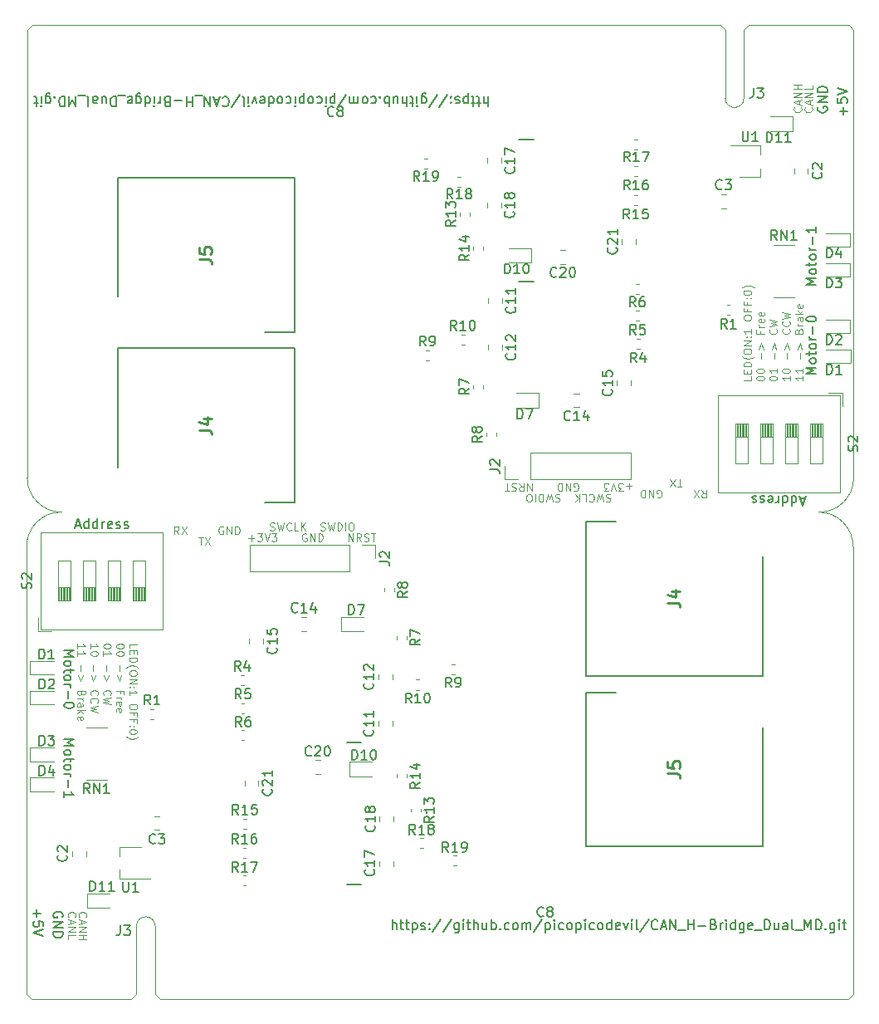
<source format=gto>
%TF.GenerationSoftware,KiCad,Pcbnew,(5.1.6)-1*%
%TF.CreationDate,2020-06-21T16:42:45+09:00*%
%TF.ProjectId,CAN_Dual_H-Bridge_MD,43414e5f-4475-4616-9c5f-482d42726964,rev?*%
%TF.SameCoordinates,Original*%
%TF.FileFunction,Legend,Top*%
%TF.FilePolarity,Positive*%
%FSLAX46Y46*%
G04 Gerber Fmt 4.6, Leading zero omitted, Abs format (unit mm)*
G04 Created by KiCad (PCBNEW (5.1.6)-1) date 2020-06-21 16:42:45*
%MOMM*%
%LPD*%
G01*
G04 APERTURE LIST*
%ADD10C,0.150000*%
%TA.AperFunction,Profile*%
%ADD11C,0.100000*%
%TD*%
%ADD12C,0.120000*%
%ADD13C,0.200000*%
%ADD14C,0.254000*%
%ADD15O,2.902000X1.602000*%
%ADD16C,5.202000*%
%ADD17R,1.577000X0.552000*%
%ADD18R,3.102000X5.102000*%
%ADD19R,1.702000X1.702000*%
%ADD20O,1.702000X1.702000*%
%ADD21R,2.102000X0.802000*%
%ADD22R,1.002000X1.002000*%
%ADD23O,1.802000X1.802000*%
%ADD24R,1.802000X1.802000*%
%ADD25R,0.802000X4.402000*%
%ADD26R,0.802000X3.302000*%
G04 APERTURE END LIST*
D10*
X147371428Y-52647619D02*
X147371428Y-53647619D01*
X146942857Y-52647619D02*
X146942857Y-53171428D01*
X146990476Y-53266666D01*
X147085714Y-53314285D01*
X147228571Y-53314285D01*
X147323809Y-53266666D01*
X147371428Y-53219047D01*
X146609523Y-53314285D02*
X146228571Y-53314285D01*
X146466666Y-53647619D02*
X146466666Y-52790476D01*
X146419047Y-52695238D01*
X146323809Y-52647619D01*
X146228571Y-52647619D01*
X146038095Y-53314285D02*
X145657142Y-53314285D01*
X145895238Y-53647619D02*
X145895238Y-52790476D01*
X145847619Y-52695238D01*
X145752380Y-52647619D01*
X145657142Y-52647619D01*
X145323809Y-53314285D02*
X145323809Y-52314285D01*
X145323809Y-53266666D02*
X145228571Y-53314285D01*
X145038095Y-53314285D01*
X144942857Y-53266666D01*
X144895238Y-53219047D01*
X144847619Y-53123809D01*
X144847619Y-52838095D01*
X144895238Y-52742857D01*
X144942857Y-52695238D01*
X145038095Y-52647619D01*
X145228571Y-52647619D01*
X145323809Y-52695238D01*
X144466666Y-52695238D02*
X144371428Y-52647619D01*
X144180952Y-52647619D01*
X144085714Y-52695238D01*
X144038095Y-52790476D01*
X144038095Y-52838095D01*
X144085714Y-52933333D01*
X144180952Y-52980952D01*
X144323809Y-52980952D01*
X144419047Y-53028571D01*
X144466666Y-53123809D01*
X144466666Y-53171428D01*
X144419047Y-53266666D01*
X144323809Y-53314285D01*
X144180952Y-53314285D01*
X144085714Y-53266666D01*
X143609523Y-52742857D02*
X143561904Y-52695238D01*
X143609523Y-52647619D01*
X143657142Y-52695238D01*
X143609523Y-52742857D01*
X143609523Y-52647619D01*
X143609523Y-53266666D02*
X143561904Y-53219047D01*
X143609523Y-53171428D01*
X143657142Y-53219047D01*
X143609523Y-53266666D01*
X143609523Y-53171428D01*
X142419047Y-53695238D02*
X143276190Y-52409523D01*
X141371428Y-53695238D02*
X142228571Y-52409523D01*
X140609523Y-53314285D02*
X140609523Y-52504761D01*
X140657142Y-52409523D01*
X140704761Y-52361904D01*
X140800000Y-52314285D01*
X140942857Y-52314285D01*
X141038095Y-52361904D01*
X140609523Y-52695238D02*
X140704761Y-52647619D01*
X140895238Y-52647619D01*
X140990476Y-52695238D01*
X141038095Y-52742857D01*
X141085714Y-52838095D01*
X141085714Y-53123809D01*
X141038095Y-53219047D01*
X140990476Y-53266666D01*
X140895238Y-53314285D01*
X140704761Y-53314285D01*
X140609523Y-53266666D01*
X140133333Y-52647619D02*
X140133333Y-53314285D01*
X140133333Y-53647619D02*
X140180952Y-53600000D01*
X140133333Y-53552380D01*
X140085714Y-53600000D01*
X140133333Y-53647619D01*
X140133333Y-53552380D01*
X139800000Y-53314285D02*
X139419047Y-53314285D01*
X139657142Y-53647619D02*
X139657142Y-52790476D01*
X139609523Y-52695238D01*
X139514285Y-52647619D01*
X139419047Y-52647619D01*
X139085714Y-52647619D02*
X139085714Y-53647619D01*
X138657142Y-52647619D02*
X138657142Y-53171428D01*
X138704761Y-53266666D01*
X138800000Y-53314285D01*
X138942857Y-53314285D01*
X139038095Y-53266666D01*
X139085714Y-53219047D01*
X137752380Y-53314285D02*
X137752380Y-52647619D01*
X138180952Y-53314285D02*
X138180952Y-52790476D01*
X138133333Y-52695238D01*
X138038095Y-52647619D01*
X137895238Y-52647619D01*
X137800000Y-52695238D01*
X137752380Y-52742857D01*
X137276190Y-52647619D02*
X137276190Y-53647619D01*
X137276190Y-53266666D02*
X137180952Y-53314285D01*
X136990476Y-53314285D01*
X136895238Y-53266666D01*
X136847619Y-53219047D01*
X136800000Y-53123809D01*
X136800000Y-52838095D01*
X136847619Y-52742857D01*
X136895238Y-52695238D01*
X136990476Y-52647619D01*
X137180952Y-52647619D01*
X137276190Y-52695238D01*
X136371428Y-52742857D02*
X136323809Y-52695238D01*
X136371428Y-52647619D01*
X136419047Y-52695238D01*
X136371428Y-52742857D01*
X136371428Y-52647619D01*
X135466666Y-52695238D02*
X135561904Y-52647619D01*
X135752380Y-52647619D01*
X135847619Y-52695238D01*
X135895238Y-52742857D01*
X135942857Y-52838095D01*
X135942857Y-53123809D01*
X135895238Y-53219047D01*
X135847619Y-53266666D01*
X135752380Y-53314285D01*
X135561904Y-53314285D01*
X135466666Y-53266666D01*
X134895238Y-52647619D02*
X134990476Y-52695238D01*
X135038095Y-52742857D01*
X135085714Y-52838095D01*
X135085714Y-53123809D01*
X135038095Y-53219047D01*
X134990476Y-53266666D01*
X134895238Y-53314285D01*
X134752380Y-53314285D01*
X134657142Y-53266666D01*
X134609523Y-53219047D01*
X134561904Y-53123809D01*
X134561904Y-52838095D01*
X134609523Y-52742857D01*
X134657142Y-52695238D01*
X134752380Y-52647619D01*
X134895238Y-52647619D01*
X134133333Y-52647619D02*
X134133333Y-53314285D01*
X134133333Y-53219047D02*
X134085714Y-53266666D01*
X133990476Y-53314285D01*
X133847619Y-53314285D01*
X133752380Y-53266666D01*
X133704761Y-53171428D01*
X133704761Y-52647619D01*
X133704761Y-53171428D02*
X133657142Y-53266666D01*
X133561904Y-53314285D01*
X133419047Y-53314285D01*
X133323809Y-53266666D01*
X133276190Y-53171428D01*
X133276190Y-52647619D01*
X132085714Y-53695238D02*
X132942857Y-52409523D01*
X131752380Y-53314285D02*
X131752380Y-52314285D01*
X131752380Y-53266666D02*
X131657142Y-53314285D01*
X131466666Y-53314285D01*
X131371428Y-53266666D01*
X131323809Y-53219047D01*
X131276190Y-53123809D01*
X131276190Y-52838095D01*
X131323809Y-52742857D01*
X131371428Y-52695238D01*
X131466666Y-52647619D01*
X131657142Y-52647619D01*
X131752380Y-52695238D01*
X130847619Y-52647619D02*
X130847619Y-53314285D01*
X130847619Y-53647619D02*
X130895238Y-53600000D01*
X130847619Y-53552380D01*
X130800000Y-53600000D01*
X130847619Y-53647619D01*
X130847619Y-53552380D01*
X129942857Y-52695238D02*
X130038095Y-52647619D01*
X130228571Y-52647619D01*
X130323809Y-52695238D01*
X130371428Y-52742857D01*
X130419047Y-52838095D01*
X130419047Y-53123809D01*
X130371428Y-53219047D01*
X130323809Y-53266666D01*
X130228571Y-53314285D01*
X130038095Y-53314285D01*
X129942857Y-53266666D01*
X129371428Y-52647619D02*
X129466666Y-52695238D01*
X129514285Y-52742857D01*
X129561904Y-52838095D01*
X129561904Y-53123809D01*
X129514285Y-53219047D01*
X129466666Y-53266666D01*
X129371428Y-53314285D01*
X129228571Y-53314285D01*
X129133333Y-53266666D01*
X129085714Y-53219047D01*
X129038095Y-53123809D01*
X129038095Y-52838095D01*
X129085714Y-52742857D01*
X129133333Y-52695238D01*
X129228571Y-52647619D01*
X129371428Y-52647619D01*
X128609523Y-53314285D02*
X128609523Y-52314285D01*
X128609523Y-53266666D02*
X128514285Y-53314285D01*
X128323809Y-53314285D01*
X128228571Y-53266666D01*
X128180952Y-53219047D01*
X128133333Y-53123809D01*
X128133333Y-52838095D01*
X128180952Y-52742857D01*
X128228571Y-52695238D01*
X128323809Y-52647619D01*
X128514285Y-52647619D01*
X128609523Y-52695238D01*
X127704761Y-52647619D02*
X127704761Y-53314285D01*
X127704761Y-53647619D02*
X127752380Y-53600000D01*
X127704761Y-53552380D01*
X127657142Y-53600000D01*
X127704761Y-53647619D01*
X127704761Y-53552380D01*
X126800000Y-52695238D02*
X126895238Y-52647619D01*
X127085714Y-52647619D01*
X127180952Y-52695238D01*
X127228571Y-52742857D01*
X127276190Y-52838095D01*
X127276190Y-53123809D01*
X127228571Y-53219047D01*
X127180952Y-53266666D01*
X127085714Y-53314285D01*
X126895238Y-53314285D01*
X126800000Y-53266666D01*
X126228571Y-52647619D02*
X126323809Y-52695238D01*
X126371428Y-52742857D01*
X126419047Y-52838095D01*
X126419047Y-53123809D01*
X126371428Y-53219047D01*
X126323809Y-53266666D01*
X126228571Y-53314285D01*
X126085714Y-53314285D01*
X125990476Y-53266666D01*
X125942857Y-53219047D01*
X125895238Y-53123809D01*
X125895238Y-52838095D01*
X125942857Y-52742857D01*
X125990476Y-52695238D01*
X126085714Y-52647619D01*
X126228571Y-52647619D01*
X125038095Y-52647619D02*
X125038095Y-53647619D01*
X125038095Y-52695238D02*
X125133333Y-52647619D01*
X125323809Y-52647619D01*
X125419047Y-52695238D01*
X125466666Y-52742857D01*
X125514285Y-52838095D01*
X125514285Y-53123809D01*
X125466666Y-53219047D01*
X125419047Y-53266666D01*
X125323809Y-53314285D01*
X125133333Y-53314285D01*
X125038095Y-53266666D01*
X124180952Y-52695238D02*
X124276190Y-52647619D01*
X124466666Y-52647619D01*
X124561904Y-52695238D01*
X124609523Y-52790476D01*
X124609523Y-53171428D01*
X124561904Y-53266666D01*
X124466666Y-53314285D01*
X124276190Y-53314285D01*
X124180952Y-53266666D01*
X124133333Y-53171428D01*
X124133333Y-53076190D01*
X124609523Y-52980952D01*
X123800000Y-53314285D02*
X123561904Y-52647619D01*
X123323809Y-53314285D01*
X122942857Y-52647619D02*
X122942857Y-53314285D01*
X122942857Y-53647619D02*
X122990476Y-53600000D01*
X122942857Y-53552380D01*
X122895238Y-53600000D01*
X122942857Y-53647619D01*
X122942857Y-53552380D01*
X122323809Y-52647619D02*
X122419047Y-52695238D01*
X122466666Y-52790476D01*
X122466666Y-53647619D01*
X121228571Y-53695238D02*
X122085714Y-52409523D01*
X120323809Y-52742857D02*
X120371428Y-52695238D01*
X120514285Y-52647619D01*
X120609523Y-52647619D01*
X120752380Y-52695238D01*
X120847619Y-52790476D01*
X120895238Y-52885714D01*
X120942857Y-53076190D01*
X120942857Y-53219047D01*
X120895238Y-53409523D01*
X120847619Y-53504761D01*
X120752380Y-53600000D01*
X120609523Y-53647619D01*
X120514285Y-53647619D01*
X120371428Y-53600000D01*
X120323809Y-53552380D01*
X119942857Y-52933333D02*
X119466666Y-52933333D01*
X120038095Y-52647619D02*
X119704761Y-53647619D01*
X119371428Y-52647619D01*
X119038095Y-52647619D02*
X119038095Y-53647619D01*
X118466666Y-52647619D01*
X118466666Y-53647619D01*
X118228571Y-52552380D02*
X117466666Y-52552380D01*
X117228571Y-52647619D02*
X117228571Y-53647619D01*
X117228571Y-53171428D02*
X116657142Y-53171428D01*
X116657142Y-52647619D02*
X116657142Y-53647619D01*
X116180952Y-53028571D02*
X115419047Y-53028571D01*
X114609523Y-53171428D02*
X114466666Y-53123809D01*
X114419047Y-53076190D01*
X114371428Y-52980952D01*
X114371428Y-52838095D01*
X114419047Y-52742857D01*
X114466666Y-52695238D01*
X114561904Y-52647619D01*
X114942857Y-52647619D01*
X114942857Y-53647619D01*
X114609523Y-53647619D01*
X114514285Y-53600000D01*
X114466666Y-53552380D01*
X114419047Y-53457142D01*
X114419047Y-53361904D01*
X114466666Y-53266666D01*
X114514285Y-53219047D01*
X114609523Y-53171428D01*
X114942857Y-53171428D01*
X113942857Y-52647619D02*
X113942857Y-53314285D01*
X113942857Y-53123809D02*
X113895238Y-53219047D01*
X113847619Y-53266666D01*
X113752380Y-53314285D01*
X113657142Y-53314285D01*
X113323809Y-52647619D02*
X113323809Y-53314285D01*
X113323809Y-53647619D02*
X113371428Y-53600000D01*
X113323809Y-53552380D01*
X113276190Y-53600000D01*
X113323809Y-53647619D01*
X113323809Y-53552380D01*
X112419047Y-52647619D02*
X112419047Y-53647619D01*
X112419047Y-52695238D02*
X112514285Y-52647619D01*
X112704761Y-52647619D01*
X112800000Y-52695238D01*
X112847619Y-52742857D01*
X112895238Y-52838095D01*
X112895238Y-53123809D01*
X112847619Y-53219047D01*
X112800000Y-53266666D01*
X112704761Y-53314285D01*
X112514285Y-53314285D01*
X112419047Y-53266666D01*
X111514285Y-53314285D02*
X111514285Y-52504761D01*
X111561904Y-52409523D01*
X111609523Y-52361904D01*
X111704761Y-52314285D01*
X111847619Y-52314285D01*
X111942857Y-52361904D01*
X111514285Y-52695238D02*
X111609523Y-52647619D01*
X111800000Y-52647619D01*
X111895238Y-52695238D01*
X111942857Y-52742857D01*
X111990476Y-52838095D01*
X111990476Y-53123809D01*
X111942857Y-53219047D01*
X111895238Y-53266666D01*
X111800000Y-53314285D01*
X111609523Y-53314285D01*
X111514285Y-53266666D01*
X110657142Y-52695238D02*
X110752380Y-52647619D01*
X110942857Y-52647619D01*
X111038095Y-52695238D01*
X111085714Y-52790476D01*
X111085714Y-53171428D01*
X111038095Y-53266666D01*
X110942857Y-53314285D01*
X110752380Y-53314285D01*
X110657142Y-53266666D01*
X110609523Y-53171428D01*
X110609523Y-53076190D01*
X111085714Y-52980952D01*
X110419047Y-52552380D02*
X109657142Y-52552380D01*
X109419047Y-52647619D02*
X109419047Y-53647619D01*
X109180952Y-53647619D01*
X109038095Y-53600000D01*
X108942857Y-53504761D01*
X108895238Y-53409523D01*
X108847619Y-53219047D01*
X108847619Y-53076190D01*
X108895238Y-52885714D01*
X108942857Y-52790476D01*
X109038095Y-52695238D01*
X109180952Y-52647619D01*
X109419047Y-52647619D01*
X107990476Y-53314285D02*
X107990476Y-52647619D01*
X108419047Y-53314285D02*
X108419047Y-52790476D01*
X108371428Y-52695238D01*
X108276190Y-52647619D01*
X108133333Y-52647619D01*
X108038095Y-52695238D01*
X107990476Y-52742857D01*
X107085714Y-52647619D02*
X107085714Y-53171428D01*
X107133333Y-53266666D01*
X107228571Y-53314285D01*
X107419047Y-53314285D01*
X107514285Y-53266666D01*
X107085714Y-52695238D02*
X107180952Y-52647619D01*
X107419047Y-52647619D01*
X107514285Y-52695238D01*
X107561904Y-52790476D01*
X107561904Y-52885714D01*
X107514285Y-52980952D01*
X107419047Y-53028571D01*
X107180952Y-53028571D01*
X107085714Y-53076190D01*
X106466666Y-52647619D02*
X106561904Y-52695238D01*
X106609523Y-52790476D01*
X106609523Y-53647619D01*
X106323809Y-52552380D02*
X105561904Y-52552380D01*
X105323809Y-52647619D02*
X105323809Y-53647619D01*
X104990476Y-52933333D01*
X104657142Y-53647619D01*
X104657142Y-52647619D01*
X104180952Y-52647619D02*
X104180952Y-53647619D01*
X103942857Y-53647619D01*
X103800000Y-53600000D01*
X103704761Y-53504761D01*
X103657142Y-53409523D01*
X103609523Y-53219047D01*
X103609523Y-53076190D01*
X103657142Y-52885714D01*
X103704761Y-52790476D01*
X103800000Y-52695238D01*
X103942857Y-52647619D01*
X104180952Y-52647619D01*
X103180952Y-52742857D02*
X103133333Y-52695238D01*
X103180952Y-52647619D01*
X103228571Y-52695238D01*
X103180952Y-52742857D01*
X103180952Y-52647619D01*
X102276190Y-53314285D02*
X102276190Y-52504761D01*
X102323809Y-52409523D01*
X102371428Y-52361904D01*
X102466666Y-52314285D01*
X102609523Y-52314285D01*
X102704761Y-52361904D01*
X102276190Y-52695238D02*
X102371428Y-52647619D01*
X102561904Y-52647619D01*
X102657142Y-52695238D01*
X102704761Y-52742857D01*
X102752380Y-52838095D01*
X102752380Y-53123809D01*
X102704761Y-53219047D01*
X102657142Y-53266666D01*
X102561904Y-53314285D01*
X102371428Y-53314285D01*
X102276190Y-53266666D01*
X101800000Y-52647619D02*
X101800000Y-53314285D01*
X101800000Y-53647619D02*
X101847619Y-53600000D01*
X101800000Y-53552380D01*
X101752380Y-53600000D01*
X101800000Y-53647619D01*
X101800000Y-53552380D01*
X101466666Y-53314285D02*
X101085714Y-53314285D01*
X101323809Y-53647619D02*
X101323809Y-52790476D01*
X101276190Y-52695238D01*
X101180952Y-52647619D01*
X101085714Y-52647619D01*
X137628571Y-137552380D02*
X137628571Y-136552380D01*
X138057142Y-137552380D02*
X138057142Y-137028571D01*
X138009523Y-136933333D01*
X137914285Y-136885714D01*
X137771428Y-136885714D01*
X137676190Y-136933333D01*
X137628571Y-136980952D01*
X138390476Y-136885714D02*
X138771428Y-136885714D01*
X138533333Y-136552380D02*
X138533333Y-137409523D01*
X138580952Y-137504761D01*
X138676190Y-137552380D01*
X138771428Y-137552380D01*
X138961904Y-136885714D02*
X139342857Y-136885714D01*
X139104761Y-136552380D02*
X139104761Y-137409523D01*
X139152380Y-137504761D01*
X139247619Y-137552380D01*
X139342857Y-137552380D01*
X139676190Y-136885714D02*
X139676190Y-137885714D01*
X139676190Y-136933333D02*
X139771428Y-136885714D01*
X139961904Y-136885714D01*
X140057142Y-136933333D01*
X140104761Y-136980952D01*
X140152380Y-137076190D01*
X140152380Y-137361904D01*
X140104761Y-137457142D01*
X140057142Y-137504761D01*
X139961904Y-137552380D01*
X139771428Y-137552380D01*
X139676190Y-137504761D01*
X140533333Y-137504761D02*
X140628571Y-137552380D01*
X140819047Y-137552380D01*
X140914285Y-137504761D01*
X140961904Y-137409523D01*
X140961904Y-137361904D01*
X140914285Y-137266666D01*
X140819047Y-137219047D01*
X140676190Y-137219047D01*
X140580952Y-137171428D01*
X140533333Y-137076190D01*
X140533333Y-137028571D01*
X140580952Y-136933333D01*
X140676190Y-136885714D01*
X140819047Y-136885714D01*
X140914285Y-136933333D01*
X141390476Y-137457142D02*
X141438095Y-137504761D01*
X141390476Y-137552380D01*
X141342857Y-137504761D01*
X141390476Y-137457142D01*
X141390476Y-137552380D01*
X141390476Y-136933333D02*
X141438095Y-136980952D01*
X141390476Y-137028571D01*
X141342857Y-136980952D01*
X141390476Y-136933333D01*
X141390476Y-137028571D01*
X142580952Y-136504761D02*
X141723809Y-137790476D01*
X143628571Y-136504761D02*
X142771428Y-137790476D01*
X144390476Y-136885714D02*
X144390476Y-137695238D01*
X144342857Y-137790476D01*
X144295238Y-137838095D01*
X144200000Y-137885714D01*
X144057142Y-137885714D01*
X143961904Y-137838095D01*
X144390476Y-137504761D02*
X144295238Y-137552380D01*
X144104761Y-137552380D01*
X144009523Y-137504761D01*
X143961904Y-137457142D01*
X143914285Y-137361904D01*
X143914285Y-137076190D01*
X143961904Y-136980952D01*
X144009523Y-136933333D01*
X144104761Y-136885714D01*
X144295238Y-136885714D01*
X144390476Y-136933333D01*
X144866666Y-137552380D02*
X144866666Y-136885714D01*
X144866666Y-136552380D02*
X144819047Y-136600000D01*
X144866666Y-136647619D01*
X144914285Y-136600000D01*
X144866666Y-136552380D01*
X144866666Y-136647619D01*
X145200000Y-136885714D02*
X145580952Y-136885714D01*
X145342857Y-136552380D02*
X145342857Y-137409523D01*
X145390476Y-137504761D01*
X145485714Y-137552380D01*
X145580952Y-137552380D01*
X145914285Y-137552380D02*
X145914285Y-136552380D01*
X146342857Y-137552380D02*
X146342857Y-137028571D01*
X146295238Y-136933333D01*
X146200000Y-136885714D01*
X146057142Y-136885714D01*
X145961904Y-136933333D01*
X145914285Y-136980952D01*
X147247619Y-136885714D02*
X147247619Y-137552380D01*
X146819047Y-136885714D02*
X146819047Y-137409523D01*
X146866666Y-137504761D01*
X146961904Y-137552380D01*
X147104761Y-137552380D01*
X147200000Y-137504761D01*
X147247619Y-137457142D01*
X147723809Y-137552380D02*
X147723809Y-136552380D01*
X147723809Y-136933333D02*
X147819047Y-136885714D01*
X148009523Y-136885714D01*
X148104761Y-136933333D01*
X148152380Y-136980952D01*
X148200000Y-137076190D01*
X148200000Y-137361904D01*
X148152380Y-137457142D01*
X148104761Y-137504761D01*
X148009523Y-137552380D01*
X147819047Y-137552380D01*
X147723809Y-137504761D01*
X148628571Y-137457142D02*
X148676190Y-137504761D01*
X148628571Y-137552380D01*
X148580952Y-137504761D01*
X148628571Y-137457142D01*
X148628571Y-137552380D01*
X149533333Y-137504761D02*
X149438095Y-137552380D01*
X149247619Y-137552380D01*
X149152380Y-137504761D01*
X149104761Y-137457142D01*
X149057142Y-137361904D01*
X149057142Y-137076190D01*
X149104761Y-136980952D01*
X149152380Y-136933333D01*
X149247619Y-136885714D01*
X149438095Y-136885714D01*
X149533333Y-136933333D01*
X150104761Y-137552380D02*
X150009523Y-137504761D01*
X149961904Y-137457142D01*
X149914285Y-137361904D01*
X149914285Y-137076190D01*
X149961904Y-136980952D01*
X150009523Y-136933333D01*
X150104761Y-136885714D01*
X150247619Y-136885714D01*
X150342857Y-136933333D01*
X150390476Y-136980952D01*
X150438095Y-137076190D01*
X150438095Y-137361904D01*
X150390476Y-137457142D01*
X150342857Y-137504761D01*
X150247619Y-137552380D01*
X150104761Y-137552380D01*
X150866666Y-137552380D02*
X150866666Y-136885714D01*
X150866666Y-136980952D02*
X150914285Y-136933333D01*
X151009523Y-136885714D01*
X151152380Y-136885714D01*
X151247619Y-136933333D01*
X151295238Y-137028571D01*
X151295238Y-137552380D01*
X151295238Y-137028571D02*
X151342857Y-136933333D01*
X151438095Y-136885714D01*
X151580952Y-136885714D01*
X151676190Y-136933333D01*
X151723809Y-137028571D01*
X151723809Y-137552380D01*
X152914285Y-136504761D02*
X152057142Y-137790476D01*
X153247619Y-136885714D02*
X153247619Y-137885714D01*
X153247619Y-136933333D02*
X153342857Y-136885714D01*
X153533333Y-136885714D01*
X153628571Y-136933333D01*
X153676190Y-136980952D01*
X153723809Y-137076190D01*
X153723809Y-137361904D01*
X153676190Y-137457142D01*
X153628571Y-137504761D01*
X153533333Y-137552380D01*
X153342857Y-137552380D01*
X153247619Y-137504761D01*
X154152380Y-137552380D02*
X154152380Y-136885714D01*
X154152380Y-136552380D02*
X154104761Y-136600000D01*
X154152380Y-136647619D01*
X154200000Y-136600000D01*
X154152380Y-136552380D01*
X154152380Y-136647619D01*
X155057142Y-137504761D02*
X154961904Y-137552380D01*
X154771428Y-137552380D01*
X154676190Y-137504761D01*
X154628571Y-137457142D01*
X154580952Y-137361904D01*
X154580952Y-137076190D01*
X154628571Y-136980952D01*
X154676190Y-136933333D01*
X154771428Y-136885714D01*
X154961904Y-136885714D01*
X155057142Y-136933333D01*
X155628571Y-137552380D02*
X155533333Y-137504761D01*
X155485714Y-137457142D01*
X155438095Y-137361904D01*
X155438095Y-137076190D01*
X155485714Y-136980952D01*
X155533333Y-136933333D01*
X155628571Y-136885714D01*
X155771428Y-136885714D01*
X155866666Y-136933333D01*
X155914285Y-136980952D01*
X155961904Y-137076190D01*
X155961904Y-137361904D01*
X155914285Y-137457142D01*
X155866666Y-137504761D01*
X155771428Y-137552380D01*
X155628571Y-137552380D01*
X156390476Y-136885714D02*
X156390476Y-137885714D01*
X156390476Y-136933333D02*
X156485714Y-136885714D01*
X156676190Y-136885714D01*
X156771428Y-136933333D01*
X156819047Y-136980952D01*
X156866666Y-137076190D01*
X156866666Y-137361904D01*
X156819047Y-137457142D01*
X156771428Y-137504761D01*
X156676190Y-137552380D01*
X156485714Y-137552380D01*
X156390476Y-137504761D01*
X157295238Y-137552380D02*
X157295238Y-136885714D01*
X157295238Y-136552380D02*
X157247619Y-136600000D01*
X157295238Y-136647619D01*
X157342857Y-136600000D01*
X157295238Y-136552380D01*
X157295238Y-136647619D01*
X158200000Y-137504761D02*
X158104761Y-137552380D01*
X157914285Y-137552380D01*
X157819047Y-137504761D01*
X157771428Y-137457142D01*
X157723809Y-137361904D01*
X157723809Y-137076190D01*
X157771428Y-136980952D01*
X157819047Y-136933333D01*
X157914285Y-136885714D01*
X158104761Y-136885714D01*
X158200000Y-136933333D01*
X158771428Y-137552380D02*
X158676190Y-137504761D01*
X158628571Y-137457142D01*
X158580952Y-137361904D01*
X158580952Y-137076190D01*
X158628571Y-136980952D01*
X158676190Y-136933333D01*
X158771428Y-136885714D01*
X158914285Y-136885714D01*
X159009523Y-136933333D01*
X159057142Y-136980952D01*
X159104761Y-137076190D01*
X159104761Y-137361904D01*
X159057142Y-137457142D01*
X159009523Y-137504761D01*
X158914285Y-137552380D01*
X158771428Y-137552380D01*
X159961904Y-137552380D02*
X159961904Y-136552380D01*
X159961904Y-137504761D02*
X159866666Y-137552380D01*
X159676190Y-137552380D01*
X159580952Y-137504761D01*
X159533333Y-137457142D01*
X159485714Y-137361904D01*
X159485714Y-137076190D01*
X159533333Y-136980952D01*
X159580952Y-136933333D01*
X159676190Y-136885714D01*
X159866666Y-136885714D01*
X159961904Y-136933333D01*
X160819047Y-137504761D02*
X160723809Y-137552380D01*
X160533333Y-137552380D01*
X160438095Y-137504761D01*
X160390476Y-137409523D01*
X160390476Y-137028571D01*
X160438095Y-136933333D01*
X160533333Y-136885714D01*
X160723809Y-136885714D01*
X160819047Y-136933333D01*
X160866666Y-137028571D01*
X160866666Y-137123809D01*
X160390476Y-137219047D01*
X161200000Y-136885714D02*
X161438095Y-137552380D01*
X161676190Y-136885714D01*
X162057142Y-137552380D02*
X162057142Y-136885714D01*
X162057142Y-136552380D02*
X162009523Y-136600000D01*
X162057142Y-136647619D01*
X162104761Y-136600000D01*
X162057142Y-136552380D01*
X162057142Y-136647619D01*
X162676190Y-137552380D02*
X162580952Y-137504761D01*
X162533333Y-137409523D01*
X162533333Y-136552380D01*
X163771428Y-136504761D02*
X162914285Y-137790476D01*
X164676190Y-137457142D02*
X164628571Y-137504761D01*
X164485714Y-137552380D01*
X164390476Y-137552380D01*
X164247619Y-137504761D01*
X164152380Y-137409523D01*
X164104761Y-137314285D01*
X164057142Y-137123809D01*
X164057142Y-136980952D01*
X164104761Y-136790476D01*
X164152380Y-136695238D01*
X164247619Y-136600000D01*
X164390476Y-136552380D01*
X164485714Y-136552380D01*
X164628571Y-136600000D01*
X164676190Y-136647619D01*
X165057142Y-137266666D02*
X165533333Y-137266666D01*
X164961904Y-137552380D02*
X165295238Y-136552380D01*
X165628571Y-137552380D01*
X165961904Y-137552380D02*
X165961904Y-136552380D01*
X166533333Y-137552380D01*
X166533333Y-136552380D01*
X166771428Y-137647619D02*
X167533333Y-137647619D01*
X167771428Y-137552380D02*
X167771428Y-136552380D01*
X167771428Y-137028571D02*
X168342857Y-137028571D01*
X168342857Y-137552380D02*
X168342857Y-136552380D01*
X168819047Y-137171428D02*
X169580952Y-137171428D01*
X170390476Y-137028571D02*
X170533333Y-137076190D01*
X170580952Y-137123809D01*
X170628571Y-137219047D01*
X170628571Y-137361904D01*
X170580952Y-137457142D01*
X170533333Y-137504761D01*
X170438095Y-137552380D01*
X170057142Y-137552380D01*
X170057142Y-136552380D01*
X170390476Y-136552380D01*
X170485714Y-136600000D01*
X170533333Y-136647619D01*
X170580952Y-136742857D01*
X170580952Y-136838095D01*
X170533333Y-136933333D01*
X170485714Y-136980952D01*
X170390476Y-137028571D01*
X170057142Y-137028571D01*
X171057142Y-137552380D02*
X171057142Y-136885714D01*
X171057142Y-137076190D02*
X171104761Y-136980952D01*
X171152380Y-136933333D01*
X171247619Y-136885714D01*
X171342857Y-136885714D01*
X171676190Y-137552380D02*
X171676190Y-136885714D01*
X171676190Y-136552380D02*
X171628571Y-136600000D01*
X171676190Y-136647619D01*
X171723809Y-136600000D01*
X171676190Y-136552380D01*
X171676190Y-136647619D01*
X172580952Y-137552380D02*
X172580952Y-136552380D01*
X172580952Y-137504761D02*
X172485714Y-137552380D01*
X172295238Y-137552380D01*
X172200000Y-137504761D01*
X172152380Y-137457142D01*
X172104761Y-137361904D01*
X172104761Y-137076190D01*
X172152380Y-136980952D01*
X172200000Y-136933333D01*
X172295238Y-136885714D01*
X172485714Y-136885714D01*
X172580952Y-136933333D01*
X173485714Y-136885714D02*
X173485714Y-137695238D01*
X173438095Y-137790476D01*
X173390476Y-137838095D01*
X173295238Y-137885714D01*
X173152380Y-137885714D01*
X173057142Y-137838095D01*
X173485714Y-137504761D02*
X173390476Y-137552380D01*
X173200000Y-137552380D01*
X173104761Y-137504761D01*
X173057142Y-137457142D01*
X173009523Y-137361904D01*
X173009523Y-137076190D01*
X173057142Y-136980952D01*
X173104761Y-136933333D01*
X173200000Y-136885714D01*
X173390476Y-136885714D01*
X173485714Y-136933333D01*
X174342857Y-137504761D02*
X174247619Y-137552380D01*
X174057142Y-137552380D01*
X173961904Y-137504761D01*
X173914285Y-137409523D01*
X173914285Y-137028571D01*
X173961904Y-136933333D01*
X174057142Y-136885714D01*
X174247619Y-136885714D01*
X174342857Y-136933333D01*
X174390476Y-137028571D01*
X174390476Y-137123809D01*
X173914285Y-137219047D01*
X174580952Y-137647619D02*
X175342857Y-137647619D01*
X175580952Y-137552380D02*
X175580952Y-136552380D01*
X175819047Y-136552380D01*
X175961904Y-136600000D01*
X176057142Y-136695238D01*
X176104761Y-136790476D01*
X176152380Y-136980952D01*
X176152380Y-137123809D01*
X176104761Y-137314285D01*
X176057142Y-137409523D01*
X175961904Y-137504761D01*
X175819047Y-137552380D01*
X175580952Y-137552380D01*
X177009523Y-136885714D02*
X177009523Y-137552380D01*
X176580952Y-136885714D02*
X176580952Y-137409523D01*
X176628571Y-137504761D01*
X176723809Y-137552380D01*
X176866666Y-137552380D01*
X176961904Y-137504761D01*
X177009523Y-137457142D01*
X177914285Y-137552380D02*
X177914285Y-137028571D01*
X177866666Y-136933333D01*
X177771428Y-136885714D01*
X177580952Y-136885714D01*
X177485714Y-136933333D01*
X177914285Y-137504761D02*
X177819047Y-137552380D01*
X177580952Y-137552380D01*
X177485714Y-137504761D01*
X177438095Y-137409523D01*
X177438095Y-137314285D01*
X177485714Y-137219047D01*
X177580952Y-137171428D01*
X177819047Y-137171428D01*
X177914285Y-137123809D01*
X178533333Y-137552380D02*
X178438095Y-137504761D01*
X178390476Y-137409523D01*
X178390476Y-136552380D01*
X178676190Y-137647619D02*
X179438095Y-137647619D01*
X179676190Y-137552380D02*
X179676190Y-136552380D01*
X180009523Y-137266666D01*
X180342857Y-136552380D01*
X180342857Y-137552380D01*
X180819047Y-137552380D02*
X180819047Y-136552380D01*
X181057142Y-136552380D01*
X181199999Y-136600000D01*
X181295238Y-136695238D01*
X181342857Y-136790476D01*
X181390476Y-136980952D01*
X181390476Y-137123809D01*
X181342857Y-137314285D01*
X181295238Y-137409523D01*
X181199999Y-137504761D01*
X181057142Y-137552380D01*
X180819047Y-137552380D01*
X181819047Y-137457142D02*
X181866666Y-137504761D01*
X181819047Y-137552380D01*
X181771428Y-137504761D01*
X181819047Y-137457142D01*
X181819047Y-137552380D01*
X182723809Y-136885714D02*
X182723809Y-137695238D01*
X182676190Y-137790476D01*
X182628571Y-137838095D01*
X182533333Y-137885714D01*
X182390476Y-137885714D01*
X182295238Y-137838095D01*
X182723809Y-137504761D02*
X182628571Y-137552380D01*
X182438095Y-137552380D01*
X182342857Y-137504761D01*
X182295238Y-137457142D01*
X182247619Y-137361904D01*
X182247619Y-137076190D01*
X182295238Y-136980952D01*
X182342857Y-136933333D01*
X182438095Y-136885714D01*
X182628571Y-136885714D01*
X182723809Y-136933333D01*
X183199999Y-137552380D02*
X183199999Y-136885714D01*
X183199999Y-136552380D02*
X183152380Y-136600000D01*
X183199999Y-136647619D01*
X183247619Y-136600000D01*
X183199999Y-136552380D01*
X183199999Y-136647619D01*
X183533333Y-136885714D02*
X183914285Y-136885714D01*
X183676190Y-136552380D02*
X183676190Y-137409523D01*
X183723809Y-137504761D01*
X183819047Y-137552380D01*
X183914285Y-137552380D01*
D11*
X184680000Y-91500000D02*
G75*
G02*
X181180000Y-95000000I-3500000J0D01*
G01*
X100380000Y-91500000D02*
X100380000Y-53750000D01*
X184680000Y-91500000D02*
X184680000Y-53750000D01*
X103880000Y-95000000D02*
G75*
G02*
X100380000Y-91500000I0J3500000D01*
G01*
D12*
X169157133Y-92739695D02*
X169423800Y-93120647D01*
X169614276Y-92739695D02*
X169614276Y-93539695D01*
X169309514Y-93539695D01*
X169233323Y-93501600D01*
X169195228Y-93463504D01*
X169157133Y-93387314D01*
X169157133Y-93273028D01*
X169195228Y-93196838D01*
X169233323Y-93158742D01*
X169309514Y-93120647D01*
X169614276Y-93120647D01*
X168890466Y-93539695D02*
X168357133Y-92739695D01*
X168357133Y-93539695D02*
X168890466Y-92739695D01*
X151849485Y-92042895D02*
X151849485Y-92842895D01*
X151392342Y-92042895D01*
X151392342Y-92842895D01*
X150554247Y-92042895D02*
X150820914Y-92423847D01*
X151011390Y-92042895D02*
X151011390Y-92842895D01*
X150706628Y-92842895D01*
X150630438Y-92804800D01*
X150592342Y-92766704D01*
X150554247Y-92690514D01*
X150554247Y-92576228D01*
X150592342Y-92500038D01*
X150630438Y-92461942D01*
X150706628Y-92423847D01*
X151011390Y-92423847D01*
X150249485Y-92080990D02*
X150135200Y-92042895D01*
X149944723Y-92042895D01*
X149868533Y-92080990D01*
X149830438Y-92119085D01*
X149792342Y-92195276D01*
X149792342Y-92271466D01*
X149830438Y-92347657D01*
X149868533Y-92385752D01*
X149944723Y-92423847D01*
X150097104Y-92461942D01*
X150173295Y-92500038D01*
X150211390Y-92538133D01*
X150249485Y-92614323D01*
X150249485Y-92690514D01*
X150211390Y-92766704D01*
X150173295Y-92804800D01*
X150097104Y-92842895D01*
X149906628Y-92842895D01*
X149792342Y-92804800D01*
X149563771Y-92842895D02*
X149106628Y-92842895D01*
X149335200Y-92042895D02*
X149335200Y-92842895D01*
X179285714Y-53733333D02*
X179323809Y-53771428D01*
X179361904Y-53885714D01*
X179361904Y-53961904D01*
X179323809Y-54076190D01*
X179247619Y-54152380D01*
X179171428Y-54190476D01*
X179019047Y-54228571D01*
X178904761Y-54228571D01*
X178752380Y-54190476D01*
X178676190Y-54152380D01*
X178600000Y-54076190D01*
X178561904Y-53961904D01*
X178561904Y-53885714D01*
X178600000Y-53771428D01*
X178638095Y-53733333D01*
X179133333Y-53428571D02*
X179133333Y-53047619D01*
X179361904Y-53504761D02*
X178561904Y-53238095D01*
X179361904Y-52971428D01*
X179361904Y-52704761D02*
X178561904Y-52704761D01*
X179361904Y-52247619D01*
X178561904Y-52247619D01*
X179361904Y-51866666D02*
X178561904Y-51866666D01*
X178942857Y-51866666D02*
X178942857Y-51409523D01*
X179361904Y-51409523D02*
X178561904Y-51409523D01*
X156144723Y-92804800D02*
X156220914Y-92842895D01*
X156335200Y-92842895D01*
X156449485Y-92804800D01*
X156525676Y-92728609D01*
X156563771Y-92652419D01*
X156601866Y-92500038D01*
X156601866Y-92385752D01*
X156563771Y-92233371D01*
X156525676Y-92157180D01*
X156449485Y-92080990D01*
X156335200Y-92042895D01*
X156259009Y-92042895D01*
X156144723Y-92080990D01*
X156106628Y-92119085D01*
X156106628Y-92385752D01*
X156259009Y-92385752D01*
X155763771Y-92042895D02*
X155763771Y-92842895D01*
X155306628Y-92042895D01*
X155306628Y-92842895D01*
X154925676Y-92042895D02*
X154925676Y-92842895D01*
X154735200Y-92842895D01*
X154620914Y-92804800D01*
X154544723Y-92728609D01*
X154506628Y-92652419D01*
X154468533Y-92500038D01*
X154468533Y-92385752D01*
X154506628Y-92233371D01*
X154544723Y-92157180D01*
X154620914Y-92080990D01*
X154735200Y-92042895D01*
X154925676Y-92042895D01*
X167133323Y-92439695D02*
X166676180Y-92439695D01*
X166904752Y-91639695D02*
X166904752Y-92439695D01*
X166485704Y-92439695D02*
X165952371Y-91639695D01*
X165952371Y-92439695D02*
X166485704Y-91639695D01*
D10*
X180852380Y-80928571D02*
X179852380Y-80928571D01*
X180566666Y-80595238D01*
X179852380Y-80261904D01*
X180852380Y-80261904D01*
X180852380Y-79642857D02*
X180804761Y-79738095D01*
X180757142Y-79785714D01*
X180661904Y-79833333D01*
X180376190Y-79833333D01*
X180280952Y-79785714D01*
X180233333Y-79738095D01*
X180185714Y-79642857D01*
X180185714Y-79500000D01*
X180233333Y-79404761D01*
X180280952Y-79357142D01*
X180376190Y-79309523D01*
X180661904Y-79309523D01*
X180757142Y-79357142D01*
X180804761Y-79404761D01*
X180852380Y-79500000D01*
X180852380Y-79642857D01*
X180185714Y-79023809D02*
X180185714Y-78642857D01*
X179852380Y-78880952D02*
X180709523Y-78880952D01*
X180804761Y-78833333D01*
X180852380Y-78738095D01*
X180852380Y-78642857D01*
X180852380Y-78166666D02*
X180804761Y-78261904D01*
X180757142Y-78309523D01*
X180661904Y-78357142D01*
X180376190Y-78357142D01*
X180280952Y-78309523D01*
X180233333Y-78261904D01*
X180185714Y-78166666D01*
X180185714Y-78023809D01*
X180233333Y-77928571D01*
X180280952Y-77880952D01*
X180376190Y-77833333D01*
X180661904Y-77833333D01*
X180757142Y-77880952D01*
X180804761Y-77928571D01*
X180852380Y-78023809D01*
X180852380Y-78166666D01*
X180852380Y-77404761D02*
X180185714Y-77404761D01*
X180376190Y-77404761D02*
X180280952Y-77357142D01*
X180233333Y-77309523D01*
X180185714Y-77214285D01*
X180185714Y-77119047D01*
X180471428Y-76785714D02*
X180471428Y-76023809D01*
X179852380Y-75357142D02*
X179852380Y-75261904D01*
X179900000Y-75166666D01*
X179947619Y-75119047D01*
X180042857Y-75071428D01*
X180233333Y-75023809D01*
X180471428Y-75023809D01*
X180661904Y-75071428D01*
X180757142Y-75119047D01*
X180804761Y-75166666D01*
X180852380Y-75261904D01*
X180852380Y-75357142D01*
X180804761Y-75452380D01*
X180757142Y-75500000D01*
X180661904Y-75547619D01*
X180471428Y-75595238D01*
X180233333Y-75595238D01*
X180042857Y-75547619D01*
X179947619Y-75500000D01*
X179900000Y-75452380D01*
X179852380Y-75357142D01*
X179690476Y-93633333D02*
X179214285Y-93633333D01*
X179785714Y-93347619D02*
X179452380Y-94347619D01*
X179119047Y-93347619D01*
X178357142Y-93347619D02*
X178357142Y-94347619D01*
X178357142Y-93395238D02*
X178452380Y-93347619D01*
X178642857Y-93347619D01*
X178738095Y-93395238D01*
X178785714Y-93442857D01*
X178833333Y-93538095D01*
X178833333Y-93823809D01*
X178785714Y-93919047D01*
X178738095Y-93966666D01*
X178642857Y-94014285D01*
X178452380Y-94014285D01*
X178357142Y-93966666D01*
X177452380Y-93347619D02*
X177452380Y-94347619D01*
X177452380Y-93395238D02*
X177547619Y-93347619D01*
X177738095Y-93347619D01*
X177833333Y-93395238D01*
X177880952Y-93442857D01*
X177928571Y-93538095D01*
X177928571Y-93823809D01*
X177880952Y-93919047D01*
X177833333Y-93966666D01*
X177738095Y-94014285D01*
X177547619Y-94014285D01*
X177452380Y-93966666D01*
X176976190Y-93347619D02*
X176976190Y-94014285D01*
X176976190Y-93823809D02*
X176928571Y-93919047D01*
X176880952Y-93966666D01*
X176785714Y-94014285D01*
X176690476Y-94014285D01*
X175976190Y-93395238D02*
X176071428Y-93347619D01*
X176261904Y-93347619D01*
X176357142Y-93395238D01*
X176404761Y-93490476D01*
X176404761Y-93871428D01*
X176357142Y-93966666D01*
X176261904Y-94014285D01*
X176071428Y-94014285D01*
X175976190Y-93966666D01*
X175928571Y-93871428D01*
X175928571Y-93776190D01*
X176404761Y-93680952D01*
X175547619Y-93395238D02*
X175452380Y-93347619D01*
X175261904Y-93347619D01*
X175166666Y-93395238D01*
X175119047Y-93490476D01*
X175119047Y-93538095D01*
X175166666Y-93633333D01*
X175261904Y-93680952D01*
X175404761Y-93680952D01*
X175500000Y-93728571D01*
X175547619Y-93823809D01*
X175547619Y-93871428D01*
X175500000Y-93966666D01*
X175404761Y-94014285D01*
X175261904Y-94014285D01*
X175166666Y-93966666D01*
X174738095Y-93395238D02*
X174642857Y-93347619D01*
X174452380Y-93347619D01*
X174357142Y-93395238D01*
X174309523Y-93490476D01*
X174309523Y-93538095D01*
X174357142Y-93633333D01*
X174452380Y-93680952D01*
X174595238Y-93680952D01*
X174690476Y-93728571D01*
X174738095Y-93823809D01*
X174738095Y-93871428D01*
X174690476Y-93966666D01*
X174595238Y-94014285D01*
X174452380Y-94014285D01*
X174357142Y-93966666D01*
D12*
X159859523Y-93176190D02*
X159745238Y-93138095D01*
X159554761Y-93138095D01*
X159478571Y-93176190D01*
X159440476Y-93214285D01*
X159402380Y-93290476D01*
X159402380Y-93366666D01*
X159440476Y-93442857D01*
X159478571Y-93480952D01*
X159554761Y-93519047D01*
X159707142Y-93557142D01*
X159783333Y-93595238D01*
X159821428Y-93633333D01*
X159859523Y-93709523D01*
X159859523Y-93785714D01*
X159821428Y-93861904D01*
X159783333Y-93900000D01*
X159707142Y-93938095D01*
X159516666Y-93938095D01*
X159402380Y-93900000D01*
X159135714Y-93938095D02*
X158945238Y-93138095D01*
X158792857Y-93709523D01*
X158640476Y-93138095D01*
X158450000Y-93938095D01*
X157688095Y-93214285D02*
X157726190Y-93176190D01*
X157840476Y-93138095D01*
X157916666Y-93138095D01*
X158030952Y-93176190D01*
X158107142Y-93252380D01*
X158145238Y-93328571D01*
X158183333Y-93480952D01*
X158183333Y-93595238D01*
X158145238Y-93747619D01*
X158107142Y-93823809D01*
X158030952Y-93900000D01*
X157916666Y-93938095D01*
X157840476Y-93938095D01*
X157726190Y-93900000D01*
X157688095Y-93861904D01*
X156964285Y-93138095D02*
X157345238Y-93138095D01*
X157345238Y-93938095D01*
X156697619Y-93138095D02*
X156697619Y-93938095D01*
X156240476Y-93138095D02*
X156583333Y-93595238D01*
X156240476Y-93938095D02*
X156697619Y-93480952D01*
D10*
X180852380Y-71828571D02*
X179852380Y-71828571D01*
X180566666Y-71495238D01*
X179852380Y-71161904D01*
X180852380Y-71161904D01*
X180852380Y-70542857D02*
X180804761Y-70638095D01*
X180757142Y-70685714D01*
X180661904Y-70733333D01*
X180376190Y-70733333D01*
X180280952Y-70685714D01*
X180233333Y-70638095D01*
X180185714Y-70542857D01*
X180185714Y-70400000D01*
X180233333Y-70304761D01*
X180280952Y-70257142D01*
X180376190Y-70209523D01*
X180661904Y-70209523D01*
X180757142Y-70257142D01*
X180804761Y-70304761D01*
X180852380Y-70400000D01*
X180852380Y-70542857D01*
X180185714Y-69923809D02*
X180185714Y-69542857D01*
X179852380Y-69780952D02*
X180709523Y-69780952D01*
X180804761Y-69733333D01*
X180852380Y-69638095D01*
X180852380Y-69542857D01*
X180852380Y-69066666D02*
X180804761Y-69161904D01*
X180757142Y-69209523D01*
X180661904Y-69257142D01*
X180376190Y-69257142D01*
X180280952Y-69209523D01*
X180233333Y-69161904D01*
X180185714Y-69066666D01*
X180185714Y-68923809D01*
X180233333Y-68828571D01*
X180280952Y-68780952D01*
X180376190Y-68733333D01*
X180661904Y-68733333D01*
X180757142Y-68780952D01*
X180804761Y-68828571D01*
X180852380Y-68923809D01*
X180852380Y-69066666D01*
X180852380Y-68304761D02*
X180185714Y-68304761D01*
X180376190Y-68304761D02*
X180280952Y-68257142D01*
X180233333Y-68209523D01*
X180185714Y-68114285D01*
X180185714Y-68019047D01*
X180471428Y-67685714D02*
X180471428Y-66923809D01*
X180852380Y-65923809D02*
X180852380Y-66495238D01*
X180852380Y-66209523D02*
X179852380Y-66209523D01*
X179995238Y-66304761D01*
X180090476Y-66400000D01*
X180138095Y-66495238D01*
D12*
X162059523Y-92347657D02*
X161450000Y-92347657D01*
X161754761Y-92042895D02*
X161754761Y-92652419D01*
X161145238Y-92842895D02*
X160650000Y-92842895D01*
X160916666Y-92538133D01*
X160802380Y-92538133D01*
X160726190Y-92500038D01*
X160688095Y-92461942D01*
X160650000Y-92385752D01*
X160650000Y-92195276D01*
X160688095Y-92119085D01*
X160726190Y-92080990D01*
X160802380Y-92042895D01*
X161030952Y-92042895D01*
X161107142Y-92080990D01*
X161145238Y-92119085D01*
X160421428Y-92842895D02*
X160154761Y-92042895D01*
X159888095Y-92842895D01*
X159697619Y-92842895D02*
X159202380Y-92842895D01*
X159469047Y-92538133D01*
X159354761Y-92538133D01*
X159278571Y-92500038D01*
X159240476Y-92461942D01*
X159202380Y-92385752D01*
X159202380Y-92195276D01*
X159240476Y-92119085D01*
X159278571Y-92080990D01*
X159354761Y-92042895D01*
X159583333Y-92042895D01*
X159659523Y-92080990D01*
X159697619Y-92119085D01*
X164633323Y-93501600D02*
X164709514Y-93539695D01*
X164823800Y-93539695D01*
X164938085Y-93501600D01*
X165014276Y-93425409D01*
X165052371Y-93349219D01*
X165090466Y-93196838D01*
X165090466Y-93082552D01*
X165052371Y-92930171D01*
X165014276Y-92853980D01*
X164938085Y-92777790D01*
X164823800Y-92739695D01*
X164747609Y-92739695D01*
X164633323Y-92777790D01*
X164595228Y-92815885D01*
X164595228Y-93082552D01*
X164747609Y-93082552D01*
X164252371Y-92739695D02*
X164252371Y-93539695D01*
X163795228Y-92739695D01*
X163795228Y-93539695D01*
X163414276Y-92739695D02*
X163414276Y-93539695D01*
X163223800Y-93539695D01*
X163109514Y-93501600D01*
X163033323Y-93425409D01*
X162995228Y-93349219D01*
X162957133Y-93196838D01*
X162957133Y-93082552D01*
X162995228Y-92930171D01*
X163033323Y-92853980D01*
X163109514Y-92777790D01*
X163223800Y-92739695D01*
X163414276Y-92739695D01*
X174221904Y-81150571D02*
X174221904Y-81531523D01*
X173421904Y-81531523D01*
X173802857Y-80883904D02*
X173802857Y-80617238D01*
X174221904Y-80502952D02*
X174221904Y-80883904D01*
X173421904Y-80883904D01*
X173421904Y-80502952D01*
X174221904Y-80160095D02*
X173421904Y-80160095D01*
X173421904Y-79969619D01*
X173460000Y-79855333D01*
X173536190Y-79779142D01*
X173612380Y-79741047D01*
X173764761Y-79702952D01*
X173879047Y-79702952D01*
X174031428Y-79741047D01*
X174107619Y-79779142D01*
X174183809Y-79855333D01*
X174221904Y-79969619D01*
X174221904Y-80160095D01*
X174526666Y-79131523D02*
X174488571Y-79169619D01*
X174374285Y-79245809D01*
X174298095Y-79283904D01*
X174183809Y-79322000D01*
X173993333Y-79360095D01*
X173840952Y-79360095D01*
X173650476Y-79322000D01*
X173536190Y-79283904D01*
X173460000Y-79245809D01*
X173345714Y-79169619D01*
X173307619Y-79131523D01*
X173421904Y-78674380D02*
X173421904Y-78522000D01*
X173460000Y-78445809D01*
X173536190Y-78369619D01*
X173688571Y-78331523D01*
X173955238Y-78331523D01*
X174107619Y-78369619D01*
X174183809Y-78445809D01*
X174221904Y-78522000D01*
X174221904Y-78674380D01*
X174183809Y-78750571D01*
X174107619Y-78826761D01*
X173955238Y-78864857D01*
X173688571Y-78864857D01*
X173536190Y-78826761D01*
X173460000Y-78750571D01*
X173421904Y-78674380D01*
X174221904Y-77988666D02*
X173421904Y-77988666D01*
X174221904Y-77531523D01*
X173421904Y-77531523D01*
X174145714Y-77150571D02*
X174183809Y-77112476D01*
X174221904Y-77150571D01*
X174183809Y-77188666D01*
X174145714Y-77150571D01*
X174221904Y-77150571D01*
X173726666Y-77150571D02*
X173764761Y-77112476D01*
X173802857Y-77150571D01*
X173764761Y-77188666D01*
X173726666Y-77150571D01*
X173802857Y-77150571D01*
X174221904Y-76350571D02*
X174221904Y-76807714D01*
X174221904Y-76579142D02*
X173421904Y-76579142D01*
X173536190Y-76655333D01*
X173612380Y-76731523D01*
X173650476Y-76807714D01*
X173421904Y-75245809D02*
X173421904Y-75093428D01*
X173460000Y-75017238D01*
X173536190Y-74941047D01*
X173688571Y-74902952D01*
X173955238Y-74902952D01*
X174107619Y-74941047D01*
X174183809Y-75017238D01*
X174221904Y-75093428D01*
X174221904Y-75245809D01*
X174183809Y-75322000D01*
X174107619Y-75398190D01*
X173955238Y-75436285D01*
X173688571Y-75436285D01*
X173536190Y-75398190D01*
X173460000Y-75322000D01*
X173421904Y-75245809D01*
X173802857Y-74293428D02*
X173802857Y-74560095D01*
X174221904Y-74560095D02*
X173421904Y-74560095D01*
X173421904Y-74179142D01*
X173802857Y-73607714D02*
X173802857Y-73874380D01*
X174221904Y-73874380D02*
X173421904Y-73874380D01*
X173421904Y-73493428D01*
X174145714Y-73188666D02*
X174183809Y-73150571D01*
X174221904Y-73188666D01*
X174183809Y-73226761D01*
X174145714Y-73188666D01*
X174221904Y-73188666D01*
X173726666Y-73188666D02*
X173764761Y-73150571D01*
X173802857Y-73188666D01*
X173764761Y-73226761D01*
X173726666Y-73188666D01*
X173802857Y-73188666D01*
X173421904Y-72655333D02*
X173421904Y-72579142D01*
X173460000Y-72502952D01*
X173498095Y-72464857D01*
X173574285Y-72426761D01*
X173726666Y-72388666D01*
X173917142Y-72388666D01*
X174069523Y-72426761D01*
X174145714Y-72464857D01*
X174183809Y-72502952D01*
X174221904Y-72579142D01*
X174221904Y-72655333D01*
X174183809Y-72731523D01*
X174145714Y-72769619D01*
X174069523Y-72807714D01*
X173917142Y-72845809D01*
X173726666Y-72845809D01*
X173574285Y-72807714D01*
X173498095Y-72769619D01*
X173460000Y-72731523D01*
X173421904Y-72655333D01*
X174526666Y-72122000D02*
X174488571Y-72083904D01*
X174374285Y-72007714D01*
X174298095Y-71969619D01*
X174183809Y-71931523D01*
X173993333Y-71893428D01*
X173840952Y-71893428D01*
X173650476Y-71931523D01*
X173536190Y-71969619D01*
X173460000Y-72007714D01*
X173345714Y-72083904D01*
X173307619Y-72122000D01*
X174741904Y-81379142D02*
X174741904Y-81302952D01*
X174780000Y-81226761D01*
X174818095Y-81188666D01*
X174894285Y-81150571D01*
X175046666Y-81112476D01*
X175237142Y-81112476D01*
X175389523Y-81150571D01*
X175465714Y-81188666D01*
X175503809Y-81226761D01*
X175541904Y-81302952D01*
X175541904Y-81379142D01*
X175503809Y-81455333D01*
X175465714Y-81493428D01*
X175389523Y-81531523D01*
X175237142Y-81569619D01*
X175046666Y-81569619D01*
X174894285Y-81531523D01*
X174818095Y-81493428D01*
X174780000Y-81455333D01*
X174741904Y-81379142D01*
X174741904Y-80617238D02*
X174741904Y-80541047D01*
X174780000Y-80464857D01*
X174818095Y-80426761D01*
X174894285Y-80388666D01*
X175046666Y-80350571D01*
X175237142Y-80350571D01*
X175389523Y-80388666D01*
X175465714Y-80426761D01*
X175503809Y-80464857D01*
X175541904Y-80541047D01*
X175541904Y-80617238D01*
X175503809Y-80693428D01*
X175465714Y-80731523D01*
X175389523Y-80769619D01*
X175237142Y-80807714D01*
X175046666Y-80807714D01*
X174894285Y-80769619D01*
X174818095Y-80731523D01*
X174780000Y-80693428D01*
X174741904Y-80617238D01*
X175237142Y-79398190D02*
X175237142Y-78788666D01*
X175008571Y-78407714D02*
X175237142Y-77798190D01*
X175465714Y-78407714D01*
X175122857Y-76541047D02*
X175122857Y-76807714D01*
X175541904Y-76807714D02*
X174741904Y-76807714D01*
X174741904Y-76426761D01*
X175541904Y-76122000D02*
X175008571Y-76122000D01*
X175160952Y-76122000D02*
X175084761Y-76083904D01*
X175046666Y-76045809D01*
X175008571Y-75969619D01*
X175008571Y-75893428D01*
X175503809Y-75322000D02*
X175541904Y-75398190D01*
X175541904Y-75550571D01*
X175503809Y-75626761D01*
X175427619Y-75664857D01*
X175122857Y-75664857D01*
X175046666Y-75626761D01*
X175008571Y-75550571D01*
X175008571Y-75398190D01*
X175046666Y-75322000D01*
X175122857Y-75283904D01*
X175199047Y-75283904D01*
X175275238Y-75664857D01*
X175503809Y-74636285D02*
X175541904Y-74712476D01*
X175541904Y-74864857D01*
X175503809Y-74941047D01*
X175427619Y-74979142D01*
X175122857Y-74979142D01*
X175046666Y-74941047D01*
X175008571Y-74864857D01*
X175008571Y-74712476D01*
X175046666Y-74636285D01*
X175122857Y-74598190D01*
X175199047Y-74598190D01*
X175275238Y-74979142D01*
X176061904Y-81379142D02*
X176061904Y-81302952D01*
X176100000Y-81226761D01*
X176138095Y-81188666D01*
X176214285Y-81150571D01*
X176366666Y-81112476D01*
X176557142Y-81112476D01*
X176709523Y-81150571D01*
X176785714Y-81188666D01*
X176823809Y-81226761D01*
X176861904Y-81302952D01*
X176861904Y-81379142D01*
X176823809Y-81455333D01*
X176785714Y-81493428D01*
X176709523Y-81531523D01*
X176557142Y-81569619D01*
X176366666Y-81569619D01*
X176214285Y-81531523D01*
X176138095Y-81493428D01*
X176100000Y-81455333D01*
X176061904Y-81379142D01*
X176861904Y-80350571D02*
X176861904Y-80807714D01*
X176861904Y-80579142D02*
X176061904Y-80579142D01*
X176176190Y-80655333D01*
X176252380Y-80731523D01*
X176290476Y-80807714D01*
X176557142Y-79398190D02*
X176557142Y-78788666D01*
X176328571Y-78407714D02*
X176557142Y-77798190D01*
X176785714Y-78407714D01*
X176785714Y-76350571D02*
X176823809Y-76388666D01*
X176861904Y-76502952D01*
X176861904Y-76579142D01*
X176823809Y-76693428D01*
X176747619Y-76769619D01*
X176671428Y-76807714D01*
X176519047Y-76845809D01*
X176404761Y-76845809D01*
X176252380Y-76807714D01*
X176176190Y-76769619D01*
X176100000Y-76693428D01*
X176061904Y-76579142D01*
X176061904Y-76502952D01*
X176100000Y-76388666D01*
X176138095Y-76350571D01*
X176061904Y-76083904D02*
X176861904Y-75893428D01*
X176290476Y-75741047D01*
X176861904Y-75588666D01*
X176061904Y-75398190D01*
X178181904Y-81112476D02*
X178181904Y-81569619D01*
X178181904Y-81341047D02*
X177381904Y-81341047D01*
X177496190Y-81417238D01*
X177572380Y-81493428D01*
X177610476Y-81569619D01*
X177381904Y-80617238D02*
X177381904Y-80541047D01*
X177420000Y-80464857D01*
X177458095Y-80426761D01*
X177534285Y-80388666D01*
X177686666Y-80350571D01*
X177877142Y-80350571D01*
X178029523Y-80388666D01*
X178105714Y-80426761D01*
X178143809Y-80464857D01*
X178181904Y-80541047D01*
X178181904Y-80617238D01*
X178143809Y-80693428D01*
X178105714Y-80731523D01*
X178029523Y-80769619D01*
X177877142Y-80807714D01*
X177686666Y-80807714D01*
X177534285Y-80769619D01*
X177458095Y-80731523D01*
X177420000Y-80693428D01*
X177381904Y-80617238D01*
X177877142Y-79398190D02*
X177877142Y-78788666D01*
X177648571Y-78407714D02*
X177877142Y-77798190D01*
X178105714Y-78407714D01*
X178105714Y-76350571D02*
X178143809Y-76388666D01*
X178181904Y-76502952D01*
X178181904Y-76579142D01*
X178143809Y-76693428D01*
X178067619Y-76769619D01*
X177991428Y-76807714D01*
X177839047Y-76845809D01*
X177724761Y-76845809D01*
X177572380Y-76807714D01*
X177496190Y-76769619D01*
X177420000Y-76693428D01*
X177381904Y-76579142D01*
X177381904Y-76502952D01*
X177420000Y-76388666D01*
X177458095Y-76350571D01*
X178105714Y-75550571D02*
X178143809Y-75588666D01*
X178181904Y-75702952D01*
X178181904Y-75779142D01*
X178143809Y-75893428D01*
X178067619Y-75969619D01*
X177991428Y-76007714D01*
X177839047Y-76045809D01*
X177724761Y-76045809D01*
X177572380Y-76007714D01*
X177496190Y-75969619D01*
X177420000Y-75893428D01*
X177381904Y-75779142D01*
X177381904Y-75702952D01*
X177420000Y-75588666D01*
X177458095Y-75550571D01*
X177381904Y-75283904D02*
X178181904Y-75093428D01*
X177610476Y-74941047D01*
X178181904Y-74788666D01*
X177381904Y-74598190D01*
X179501904Y-81112476D02*
X179501904Y-81569619D01*
X179501904Y-81341047D02*
X178701904Y-81341047D01*
X178816190Y-81417238D01*
X178892380Y-81493428D01*
X178930476Y-81569619D01*
X179501904Y-80350571D02*
X179501904Y-80807714D01*
X179501904Y-80579142D02*
X178701904Y-80579142D01*
X178816190Y-80655333D01*
X178892380Y-80731523D01*
X178930476Y-80807714D01*
X179197142Y-79398190D02*
X179197142Y-78788666D01*
X178968571Y-78407714D02*
X179197142Y-77798190D01*
X179425714Y-78407714D01*
X179082857Y-76541047D02*
X179120952Y-76426761D01*
X179159047Y-76388666D01*
X179235238Y-76350571D01*
X179349523Y-76350571D01*
X179425714Y-76388666D01*
X179463809Y-76426761D01*
X179501904Y-76502952D01*
X179501904Y-76807714D01*
X178701904Y-76807714D01*
X178701904Y-76541047D01*
X178740000Y-76464857D01*
X178778095Y-76426761D01*
X178854285Y-76388666D01*
X178930476Y-76388666D01*
X179006666Y-76426761D01*
X179044761Y-76464857D01*
X179082857Y-76541047D01*
X179082857Y-76807714D01*
X179501904Y-76007714D02*
X178968571Y-76007714D01*
X179120952Y-76007714D02*
X179044761Y-75969619D01*
X179006666Y-75931523D01*
X178968571Y-75855333D01*
X178968571Y-75779142D01*
X179501904Y-75169619D02*
X179082857Y-75169619D01*
X179006666Y-75207714D01*
X178968571Y-75283904D01*
X178968571Y-75436285D01*
X179006666Y-75512476D01*
X179463809Y-75169619D02*
X179501904Y-75245809D01*
X179501904Y-75436285D01*
X179463809Y-75512476D01*
X179387619Y-75550571D01*
X179311428Y-75550571D01*
X179235238Y-75512476D01*
X179197142Y-75436285D01*
X179197142Y-75245809D01*
X179159047Y-75169619D01*
X179501904Y-74788666D02*
X178701904Y-74788666D01*
X179197142Y-74712476D02*
X179501904Y-74483904D01*
X178968571Y-74483904D02*
X179273333Y-74788666D01*
X179463809Y-73836285D02*
X179501904Y-73912476D01*
X179501904Y-74064857D01*
X179463809Y-74141047D01*
X179387619Y-74179142D01*
X179082857Y-74179142D01*
X179006666Y-74141047D01*
X178968571Y-74064857D01*
X178968571Y-73912476D01*
X179006666Y-73836285D01*
X179082857Y-73798190D01*
X179159047Y-73798190D01*
X179235238Y-74179142D01*
X180385714Y-53738095D02*
X180423809Y-53776190D01*
X180461904Y-53890476D01*
X180461904Y-53966666D01*
X180423809Y-54080952D01*
X180347619Y-54157142D01*
X180271428Y-54195238D01*
X180119047Y-54233333D01*
X180004761Y-54233333D01*
X179852380Y-54195238D01*
X179776190Y-54157142D01*
X179700000Y-54080952D01*
X179661904Y-53966666D01*
X179661904Y-53890476D01*
X179700000Y-53776190D01*
X179738095Y-53738095D01*
X180233333Y-53433333D02*
X180233333Y-53052380D01*
X180461904Y-53509523D02*
X179661904Y-53242857D01*
X180461904Y-52976190D01*
X180461904Y-52709523D02*
X179661904Y-52709523D01*
X180461904Y-52252380D01*
X179661904Y-52252380D01*
X180461904Y-51490476D02*
X180461904Y-51871428D01*
X179661904Y-51871428D01*
X154695238Y-93176190D02*
X154580952Y-93138095D01*
X154390476Y-93138095D01*
X154314285Y-93176190D01*
X154276190Y-93214285D01*
X154238095Y-93290476D01*
X154238095Y-93366666D01*
X154276190Y-93442857D01*
X154314285Y-93480952D01*
X154390476Y-93519047D01*
X154542857Y-93557142D01*
X154619047Y-93595238D01*
X154657142Y-93633333D01*
X154695238Y-93709523D01*
X154695238Y-93785714D01*
X154657142Y-93861904D01*
X154619047Y-93900000D01*
X154542857Y-93938095D01*
X154352380Y-93938095D01*
X154238095Y-93900000D01*
X153971428Y-93938095D02*
X153780952Y-93138095D01*
X153628571Y-93709523D01*
X153476190Y-93138095D01*
X153285714Y-93938095D01*
X152980952Y-93138095D02*
X152980952Y-93938095D01*
X152790476Y-93938095D01*
X152676190Y-93900000D01*
X152600000Y-93823809D01*
X152561904Y-93747619D01*
X152523809Y-93595238D01*
X152523809Y-93480952D01*
X152561904Y-93328571D01*
X152600000Y-93252380D01*
X152676190Y-93176190D01*
X152790476Y-93138095D01*
X152980952Y-93138095D01*
X152180952Y-93138095D02*
X152180952Y-93938095D01*
X151647619Y-93938095D02*
X151495238Y-93938095D01*
X151419047Y-93900000D01*
X151342857Y-93823809D01*
X151304761Y-93671428D01*
X151304761Y-93404761D01*
X151342857Y-93252380D01*
X151419047Y-93176190D01*
X151495238Y-93138095D01*
X151647619Y-93138095D01*
X151723809Y-93176190D01*
X151800000Y-93252380D01*
X151838095Y-93404761D01*
X151838095Y-93671428D01*
X151800000Y-93823809D01*
X151723809Y-93900000D01*
X151647619Y-93938095D01*
D10*
X183636428Y-54497714D02*
X183636428Y-53735809D01*
X184017380Y-54116761D02*
X183255476Y-54116761D01*
X183017380Y-52783428D02*
X183017380Y-53259619D01*
X183493571Y-53307238D01*
X183445952Y-53259619D01*
X183398333Y-53164380D01*
X183398333Y-52926285D01*
X183445952Y-52831047D01*
X183493571Y-52783428D01*
X183588809Y-52735809D01*
X183826904Y-52735809D01*
X183922142Y-52783428D01*
X183969761Y-52831047D01*
X184017380Y-52926285D01*
X184017380Y-53164380D01*
X183969761Y-53259619D01*
X183922142Y-53307238D01*
X183017380Y-52450095D02*
X184017380Y-52116761D01*
X183017380Y-51783428D01*
X181033000Y-53694504D02*
X180985380Y-53789742D01*
X180985380Y-53932600D01*
X181033000Y-54075457D01*
X181128238Y-54170695D01*
X181223476Y-54218314D01*
X181413952Y-54265933D01*
X181556809Y-54265933D01*
X181747285Y-54218314D01*
X181842523Y-54170695D01*
X181937761Y-54075457D01*
X181985380Y-53932600D01*
X181985380Y-53837361D01*
X181937761Y-53694504D01*
X181890142Y-53646885D01*
X181556809Y-53646885D01*
X181556809Y-53837361D01*
X181985380Y-53218314D02*
X180985380Y-53218314D01*
X181985380Y-52646885D01*
X180985380Y-52646885D01*
X181985380Y-52170695D02*
X180985380Y-52170695D01*
X180985380Y-51932600D01*
X181033000Y-51789742D01*
X181128238Y-51694504D01*
X181223476Y-51646885D01*
X181413952Y-51599266D01*
X181556809Y-51599266D01*
X181747285Y-51646885D01*
X181842523Y-51694504D01*
X181937761Y-51789742D01*
X181985380Y-51932600D01*
X181985380Y-52170695D01*
X105309523Y-96366666D02*
X105785714Y-96366666D01*
X105214285Y-96652380D02*
X105547619Y-95652380D01*
X105880952Y-96652380D01*
X106642857Y-96652380D02*
X106642857Y-95652380D01*
X106642857Y-96604761D02*
X106547619Y-96652380D01*
X106357142Y-96652380D01*
X106261904Y-96604761D01*
X106214285Y-96557142D01*
X106166666Y-96461904D01*
X106166666Y-96176190D01*
X106214285Y-96080952D01*
X106261904Y-96033333D01*
X106357142Y-95985714D01*
X106547619Y-95985714D01*
X106642857Y-96033333D01*
X107547619Y-96652380D02*
X107547619Y-95652380D01*
X107547619Y-96604761D02*
X107452380Y-96652380D01*
X107261904Y-96652380D01*
X107166666Y-96604761D01*
X107119047Y-96557142D01*
X107071428Y-96461904D01*
X107071428Y-96176190D01*
X107119047Y-96080952D01*
X107166666Y-96033333D01*
X107261904Y-95985714D01*
X107452380Y-95985714D01*
X107547619Y-96033333D01*
X108023809Y-96652380D02*
X108023809Y-95985714D01*
X108023809Y-96176190D02*
X108071428Y-96080952D01*
X108119047Y-96033333D01*
X108214285Y-95985714D01*
X108309523Y-95985714D01*
X109023809Y-96604761D02*
X108928571Y-96652380D01*
X108738095Y-96652380D01*
X108642857Y-96604761D01*
X108595238Y-96509523D01*
X108595238Y-96128571D01*
X108642857Y-96033333D01*
X108738095Y-95985714D01*
X108928571Y-95985714D01*
X109023809Y-96033333D01*
X109071428Y-96128571D01*
X109071428Y-96223809D01*
X108595238Y-96319047D01*
X109452380Y-96604761D02*
X109547619Y-96652380D01*
X109738095Y-96652380D01*
X109833333Y-96604761D01*
X109880952Y-96509523D01*
X109880952Y-96461904D01*
X109833333Y-96366666D01*
X109738095Y-96319047D01*
X109595238Y-96319047D01*
X109499999Y-96271428D01*
X109452380Y-96176190D01*
X109452380Y-96128571D01*
X109499999Y-96033333D01*
X109595238Y-95985714D01*
X109738095Y-95985714D01*
X109833333Y-96033333D01*
X110261904Y-96604761D02*
X110357142Y-96652380D01*
X110547619Y-96652380D01*
X110642857Y-96604761D01*
X110690476Y-96509523D01*
X110690476Y-96461904D01*
X110642857Y-96366666D01*
X110547619Y-96319047D01*
X110404761Y-96319047D01*
X110309523Y-96271428D01*
X110261904Y-96176190D01*
X110261904Y-96128571D01*
X110309523Y-96033333D01*
X110404761Y-95985714D01*
X110547619Y-95985714D01*
X110642857Y-96033333D01*
D12*
X110778095Y-108849428D02*
X110778095Y-108468476D01*
X111578095Y-108468476D01*
X111197142Y-109116095D02*
X111197142Y-109382761D01*
X110778095Y-109497047D02*
X110778095Y-109116095D01*
X111578095Y-109116095D01*
X111578095Y-109497047D01*
X110778095Y-109839904D02*
X111578095Y-109839904D01*
X111578095Y-110030380D01*
X111540000Y-110144666D01*
X111463809Y-110220857D01*
X111387619Y-110258952D01*
X111235238Y-110297047D01*
X111120952Y-110297047D01*
X110968571Y-110258952D01*
X110892380Y-110220857D01*
X110816190Y-110144666D01*
X110778095Y-110030380D01*
X110778095Y-109839904D01*
X110473333Y-110868476D02*
X110511428Y-110830380D01*
X110625714Y-110754190D01*
X110701904Y-110716095D01*
X110816190Y-110678000D01*
X111006666Y-110639904D01*
X111159047Y-110639904D01*
X111349523Y-110678000D01*
X111463809Y-110716095D01*
X111540000Y-110754190D01*
X111654285Y-110830380D01*
X111692380Y-110868476D01*
X111578095Y-111325619D02*
X111578095Y-111478000D01*
X111540000Y-111554190D01*
X111463809Y-111630380D01*
X111311428Y-111668476D01*
X111044761Y-111668476D01*
X110892380Y-111630380D01*
X110816190Y-111554190D01*
X110778095Y-111478000D01*
X110778095Y-111325619D01*
X110816190Y-111249428D01*
X110892380Y-111173238D01*
X111044761Y-111135142D01*
X111311428Y-111135142D01*
X111463809Y-111173238D01*
X111540000Y-111249428D01*
X111578095Y-111325619D01*
X110778095Y-112011333D02*
X111578095Y-112011333D01*
X110778095Y-112468476D01*
X111578095Y-112468476D01*
X110854285Y-112849428D02*
X110816190Y-112887523D01*
X110778095Y-112849428D01*
X110816190Y-112811333D01*
X110854285Y-112849428D01*
X110778095Y-112849428D01*
X111273333Y-112849428D02*
X111235238Y-112887523D01*
X111197142Y-112849428D01*
X111235238Y-112811333D01*
X111273333Y-112849428D01*
X111197142Y-112849428D01*
X110778095Y-113649428D02*
X110778095Y-113192285D01*
X110778095Y-113420857D02*
X111578095Y-113420857D01*
X111463809Y-113344666D01*
X111387619Y-113268476D01*
X111349523Y-113192285D01*
X111578095Y-114754190D02*
X111578095Y-114906571D01*
X111540000Y-114982761D01*
X111463809Y-115058952D01*
X111311428Y-115097047D01*
X111044761Y-115097047D01*
X110892380Y-115058952D01*
X110816190Y-114982761D01*
X110778095Y-114906571D01*
X110778095Y-114754190D01*
X110816190Y-114678000D01*
X110892380Y-114601809D01*
X111044761Y-114563714D01*
X111311428Y-114563714D01*
X111463809Y-114601809D01*
X111540000Y-114678000D01*
X111578095Y-114754190D01*
X111197142Y-115706571D02*
X111197142Y-115439904D01*
X110778095Y-115439904D02*
X111578095Y-115439904D01*
X111578095Y-115820857D01*
X111197142Y-116392285D02*
X111197142Y-116125619D01*
X110778095Y-116125619D02*
X111578095Y-116125619D01*
X111578095Y-116506571D01*
X110854285Y-116811333D02*
X110816190Y-116849428D01*
X110778095Y-116811333D01*
X110816190Y-116773238D01*
X110854285Y-116811333D01*
X110778095Y-116811333D01*
X111273333Y-116811333D02*
X111235238Y-116849428D01*
X111197142Y-116811333D01*
X111235238Y-116773238D01*
X111273333Y-116811333D01*
X111197142Y-116811333D01*
X111578095Y-117344666D02*
X111578095Y-117420857D01*
X111540000Y-117497047D01*
X111501904Y-117535142D01*
X111425714Y-117573238D01*
X111273333Y-117611333D01*
X111082857Y-117611333D01*
X110930476Y-117573238D01*
X110854285Y-117535142D01*
X110816190Y-117497047D01*
X110778095Y-117420857D01*
X110778095Y-117344666D01*
X110816190Y-117268476D01*
X110854285Y-117230380D01*
X110930476Y-117192285D01*
X111082857Y-117154190D01*
X111273333Y-117154190D01*
X111425714Y-117192285D01*
X111501904Y-117230380D01*
X111540000Y-117268476D01*
X111578095Y-117344666D01*
X110473333Y-117878000D02*
X110511428Y-117916095D01*
X110625714Y-117992285D01*
X110701904Y-118030380D01*
X110816190Y-118068476D01*
X111006666Y-118106571D01*
X111159047Y-118106571D01*
X111349523Y-118068476D01*
X111463809Y-118030380D01*
X111540000Y-117992285D01*
X111654285Y-117916095D01*
X111692380Y-117878000D01*
X110258095Y-108620857D02*
X110258095Y-108697047D01*
X110220000Y-108773238D01*
X110181904Y-108811333D01*
X110105714Y-108849428D01*
X109953333Y-108887523D01*
X109762857Y-108887523D01*
X109610476Y-108849428D01*
X109534285Y-108811333D01*
X109496190Y-108773238D01*
X109458095Y-108697047D01*
X109458095Y-108620857D01*
X109496190Y-108544666D01*
X109534285Y-108506571D01*
X109610476Y-108468476D01*
X109762857Y-108430380D01*
X109953333Y-108430380D01*
X110105714Y-108468476D01*
X110181904Y-108506571D01*
X110220000Y-108544666D01*
X110258095Y-108620857D01*
X110258095Y-109382761D02*
X110258095Y-109458952D01*
X110220000Y-109535142D01*
X110181904Y-109573238D01*
X110105714Y-109611333D01*
X109953333Y-109649428D01*
X109762857Y-109649428D01*
X109610476Y-109611333D01*
X109534285Y-109573238D01*
X109496190Y-109535142D01*
X109458095Y-109458952D01*
X109458095Y-109382761D01*
X109496190Y-109306571D01*
X109534285Y-109268476D01*
X109610476Y-109230380D01*
X109762857Y-109192285D01*
X109953333Y-109192285D01*
X110105714Y-109230380D01*
X110181904Y-109268476D01*
X110220000Y-109306571D01*
X110258095Y-109382761D01*
X109762857Y-110601809D02*
X109762857Y-111211333D01*
X109991428Y-111592285D02*
X109762857Y-112201809D01*
X109534285Y-111592285D01*
X109877142Y-113458952D02*
X109877142Y-113192285D01*
X109458095Y-113192285D02*
X110258095Y-113192285D01*
X110258095Y-113573238D01*
X109458095Y-113878000D02*
X109991428Y-113878000D01*
X109839047Y-113878000D02*
X109915238Y-113916095D01*
X109953333Y-113954190D01*
X109991428Y-114030380D01*
X109991428Y-114106571D01*
X109496190Y-114678000D02*
X109458095Y-114601809D01*
X109458095Y-114449428D01*
X109496190Y-114373238D01*
X109572380Y-114335142D01*
X109877142Y-114335142D01*
X109953333Y-114373238D01*
X109991428Y-114449428D01*
X109991428Y-114601809D01*
X109953333Y-114678000D01*
X109877142Y-114716095D01*
X109800952Y-114716095D01*
X109724761Y-114335142D01*
X109496190Y-115363714D02*
X109458095Y-115287523D01*
X109458095Y-115135142D01*
X109496190Y-115058952D01*
X109572380Y-115020857D01*
X109877142Y-115020857D01*
X109953333Y-115058952D01*
X109991428Y-115135142D01*
X109991428Y-115287523D01*
X109953333Y-115363714D01*
X109877142Y-115401809D01*
X109800952Y-115401809D01*
X109724761Y-115020857D01*
X108938095Y-108620857D02*
X108938095Y-108697047D01*
X108900000Y-108773238D01*
X108861904Y-108811333D01*
X108785714Y-108849428D01*
X108633333Y-108887523D01*
X108442857Y-108887523D01*
X108290476Y-108849428D01*
X108214285Y-108811333D01*
X108176190Y-108773238D01*
X108138095Y-108697047D01*
X108138095Y-108620857D01*
X108176190Y-108544666D01*
X108214285Y-108506571D01*
X108290476Y-108468476D01*
X108442857Y-108430380D01*
X108633333Y-108430380D01*
X108785714Y-108468476D01*
X108861904Y-108506571D01*
X108900000Y-108544666D01*
X108938095Y-108620857D01*
X108138095Y-109649428D02*
X108138095Y-109192285D01*
X108138095Y-109420857D02*
X108938095Y-109420857D01*
X108823809Y-109344666D01*
X108747619Y-109268476D01*
X108709523Y-109192285D01*
X108442857Y-110601809D02*
X108442857Y-111211333D01*
X108671428Y-111592285D02*
X108442857Y-112201809D01*
X108214285Y-111592285D01*
X108214285Y-113649428D02*
X108176190Y-113611333D01*
X108138095Y-113497047D01*
X108138095Y-113420857D01*
X108176190Y-113306571D01*
X108252380Y-113230380D01*
X108328571Y-113192285D01*
X108480952Y-113154190D01*
X108595238Y-113154190D01*
X108747619Y-113192285D01*
X108823809Y-113230380D01*
X108900000Y-113306571D01*
X108938095Y-113420857D01*
X108938095Y-113497047D01*
X108900000Y-113611333D01*
X108861904Y-113649428D01*
X108938095Y-113916095D02*
X108138095Y-114106571D01*
X108709523Y-114258952D01*
X108138095Y-114411333D01*
X108938095Y-114601809D01*
X106818095Y-108887523D02*
X106818095Y-108430380D01*
X106818095Y-108658952D02*
X107618095Y-108658952D01*
X107503809Y-108582761D01*
X107427619Y-108506571D01*
X107389523Y-108430380D01*
X107618095Y-109382761D02*
X107618095Y-109458952D01*
X107580000Y-109535142D01*
X107541904Y-109573238D01*
X107465714Y-109611333D01*
X107313333Y-109649428D01*
X107122857Y-109649428D01*
X106970476Y-109611333D01*
X106894285Y-109573238D01*
X106856190Y-109535142D01*
X106818095Y-109458952D01*
X106818095Y-109382761D01*
X106856190Y-109306571D01*
X106894285Y-109268476D01*
X106970476Y-109230380D01*
X107122857Y-109192285D01*
X107313333Y-109192285D01*
X107465714Y-109230380D01*
X107541904Y-109268476D01*
X107580000Y-109306571D01*
X107618095Y-109382761D01*
X107122857Y-110601809D02*
X107122857Y-111211333D01*
X107351428Y-111592285D02*
X107122857Y-112201809D01*
X106894285Y-111592285D01*
X106894285Y-113649428D02*
X106856190Y-113611333D01*
X106818095Y-113497047D01*
X106818095Y-113420857D01*
X106856190Y-113306571D01*
X106932380Y-113230380D01*
X107008571Y-113192285D01*
X107160952Y-113154190D01*
X107275238Y-113154190D01*
X107427619Y-113192285D01*
X107503809Y-113230380D01*
X107580000Y-113306571D01*
X107618095Y-113420857D01*
X107618095Y-113497047D01*
X107580000Y-113611333D01*
X107541904Y-113649428D01*
X106894285Y-114449428D02*
X106856190Y-114411333D01*
X106818095Y-114297047D01*
X106818095Y-114220857D01*
X106856190Y-114106571D01*
X106932380Y-114030380D01*
X107008571Y-113992285D01*
X107160952Y-113954190D01*
X107275238Y-113954190D01*
X107427619Y-113992285D01*
X107503809Y-114030380D01*
X107580000Y-114106571D01*
X107618095Y-114220857D01*
X107618095Y-114297047D01*
X107580000Y-114411333D01*
X107541904Y-114449428D01*
X107618095Y-114716095D02*
X106818095Y-114906571D01*
X107389523Y-115058952D01*
X106818095Y-115211333D01*
X107618095Y-115401809D01*
X105498095Y-108887523D02*
X105498095Y-108430380D01*
X105498095Y-108658952D02*
X106298095Y-108658952D01*
X106183809Y-108582761D01*
X106107619Y-108506571D01*
X106069523Y-108430380D01*
X105498095Y-109649428D02*
X105498095Y-109192285D01*
X105498095Y-109420857D02*
X106298095Y-109420857D01*
X106183809Y-109344666D01*
X106107619Y-109268476D01*
X106069523Y-109192285D01*
X105802857Y-110601809D02*
X105802857Y-111211333D01*
X106031428Y-111592285D02*
X105802857Y-112201809D01*
X105574285Y-111592285D01*
X105917142Y-113458952D02*
X105879047Y-113573238D01*
X105840952Y-113611333D01*
X105764761Y-113649428D01*
X105650476Y-113649428D01*
X105574285Y-113611333D01*
X105536190Y-113573238D01*
X105498095Y-113497047D01*
X105498095Y-113192285D01*
X106298095Y-113192285D01*
X106298095Y-113458952D01*
X106260000Y-113535142D01*
X106221904Y-113573238D01*
X106145714Y-113611333D01*
X106069523Y-113611333D01*
X105993333Y-113573238D01*
X105955238Y-113535142D01*
X105917142Y-113458952D01*
X105917142Y-113192285D01*
X105498095Y-113992285D02*
X106031428Y-113992285D01*
X105879047Y-113992285D02*
X105955238Y-114030380D01*
X105993333Y-114068476D01*
X106031428Y-114144666D01*
X106031428Y-114220857D01*
X105498095Y-114830380D02*
X105917142Y-114830380D01*
X105993333Y-114792285D01*
X106031428Y-114716095D01*
X106031428Y-114563714D01*
X105993333Y-114487523D01*
X105536190Y-114830380D02*
X105498095Y-114754190D01*
X105498095Y-114563714D01*
X105536190Y-114487523D01*
X105612380Y-114449428D01*
X105688571Y-114449428D01*
X105764761Y-114487523D01*
X105802857Y-114563714D01*
X105802857Y-114754190D01*
X105840952Y-114830380D01*
X105498095Y-115211333D02*
X106298095Y-115211333D01*
X105802857Y-115287523D02*
X105498095Y-115516095D01*
X106031428Y-115516095D02*
X105726666Y-115211333D01*
X105536190Y-116163714D02*
X105498095Y-116087523D01*
X105498095Y-115935142D01*
X105536190Y-115858952D01*
X105612380Y-115820857D01*
X105917142Y-115820857D01*
X105993333Y-115858952D01*
X106031428Y-115935142D01*
X106031428Y-116087523D01*
X105993333Y-116163714D01*
X105917142Y-116201809D01*
X105840952Y-116201809D01*
X105764761Y-115820857D01*
X120366676Y-96498400D02*
X120290485Y-96460304D01*
X120176200Y-96460304D01*
X120061914Y-96498400D01*
X119985723Y-96574590D01*
X119947628Y-96650780D01*
X119909533Y-96803161D01*
X119909533Y-96917447D01*
X119947628Y-97069828D01*
X119985723Y-97146019D01*
X120061914Y-97222209D01*
X120176200Y-97260304D01*
X120252390Y-97260304D01*
X120366676Y-97222209D01*
X120404771Y-97184114D01*
X120404771Y-96917447D01*
X120252390Y-96917447D01*
X120747628Y-97260304D02*
X120747628Y-96460304D01*
X121204771Y-97260304D01*
X121204771Y-96460304D01*
X121585723Y-97260304D02*
X121585723Y-96460304D01*
X121776200Y-96460304D01*
X121890485Y-96498400D01*
X121966676Y-96574590D01*
X122004771Y-96650780D01*
X122042866Y-96803161D01*
X122042866Y-96917447D01*
X122004771Y-97069828D01*
X121966676Y-97146019D01*
X121890485Y-97222209D01*
X121776200Y-97260304D01*
X121585723Y-97260304D01*
D10*
X104147619Y-118171428D02*
X105147619Y-118171428D01*
X104433333Y-118504761D01*
X105147619Y-118838095D01*
X104147619Y-118838095D01*
X104147619Y-119457142D02*
X104195238Y-119361904D01*
X104242857Y-119314285D01*
X104338095Y-119266666D01*
X104623809Y-119266666D01*
X104719047Y-119314285D01*
X104766666Y-119361904D01*
X104814285Y-119457142D01*
X104814285Y-119600000D01*
X104766666Y-119695238D01*
X104719047Y-119742857D01*
X104623809Y-119790476D01*
X104338095Y-119790476D01*
X104242857Y-119742857D01*
X104195238Y-119695238D01*
X104147619Y-119600000D01*
X104147619Y-119457142D01*
X104814285Y-120076190D02*
X104814285Y-120457142D01*
X105147619Y-120219047D02*
X104290476Y-120219047D01*
X104195238Y-120266666D01*
X104147619Y-120361904D01*
X104147619Y-120457142D01*
X104147619Y-120933333D02*
X104195238Y-120838095D01*
X104242857Y-120790476D01*
X104338095Y-120742857D01*
X104623809Y-120742857D01*
X104719047Y-120790476D01*
X104766666Y-120838095D01*
X104814285Y-120933333D01*
X104814285Y-121076190D01*
X104766666Y-121171428D01*
X104719047Y-121219047D01*
X104623809Y-121266666D01*
X104338095Y-121266666D01*
X104242857Y-121219047D01*
X104195238Y-121171428D01*
X104147619Y-121076190D01*
X104147619Y-120933333D01*
X104147619Y-121695238D02*
X104814285Y-121695238D01*
X104623809Y-121695238D02*
X104719047Y-121742857D01*
X104766666Y-121790476D01*
X104814285Y-121885714D01*
X104814285Y-121980952D01*
X104528571Y-122314285D02*
X104528571Y-123076190D01*
X104147619Y-124076190D02*
X104147619Y-123504761D01*
X104147619Y-123790476D02*
X105147619Y-123790476D01*
X105004761Y-123695238D01*
X104909523Y-123600000D01*
X104861904Y-123504761D01*
D12*
X105714285Y-136266666D02*
X105676190Y-136228571D01*
X105638095Y-136114285D01*
X105638095Y-136038095D01*
X105676190Y-135923809D01*
X105752380Y-135847619D01*
X105828571Y-135809523D01*
X105980952Y-135771428D01*
X106095238Y-135771428D01*
X106247619Y-135809523D01*
X106323809Y-135847619D01*
X106400000Y-135923809D01*
X106438095Y-136038095D01*
X106438095Y-136114285D01*
X106400000Y-136228571D01*
X106361904Y-136266666D01*
X105866666Y-136571428D02*
X105866666Y-136952380D01*
X105638095Y-136495238D02*
X106438095Y-136761904D01*
X105638095Y-137028571D01*
X105638095Y-137295238D02*
X106438095Y-137295238D01*
X105638095Y-137752380D01*
X106438095Y-137752380D01*
X105638095Y-138133333D02*
X106438095Y-138133333D01*
X106057142Y-138133333D02*
X106057142Y-138590476D01*
X105638095Y-138590476D02*
X106438095Y-138590476D01*
X104614285Y-136261904D02*
X104576190Y-136223809D01*
X104538095Y-136109523D01*
X104538095Y-136033333D01*
X104576190Y-135919047D01*
X104652380Y-135842857D01*
X104728571Y-135804761D01*
X104880952Y-135766666D01*
X104995238Y-135766666D01*
X105147619Y-135804761D01*
X105223809Y-135842857D01*
X105300000Y-135919047D01*
X105338095Y-136033333D01*
X105338095Y-136109523D01*
X105300000Y-136223809D01*
X105261904Y-136261904D01*
X104766666Y-136566666D02*
X104766666Y-136947619D01*
X104538095Y-136490476D02*
X105338095Y-136757142D01*
X104538095Y-137023809D01*
X104538095Y-137290476D02*
X105338095Y-137290476D01*
X104538095Y-137747619D01*
X105338095Y-137747619D01*
X104538095Y-138509523D02*
X104538095Y-138128571D01*
X105338095Y-138128571D01*
D10*
X104147619Y-109071428D02*
X105147619Y-109071428D01*
X104433333Y-109404761D01*
X105147619Y-109738095D01*
X104147619Y-109738095D01*
X104147619Y-110357142D02*
X104195238Y-110261904D01*
X104242857Y-110214285D01*
X104338095Y-110166666D01*
X104623809Y-110166666D01*
X104719047Y-110214285D01*
X104766666Y-110261904D01*
X104814285Y-110357142D01*
X104814285Y-110500000D01*
X104766666Y-110595238D01*
X104719047Y-110642857D01*
X104623809Y-110690476D01*
X104338095Y-110690476D01*
X104242857Y-110642857D01*
X104195238Y-110595238D01*
X104147619Y-110500000D01*
X104147619Y-110357142D01*
X104814285Y-110976190D02*
X104814285Y-111357142D01*
X105147619Y-111119047D02*
X104290476Y-111119047D01*
X104195238Y-111166666D01*
X104147619Y-111261904D01*
X104147619Y-111357142D01*
X104147619Y-111833333D02*
X104195238Y-111738095D01*
X104242857Y-111690476D01*
X104338095Y-111642857D01*
X104623809Y-111642857D01*
X104719047Y-111690476D01*
X104766666Y-111738095D01*
X104814285Y-111833333D01*
X104814285Y-111976190D01*
X104766666Y-112071428D01*
X104719047Y-112119047D01*
X104623809Y-112166666D01*
X104338095Y-112166666D01*
X104242857Y-112119047D01*
X104195238Y-112071428D01*
X104147619Y-111976190D01*
X104147619Y-111833333D01*
X104147619Y-112595238D02*
X104814285Y-112595238D01*
X104623809Y-112595238D02*
X104719047Y-112642857D01*
X104766666Y-112690476D01*
X104814285Y-112785714D01*
X104814285Y-112880952D01*
X104528571Y-113214285D02*
X104528571Y-113976190D01*
X105147619Y-114642857D02*
X105147619Y-114738095D01*
X105100000Y-114833333D01*
X105052380Y-114880952D01*
X104957142Y-114928571D01*
X104766666Y-114976190D01*
X104528571Y-114976190D01*
X104338095Y-114928571D01*
X104242857Y-114880952D01*
X104195238Y-114833333D01*
X104147619Y-114738095D01*
X104147619Y-114642857D01*
X104195238Y-114547619D01*
X104242857Y-114500000D01*
X104338095Y-114452380D01*
X104528571Y-114404761D01*
X104766666Y-114404761D01*
X104957142Y-114452380D01*
X105052380Y-114500000D01*
X105100000Y-114547619D01*
X105147619Y-114642857D01*
D11*
X100320000Y-98500000D02*
G75*
G02*
X103820000Y-95000000I3500000J0D01*
G01*
X181120000Y-95000000D02*
G75*
G02*
X184620000Y-98500000I0J-3500000D01*
G01*
D12*
X115842866Y-97260304D02*
X115576200Y-96879352D01*
X115385723Y-97260304D02*
X115385723Y-96460304D01*
X115690485Y-96460304D01*
X115766676Y-96498400D01*
X115804771Y-96536495D01*
X115842866Y-96612685D01*
X115842866Y-96726971D01*
X115804771Y-96803161D01*
X115766676Y-96841257D01*
X115690485Y-96879352D01*
X115385723Y-96879352D01*
X116109533Y-96460304D02*
X116642866Y-97260304D01*
X116642866Y-96460304D02*
X116109533Y-97260304D01*
X117866676Y-97560304D02*
X118323819Y-97560304D01*
X118095247Y-98360304D02*
X118095247Y-97560304D01*
X118514295Y-97560304D02*
X119047628Y-98360304D01*
X119047628Y-97560304D02*
X118514295Y-98360304D01*
X133150514Y-97957104D02*
X133150514Y-97157104D01*
X133607657Y-97957104D01*
X133607657Y-97157104D01*
X134445752Y-97957104D02*
X134179085Y-97576152D01*
X133988609Y-97957104D02*
X133988609Y-97157104D01*
X134293371Y-97157104D01*
X134369561Y-97195200D01*
X134407657Y-97233295D01*
X134445752Y-97309485D01*
X134445752Y-97423771D01*
X134407657Y-97499961D01*
X134369561Y-97538057D01*
X134293371Y-97576152D01*
X133988609Y-97576152D01*
X134750514Y-97919009D02*
X134864800Y-97957104D01*
X135055276Y-97957104D01*
X135131466Y-97919009D01*
X135169561Y-97880914D01*
X135207657Y-97804723D01*
X135207657Y-97728533D01*
X135169561Y-97652342D01*
X135131466Y-97614247D01*
X135055276Y-97576152D01*
X134902895Y-97538057D01*
X134826704Y-97499961D01*
X134788609Y-97461866D01*
X134750514Y-97385676D01*
X134750514Y-97309485D01*
X134788609Y-97233295D01*
X134826704Y-97195200D01*
X134902895Y-97157104D01*
X135093371Y-97157104D01*
X135207657Y-97195200D01*
X135436228Y-97157104D02*
X135893371Y-97157104D01*
X135664800Y-97957104D02*
X135664800Y-97157104D01*
X130304761Y-96823809D02*
X130419047Y-96861904D01*
X130609523Y-96861904D01*
X130685714Y-96823809D01*
X130723809Y-96785714D01*
X130761904Y-96709523D01*
X130761904Y-96633333D01*
X130723809Y-96557142D01*
X130685714Y-96519047D01*
X130609523Y-96480952D01*
X130457142Y-96442857D01*
X130380952Y-96404761D01*
X130342857Y-96366666D01*
X130304761Y-96290476D01*
X130304761Y-96214285D01*
X130342857Y-96138095D01*
X130380952Y-96100000D01*
X130457142Y-96061904D01*
X130647619Y-96061904D01*
X130761904Y-96100000D01*
X131028571Y-96061904D02*
X131219047Y-96861904D01*
X131371428Y-96290476D01*
X131523809Y-96861904D01*
X131714285Y-96061904D01*
X132019047Y-96861904D02*
X132019047Y-96061904D01*
X132209523Y-96061904D01*
X132323809Y-96100000D01*
X132400000Y-96176190D01*
X132438095Y-96252380D01*
X132476190Y-96404761D01*
X132476190Y-96519047D01*
X132438095Y-96671428D01*
X132400000Y-96747619D01*
X132323809Y-96823809D01*
X132209523Y-96861904D01*
X132019047Y-96861904D01*
X132819047Y-96861904D02*
X132819047Y-96061904D01*
X133352380Y-96061904D02*
X133504761Y-96061904D01*
X133580952Y-96100000D01*
X133657142Y-96176190D01*
X133695238Y-96328571D01*
X133695238Y-96595238D01*
X133657142Y-96747619D01*
X133580952Y-96823809D01*
X133504761Y-96861904D01*
X133352380Y-96861904D01*
X133276190Y-96823809D01*
X133200000Y-96747619D01*
X133161904Y-96595238D01*
X133161904Y-96328571D01*
X133200000Y-96176190D01*
X133276190Y-96100000D01*
X133352380Y-96061904D01*
X125140476Y-96823809D02*
X125254761Y-96861904D01*
X125445238Y-96861904D01*
X125521428Y-96823809D01*
X125559523Y-96785714D01*
X125597619Y-96709523D01*
X125597619Y-96633333D01*
X125559523Y-96557142D01*
X125521428Y-96519047D01*
X125445238Y-96480952D01*
X125292857Y-96442857D01*
X125216666Y-96404761D01*
X125178571Y-96366666D01*
X125140476Y-96290476D01*
X125140476Y-96214285D01*
X125178571Y-96138095D01*
X125216666Y-96100000D01*
X125292857Y-96061904D01*
X125483333Y-96061904D01*
X125597619Y-96100000D01*
X125864285Y-96061904D02*
X126054761Y-96861904D01*
X126207142Y-96290476D01*
X126359523Y-96861904D01*
X126550000Y-96061904D01*
X127311904Y-96785714D02*
X127273809Y-96823809D01*
X127159523Y-96861904D01*
X127083333Y-96861904D01*
X126969047Y-96823809D01*
X126892857Y-96747619D01*
X126854761Y-96671428D01*
X126816666Y-96519047D01*
X126816666Y-96404761D01*
X126854761Y-96252380D01*
X126892857Y-96176190D01*
X126969047Y-96100000D01*
X127083333Y-96061904D01*
X127159523Y-96061904D01*
X127273809Y-96100000D01*
X127311904Y-96138095D01*
X128035714Y-96861904D02*
X127654761Y-96861904D01*
X127654761Y-96061904D01*
X128302380Y-96861904D02*
X128302380Y-96061904D01*
X128759523Y-96861904D02*
X128416666Y-96404761D01*
X128759523Y-96061904D02*
X128302380Y-96519047D01*
X128855276Y-97195200D02*
X128779085Y-97157104D01*
X128664800Y-97157104D01*
X128550514Y-97195200D01*
X128474323Y-97271390D01*
X128436228Y-97347580D01*
X128398133Y-97499961D01*
X128398133Y-97614247D01*
X128436228Y-97766628D01*
X128474323Y-97842819D01*
X128550514Y-97919009D01*
X128664800Y-97957104D01*
X128740990Y-97957104D01*
X128855276Y-97919009D01*
X128893371Y-97880914D01*
X128893371Y-97614247D01*
X128740990Y-97614247D01*
X129236228Y-97957104D02*
X129236228Y-97157104D01*
X129693371Y-97957104D01*
X129693371Y-97157104D01*
X130074323Y-97957104D02*
X130074323Y-97157104D01*
X130264800Y-97157104D01*
X130379085Y-97195200D01*
X130455276Y-97271390D01*
X130493371Y-97347580D01*
X130531466Y-97499961D01*
X130531466Y-97614247D01*
X130493371Y-97766628D01*
X130455276Y-97842819D01*
X130379085Y-97919009D01*
X130264800Y-97957104D01*
X130074323Y-97957104D01*
X122940476Y-97652342D02*
X123550000Y-97652342D01*
X123245238Y-97957104D02*
X123245238Y-97347580D01*
X123854761Y-97157104D02*
X124350000Y-97157104D01*
X124083333Y-97461866D01*
X124197619Y-97461866D01*
X124273809Y-97499961D01*
X124311904Y-97538057D01*
X124350000Y-97614247D01*
X124350000Y-97804723D01*
X124311904Y-97880914D01*
X124273809Y-97919009D01*
X124197619Y-97957104D01*
X123969047Y-97957104D01*
X123892857Y-97919009D01*
X123854761Y-97880914D01*
X124578571Y-97157104D02*
X124845238Y-97957104D01*
X125111904Y-97157104D01*
X125302380Y-97157104D02*
X125797619Y-97157104D01*
X125530952Y-97461866D01*
X125645238Y-97461866D01*
X125721428Y-97499961D01*
X125759523Y-97538057D01*
X125797619Y-97614247D01*
X125797619Y-97804723D01*
X125759523Y-97880914D01*
X125721428Y-97919009D01*
X125645238Y-97957104D01*
X125416666Y-97957104D01*
X125340476Y-97919009D01*
X125302380Y-97880914D01*
D10*
X103967000Y-136305495D02*
X104014619Y-136210257D01*
X104014619Y-136067400D01*
X103967000Y-135924542D01*
X103871761Y-135829304D01*
X103776523Y-135781685D01*
X103586047Y-135734066D01*
X103443190Y-135734066D01*
X103252714Y-135781685D01*
X103157476Y-135829304D01*
X103062238Y-135924542D01*
X103014619Y-136067400D01*
X103014619Y-136162638D01*
X103062238Y-136305495D01*
X103109857Y-136353114D01*
X103443190Y-136353114D01*
X103443190Y-136162638D01*
X103014619Y-136781685D02*
X104014619Y-136781685D01*
X103014619Y-137353114D01*
X104014619Y-137353114D01*
X103014619Y-137829304D02*
X104014619Y-137829304D01*
X104014619Y-138067400D01*
X103967000Y-138210257D01*
X103871761Y-138305495D01*
X103776523Y-138353114D01*
X103586047Y-138400733D01*
X103443190Y-138400733D01*
X103252714Y-138353114D01*
X103157476Y-138305495D01*
X103062238Y-138210257D01*
X103014619Y-138067400D01*
X103014619Y-137829304D01*
X101363571Y-135502285D02*
X101363571Y-136264190D01*
X100982619Y-135883238D02*
X101744523Y-135883238D01*
X101982619Y-137216571D02*
X101982619Y-136740380D01*
X101506428Y-136692761D01*
X101554047Y-136740380D01*
X101601666Y-136835619D01*
X101601666Y-137073714D01*
X101554047Y-137168952D01*
X101506428Y-137216571D01*
X101411190Y-137264190D01*
X101173095Y-137264190D01*
X101077857Y-137216571D01*
X101030238Y-137168952D01*
X100982619Y-137073714D01*
X100982619Y-136835619D01*
X101030238Y-136740380D01*
X101077857Y-136692761D01*
X101982619Y-137549904D02*
X100982619Y-137883238D01*
X101982619Y-138216571D01*
D11*
X100320000Y-98500000D02*
X100320000Y-136250000D01*
X184620000Y-98500000D02*
X184620000Y-136250000D01*
D13*
%TO.C,J5*%
X127664000Y-76632000D02*
X124600000Y-76632000D01*
X127664000Y-60897000D02*
X127664000Y-76632000D01*
X109600000Y-60897000D02*
X127664000Y-60897000D01*
X109600000Y-73050000D02*
X109600000Y-60897000D01*
%TO.C,J4*%
X127664000Y-94032000D02*
X124600000Y-94032000D01*
X127664000Y-78297000D02*
X127664000Y-94032000D01*
X109600000Y-78297000D02*
X127664000Y-78297000D01*
X109600000Y-90450000D02*
X109600000Y-78297000D01*
D12*
%TO.C,R10*%
X144649721Y-77910000D02*
X144975279Y-77910000D01*
X144649721Y-76890000D02*
X144975279Y-76890000D01*
D13*
%TO.C,IC5*%
X150553000Y-57048000D02*
X152028000Y-57048000D01*
%TO.C,IC3*%
X150553000Y-71526000D02*
X152028000Y-71526000D01*
D12*
%TO.C,D11*%
X176212500Y-56135000D02*
X178497500Y-56135000D01*
X178497500Y-56135000D02*
X178497500Y-54665000D01*
X178497500Y-54665000D02*
X176212500Y-54665000D01*
%TO.C,S2*%
X183260000Y-83060000D02*
X183260000Y-92960000D01*
X170800000Y-83060000D02*
X170800000Y-92960000D01*
X183260000Y-83060000D02*
X170800000Y-83060000D01*
X183260000Y-92960000D02*
X170800000Y-92960000D01*
X183500000Y-82820000D02*
X183500000Y-84204000D01*
X183500000Y-82820000D02*
X182117000Y-82820000D01*
X181475000Y-85980000D02*
X180205000Y-85980000D01*
X180205000Y-85980000D02*
X180205000Y-90040000D01*
X180205000Y-90040000D02*
X181475000Y-90040000D01*
X181475000Y-90040000D02*
X181475000Y-85980000D01*
X181355000Y-85980000D02*
X181355000Y-87333333D01*
X181235000Y-85980000D02*
X181235000Y-87333333D01*
X181115000Y-85980000D02*
X181115000Y-87333333D01*
X180995000Y-85980000D02*
X180995000Y-87333333D01*
X180875000Y-85980000D02*
X180875000Y-87333333D01*
X180755000Y-85980000D02*
X180755000Y-87333333D01*
X180635000Y-85980000D02*
X180635000Y-87333333D01*
X180515000Y-85980000D02*
X180515000Y-87333333D01*
X180395000Y-85980000D02*
X180395000Y-87333333D01*
X180275000Y-85980000D02*
X180275000Y-87333333D01*
X181475000Y-87333333D02*
X180205000Y-87333333D01*
X178935000Y-85980000D02*
X177665000Y-85980000D01*
X177665000Y-85980000D02*
X177665000Y-90040000D01*
X177665000Y-90040000D02*
X178935000Y-90040000D01*
X178935000Y-90040000D02*
X178935000Y-85980000D01*
X178815000Y-85980000D02*
X178815000Y-87333333D01*
X178695000Y-85980000D02*
X178695000Y-87333333D01*
X178575000Y-85980000D02*
X178575000Y-87333333D01*
X178455000Y-85980000D02*
X178455000Y-87333333D01*
X178335000Y-85980000D02*
X178335000Y-87333333D01*
X178215000Y-85980000D02*
X178215000Y-87333333D01*
X178095000Y-85980000D02*
X178095000Y-87333333D01*
X177975000Y-85980000D02*
X177975000Y-87333333D01*
X177855000Y-85980000D02*
X177855000Y-87333333D01*
X177735000Y-85980000D02*
X177735000Y-87333333D01*
X178935000Y-87333333D02*
X177665000Y-87333333D01*
X176395000Y-85980000D02*
X175125000Y-85980000D01*
X175125000Y-85980000D02*
X175125000Y-90040000D01*
X175125000Y-90040000D02*
X176395000Y-90040000D01*
X176395000Y-90040000D02*
X176395000Y-85980000D01*
X176275000Y-85980000D02*
X176275000Y-87333333D01*
X176155000Y-85980000D02*
X176155000Y-87333333D01*
X176035000Y-85980000D02*
X176035000Y-87333333D01*
X175915000Y-85980000D02*
X175915000Y-87333333D01*
X175795000Y-85980000D02*
X175795000Y-87333333D01*
X175675000Y-85980000D02*
X175675000Y-87333333D01*
X175555000Y-85980000D02*
X175555000Y-87333333D01*
X175435000Y-85980000D02*
X175435000Y-87333333D01*
X175315000Y-85980000D02*
X175315000Y-87333333D01*
X175195000Y-85980000D02*
X175195000Y-87333333D01*
X176395000Y-87333333D02*
X175125000Y-87333333D01*
X173855000Y-85980000D02*
X172585000Y-85980000D01*
X172585000Y-85980000D02*
X172585000Y-90040000D01*
X172585000Y-90040000D02*
X173855000Y-90040000D01*
X173855000Y-90040000D02*
X173855000Y-85980000D01*
X173735000Y-85980000D02*
X173735000Y-87333333D01*
X173615000Y-85980000D02*
X173615000Y-87333333D01*
X173495000Y-85980000D02*
X173495000Y-87333333D01*
X173375000Y-85980000D02*
X173375000Y-87333333D01*
X173255000Y-85980000D02*
X173255000Y-87333333D01*
X173135000Y-85980000D02*
X173135000Y-87333333D01*
X173015000Y-85980000D02*
X173015000Y-87333333D01*
X172895000Y-85980000D02*
X172895000Y-87333333D01*
X172775000Y-85980000D02*
X172775000Y-87333333D01*
X172655000Y-85980000D02*
X172655000Y-87333333D01*
X173855000Y-87333333D02*
X172585000Y-87333333D01*
%TO.C,U1*%
X175175000Y-59950000D02*
X175175000Y-60860000D01*
X175175000Y-57650000D02*
X175175000Y-58550000D01*
X172100000Y-57640000D02*
X175175000Y-57640000D01*
X173025000Y-60860000D02*
X175175000Y-60860000D01*
%TO.C,R8*%
X147190000Y-86924721D02*
X147190000Y-87250279D01*
X148210000Y-86924721D02*
X148210000Y-87250279D01*
%TO.C,R4*%
X162850279Y-77344000D02*
X162524721Y-77344000D01*
X162850279Y-78364000D02*
X162524721Y-78364000D01*
%TO.C,R5*%
X162801279Y-74490000D02*
X162475721Y-74490000D01*
X162801279Y-75510000D02*
X162475721Y-75510000D01*
%TO.C,RN1*%
X176500000Y-67730000D02*
X178600000Y-67730000D01*
X176500000Y-73070000D02*
X178600000Y-73070000D01*
%TO.C,D10*%
X149487500Y-69535000D02*
X151772500Y-69535000D01*
X151772500Y-69535000D02*
X151772500Y-68065000D01*
X151772500Y-68065000D02*
X149487500Y-68065000D01*
%TO.C,R6*%
X162475721Y-72760000D02*
X162801279Y-72760000D01*
X162475721Y-71740000D02*
X162801279Y-71740000D01*
%TO.C,C21*%
X161040000Y-67658578D02*
X161040000Y-67141422D01*
X162460000Y-67658578D02*
X162460000Y-67141422D01*
%TO.C,C15*%
X160540000Y-82108578D02*
X160540000Y-81591422D01*
X161960000Y-82108578D02*
X161960000Y-81591422D01*
%TO.C,R17*%
X162301221Y-58010000D02*
X162626779Y-58010000D01*
X162301221Y-56990000D02*
X162626779Y-56990000D01*
%TO.C,C2*%
X180010000Y-59941422D02*
X180010000Y-60458578D01*
X178590000Y-59941422D02*
X178590000Y-60458578D01*
%TO.C,C3*%
X171141422Y-62590000D02*
X171658578Y-62590000D01*
X171141422Y-64010000D02*
X171658578Y-64010000D01*
%TO.C,C18*%
X148710000Y-63996078D02*
X148710000Y-63478922D01*
X147290000Y-63996078D02*
X147290000Y-63478922D01*
%TO.C,C11*%
X147390000Y-73178922D02*
X147390000Y-73696078D01*
X148810000Y-73178922D02*
X148810000Y-73696078D01*
%TO.C,R16*%
X162626779Y-59740000D02*
X162301221Y-59740000D01*
X162626779Y-60760000D02*
X162301221Y-60760000D01*
%TO.C,C20*%
X154741422Y-68290000D02*
X155258578Y-68290000D01*
X154741422Y-69710000D02*
X155258578Y-69710000D01*
%TO.C,R1*%
X172062779Y-73890000D02*
X171737221Y-73890000D01*
X172062779Y-74910000D02*
X171737221Y-74910000D01*
%TO.C,R9*%
X141350279Y-78490000D02*
X141024721Y-78490000D01*
X141350279Y-79510000D02*
X141024721Y-79510000D01*
%TO.C,R19*%
X141175279Y-60010000D02*
X140849721Y-60010000D01*
X141175279Y-58990000D02*
X140849721Y-58990000D01*
%TO.C,R13*%
X145510000Y-64775279D02*
X145510000Y-64449721D01*
X144490000Y-64775279D02*
X144490000Y-64449721D01*
%TO.C,R15*%
X162601279Y-62705000D02*
X162275721Y-62705000D01*
X162601279Y-63725000D02*
X162275721Y-63725000D01*
%TO.C,C14*%
X156141422Y-84310000D02*
X156658578Y-84310000D01*
X156141422Y-82890000D02*
X156658578Y-82890000D01*
%TO.C,C17*%
X147290000Y-58878922D02*
X147290000Y-59396078D01*
X148710000Y-58878922D02*
X148710000Y-59396078D01*
%TO.C,C12*%
X147390000Y-77941422D02*
X147390000Y-78458578D01*
X148810000Y-77941422D02*
X148810000Y-78458578D01*
%TO.C,R18*%
X144575279Y-60790000D02*
X144249721Y-60790000D01*
X144575279Y-61810000D02*
X144249721Y-61810000D01*
%TO.C,J2*%
X149120000Y-91630000D02*
X149120000Y-90300000D01*
X150450000Y-91630000D02*
X149120000Y-91630000D01*
X151720000Y-91630000D02*
X151720000Y-88970000D01*
X151720000Y-88970000D02*
X161940000Y-88970000D01*
X151720000Y-91630000D02*
X161940000Y-91630000D01*
X161940000Y-91630000D02*
X161940000Y-88970000D01*
%TO.C,R14*%
X146910000Y-68262779D02*
X146910000Y-67937221D01*
X145890000Y-68262779D02*
X145890000Y-67937221D01*
%TO.C,D1*%
X181880000Y-79789000D02*
X184365000Y-79789000D01*
X184365000Y-79789000D02*
X184365000Y-78419000D01*
X184365000Y-78419000D02*
X181880000Y-78419000D01*
%TO.C,D4*%
X181854500Y-67919000D02*
X184339500Y-67919000D01*
X184339500Y-67919000D02*
X184339500Y-66549000D01*
X184339500Y-66549000D02*
X181854500Y-66549000D01*
%TO.C,D2*%
X181854500Y-76741000D02*
X184339500Y-76741000D01*
X184339500Y-76741000D02*
X184339500Y-75371000D01*
X184339500Y-75371000D02*
X181854500Y-75371000D01*
%TO.C,D3*%
X181854500Y-70967000D02*
X184339500Y-70967000D01*
X184339500Y-70967000D02*
X184339500Y-69597000D01*
X184339500Y-69597000D02*
X181854500Y-69597000D01*
%TO.C,D7*%
X150287500Y-84335000D02*
X152572500Y-84335000D01*
X152572500Y-84335000D02*
X152572500Y-82865000D01*
X152572500Y-82865000D02*
X150287500Y-82865000D01*
D11*
%TO.C,J3*%
X100380000Y-45850000D02*
X100880000Y-45350000D01*
X171580000Y-45850000D02*
X171080000Y-45350000D01*
X173480000Y-45850000D02*
X173980000Y-45350000D01*
X184680000Y-45850000D02*
X184180000Y-45350000D01*
X171080000Y-45350000D02*
X100880000Y-45350000D01*
X100380000Y-53750000D02*
X100380000Y-45850000D01*
X184180000Y-45350000D02*
X173980000Y-45350000D01*
X184680000Y-53750000D02*
X184680000Y-45850000D01*
X171580000Y-52800000D02*
X171580000Y-45850000D01*
X173480000Y-52800000D02*
X173480000Y-45850000D01*
X173480000Y-52800000D02*
G75*
G02*
X171580000Y-52800000I-950000J0D01*
G01*
D12*
%TO.C,R7*%
X146910000Y-82375279D02*
X146910000Y-82049721D01*
X145890000Y-82375279D02*
X145890000Y-82049721D01*
%TO.C,S2*%
X111145000Y-102666667D02*
X112415000Y-102666667D01*
X112345000Y-104020000D02*
X112345000Y-102666667D01*
X112225000Y-104020000D02*
X112225000Y-102666667D01*
X112105000Y-104020000D02*
X112105000Y-102666667D01*
X111985000Y-104020000D02*
X111985000Y-102666667D01*
X111865000Y-104020000D02*
X111865000Y-102666667D01*
X111745000Y-104020000D02*
X111745000Y-102666667D01*
X111625000Y-104020000D02*
X111625000Y-102666667D01*
X111505000Y-104020000D02*
X111505000Y-102666667D01*
X111385000Y-104020000D02*
X111385000Y-102666667D01*
X111265000Y-104020000D02*
X111265000Y-102666667D01*
X111145000Y-99960000D02*
X111145000Y-104020000D01*
X112415000Y-99960000D02*
X111145000Y-99960000D01*
X112415000Y-104020000D02*
X112415000Y-99960000D01*
X111145000Y-104020000D02*
X112415000Y-104020000D01*
X108605000Y-102666667D02*
X109875000Y-102666667D01*
X109805000Y-104020000D02*
X109805000Y-102666667D01*
X109685000Y-104020000D02*
X109685000Y-102666667D01*
X109565000Y-104020000D02*
X109565000Y-102666667D01*
X109445000Y-104020000D02*
X109445000Y-102666667D01*
X109325000Y-104020000D02*
X109325000Y-102666667D01*
X109205000Y-104020000D02*
X109205000Y-102666667D01*
X109085000Y-104020000D02*
X109085000Y-102666667D01*
X108965000Y-104020000D02*
X108965000Y-102666667D01*
X108845000Y-104020000D02*
X108845000Y-102666667D01*
X108725000Y-104020000D02*
X108725000Y-102666667D01*
X108605000Y-99960000D02*
X108605000Y-104020000D01*
X109875000Y-99960000D02*
X108605000Y-99960000D01*
X109875000Y-104020000D02*
X109875000Y-99960000D01*
X108605000Y-104020000D02*
X109875000Y-104020000D01*
X106065000Y-102666667D02*
X107335000Y-102666667D01*
X107265000Y-104020000D02*
X107265000Y-102666667D01*
X107145000Y-104020000D02*
X107145000Y-102666667D01*
X107025000Y-104020000D02*
X107025000Y-102666667D01*
X106905000Y-104020000D02*
X106905000Y-102666667D01*
X106785000Y-104020000D02*
X106785000Y-102666667D01*
X106665000Y-104020000D02*
X106665000Y-102666667D01*
X106545000Y-104020000D02*
X106545000Y-102666667D01*
X106425000Y-104020000D02*
X106425000Y-102666667D01*
X106305000Y-104020000D02*
X106305000Y-102666667D01*
X106185000Y-104020000D02*
X106185000Y-102666667D01*
X106065000Y-99960000D02*
X106065000Y-104020000D01*
X107335000Y-99960000D02*
X106065000Y-99960000D01*
X107335000Y-104020000D02*
X107335000Y-99960000D01*
X106065000Y-104020000D02*
X107335000Y-104020000D01*
X103525000Y-102666667D02*
X104795000Y-102666667D01*
X104725000Y-104020000D02*
X104725000Y-102666667D01*
X104605000Y-104020000D02*
X104605000Y-102666667D01*
X104485000Y-104020000D02*
X104485000Y-102666667D01*
X104365000Y-104020000D02*
X104365000Y-102666667D01*
X104245000Y-104020000D02*
X104245000Y-102666667D01*
X104125000Y-104020000D02*
X104125000Y-102666667D01*
X104005000Y-104020000D02*
X104005000Y-102666667D01*
X103885000Y-104020000D02*
X103885000Y-102666667D01*
X103765000Y-104020000D02*
X103765000Y-102666667D01*
X103645000Y-104020000D02*
X103645000Y-102666667D01*
X103525000Y-99960000D02*
X103525000Y-104020000D01*
X104795000Y-99960000D02*
X103525000Y-99960000D01*
X104795000Y-104020000D02*
X104795000Y-99960000D01*
X103525000Y-104020000D02*
X104795000Y-104020000D01*
X101500000Y-107180000D02*
X102883000Y-107180000D01*
X101500000Y-107180000D02*
X101500000Y-105796000D01*
X101740000Y-97040000D02*
X114200000Y-97040000D01*
X101740000Y-106940000D02*
X114200000Y-106940000D01*
X114200000Y-106940000D02*
X114200000Y-97040000D01*
X101740000Y-106940000D02*
X101740000Y-97040000D01*
%TO.C,U1*%
X111975000Y-129140000D02*
X109825000Y-129140000D01*
X112900000Y-132360000D02*
X109825000Y-132360000D01*
X109825000Y-132350000D02*
X109825000Y-131450000D01*
X109825000Y-130050000D02*
X109825000Y-129140000D01*
D13*
%TO.C,J5*%
X175400000Y-116950000D02*
X175400000Y-129103000D01*
X175400000Y-129103000D02*
X157336000Y-129103000D01*
X157336000Y-129103000D02*
X157336000Y-113368000D01*
X157336000Y-113368000D02*
X160400000Y-113368000D01*
%TO.C,J4*%
X175400000Y-99550000D02*
X175400000Y-111703000D01*
X175400000Y-111703000D02*
X157336000Y-111703000D01*
X157336000Y-111703000D02*
X157336000Y-95968000D01*
X157336000Y-95968000D02*
X160400000Y-95968000D01*
D12*
%TO.C,D11*%
X106502500Y-135335000D02*
X108787500Y-135335000D01*
X106502500Y-133865000D02*
X106502500Y-135335000D01*
X108787500Y-133865000D02*
X106502500Y-133865000D01*
D13*
%TO.C,IC3*%
X134447000Y-118474000D02*
X132972000Y-118474000D01*
%TO.C,IC5*%
X134447000Y-132952000D02*
X132972000Y-132952000D01*
D12*
%TO.C,R10*%
X140350279Y-113110000D02*
X140024721Y-113110000D01*
X140350279Y-112090000D02*
X140024721Y-112090000D01*
D11*
%TO.C,J3*%
X111520000Y-137200000D02*
X111520000Y-144150000D01*
X113420000Y-137200000D02*
X113420000Y-144150000D01*
X100320000Y-136250000D02*
X100320000Y-144150000D01*
X100820000Y-144650000D02*
X111020000Y-144650000D01*
X184620000Y-136250000D02*
X184620000Y-144150000D01*
X113920000Y-144650000D02*
X184120000Y-144650000D01*
X100320000Y-144150000D02*
X100820000Y-144650000D01*
X111520000Y-144150000D02*
X111020000Y-144650000D01*
X113420000Y-144150000D02*
X113920000Y-144650000D01*
X184620000Y-144150000D02*
X184120000Y-144650000D01*
X111520000Y-137200000D02*
G75*
G02*
X113420000Y-137200000I950000J0D01*
G01*
D12*
%TO.C,J2*%
X123060000Y-98370000D02*
X123060000Y-101030000D01*
X133280000Y-98370000D02*
X123060000Y-98370000D01*
X133280000Y-101030000D02*
X123060000Y-101030000D01*
X133280000Y-98370000D02*
X133280000Y-101030000D01*
X134550000Y-98370000D02*
X135880000Y-98370000D01*
X135880000Y-98370000D02*
X135880000Y-99700000D01*
%TO.C,D7*%
X132427500Y-107135000D02*
X134712500Y-107135000D01*
X132427500Y-105665000D02*
X132427500Y-107135000D01*
X134712500Y-105665000D02*
X132427500Y-105665000D01*
%TO.C,R7*%
X139110000Y-107624721D02*
X139110000Y-107950279D01*
X138090000Y-107624721D02*
X138090000Y-107950279D01*
%TO.C,R14*%
X139110000Y-121737221D02*
X139110000Y-122062779D01*
X138090000Y-121737221D02*
X138090000Y-122062779D01*
%TO.C,D4*%
X100660500Y-123451000D02*
X103145500Y-123451000D01*
X100660500Y-122081000D02*
X100660500Y-123451000D01*
X103145500Y-122081000D02*
X100660500Y-122081000D01*
%TO.C,D3*%
X100660500Y-120403000D02*
X103145500Y-120403000D01*
X100660500Y-119033000D02*
X100660500Y-120403000D01*
X103145500Y-119033000D02*
X100660500Y-119033000D01*
%TO.C,D2*%
X100660500Y-114629000D02*
X103145500Y-114629000D01*
X100660500Y-113259000D02*
X100660500Y-114629000D01*
X103145500Y-113259000D02*
X100660500Y-113259000D01*
%TO.C,D1*%
X100635000Y-111581000D02*
X103120000Y-111581000D01*
X100635000Y-110211000D02*
X100635000Y-111581000D01*
X103120000Y-110211000D02*
X100635000Y-110211000D01*
%TO.C,RN1*%
X108500000Y-116930000D02*
X106400000Y-116930000D01*
X108500000Y-122270000D02*
X106400000Y-122270000D01*
%TO.C,C15*%
X123040000Y-107891422D02*
X123040000Y-108408578D01*
X124460000Y-107891422D02*
X124460000Y-108408578D01*
%TO.C,C21*%
X122540000Y-122341422D02*
X122540000Y-122858578D01*
X123960000Y-122341422D02*
X123960000Y-122858578D01*
%TO.C,D10*%
X133227500Y-121935000D02*
X135512500Y-121935000D01*
X133227500Y-120465000D02*
X133227500Y-121935000D01*
X135512500Y-120465000D02*
X133227500Y-120465000D01*
%TO.C,R6*%
X122524279Y-118260000D02*
X122198721Y-118260000D01*
X122524279Y-117240000D02*
X122198721Y-117240000D01*
%TO.C,R5*%
X122198721Y-114490000D02*
X122524279Y-114490000D01*
X122198721Y-115510000D02*
X122524279Y-115510000D01*
%TO.C,R4*%
X122149721Y-111636000D02*
X122475279Y-111636000D01*
X122149721Y-112656000D02*
X122475279Y-112656000D01*
%TO.C,R8*%
X136790000Y-103075279D02*
X136790000Y-102749721D01*
X137810000Y-103075279D02*
X137810000Y-102749721D01*
%TO.C,R17*%
X122698779Y-133010000D02*
X122373221Y-133010000D01*
X122698779Y-131990000D02*
X122373221Y-131990000D01*
%TO.C,R16*%
X122373221Y-129240000D02*
X122698779Y-129240000D01*
X122373221Y-130260000D02*
X122698779Y-130260000D01*
%TO.C,R15*%
X122398721Y-126275000D02*
X122724279Y-126275000D01*
X122398721Y-127295000D02*
X122724279Y-127295000D01*
%TO.C,R19*%
X143824721Y-131010000D02*
X144150279Y-131010000D01*
X143824721Y-129990000D02*
X144150279Y-129990000D01*
%TO.C,R9*%
X143649721Y-110490000D02*
X143975279Y-110490000D01*
X143649721Y-111510000D02*
X143975279Y-111510000D01*
%TO.C,R13*%
X140510000Y-125224721D02*
X140510000Y-125550279D01*
X139490000Y-125224721D02*
X139490000Y-125550279D01*
%TO.C,R18*%
X140424721Y-128190000D02*
X140750279Y-128190000D01*
X140424721Y-129210000D02*
X140750279Y-129210000D01*
%TO.C,R1*%
X112937221Y-115090000D02*
X113262779Y-115090000D01*
X112937221Y-116110000D02*
X113262779Y-116110000D01*
%TO.C,C14*%
X128858578Y-107110000D02*
X128341422Y-107110000D01*
X128858578Y-105690000D02*
X128341422Y-105690000D01*
%TO.C,C12*%
X136190000Y-112058578D02*
X136190000Y-111541422D01*
X137610000Y-112058578D02*
X137610000Y-111541422D01*
%TO.C,C11*%
X136190000Y-116821078D02*
X136190000Y-116303922D01*
X137610000Y-116821078D02*
X137610000Y-116303922D01*
%TO.C,C20*%
X130258578Y-120290000D02*
X129741422Y-120290000D01*
X130258578Y-121710000D02*
X129741422Y-121710000D01*
%TO.C,C18*%
X137710000Y-126003922D02*
X137710000Y-126521078D01*
X136290000Y-126003922D02*
X136290000Y-126521078D01*
%TO.C,C17*%
X136290000Y-131121078D02*
X136290000Y-130603922D01*
X137710000Y-131121078D02*
X137710000Y-130603922D01*
%TO.C,C3*%
X113858578Y-125990000D02*
X113341422Y-125990000D01*
X113858578Y-127410000D02*
X113341422Y-127410000D01*
%TO.C,C2*%
X106410000Y-130058578D02*
X106410000Y-129541422D01*
X104990000Y-130058578D02*
X104990000Y-129541422D01*
%TD*%
%TO.C,J5*%
D14*
X117904523Y-69223333D02*
X118811666Y-69223333D01*
X118993095Y-69283809D01*
X119114047Y-69404761D01*
X119174523Y-69586190D01*
X119174523Y-69707142D01*
X117904523Y-68013809D02*
X117904523Y-68618571D01*
X118509285Y-68679047D01*
X118448809Y-68618571D01*
X118388333Y-68497619D01*
X118388333Y-68195238D01*
X118448809Y-68074285D01*
X118509285Y-68013809D01*
X118630238Y-67953333D01*
X118932619Y-67953333D01*
X119053571Y-68013809D01*
X119114047Y-68074285D01*
X119174523Y-68195238D01*
X119174523Y-68497619D01*
X119114047Y-68618571D01*
X119053571Y-68679047D01*
%TO.C,J4*%
X117904523Y-86623333D02*
X118811666Y-86623333D01*
X118993095Y-86683809D01*
X119114047Y-86804761D01*
X119174523Y-86986190D01*
X119174523Y-87107142D01*
X118327857Y-85474285D02*
X119174523Y-85474285D01*
X117844047Y-85776666D02*
X118751190Y-86079047D01*
X118751190Y-85292857D01*
%TO.C,R10*%
D10*
X144157142Y-76452380D02*
X143823809Y-75976190D01*
X143585714Y-76452380D02*
X143585714Y-75452380D01*
X143966666Y-75452380D01*
X144061904Y-75500000D01*
X144109523Y-75547619D01*
X144157142Y-75642857D01*
X144157142Y-75785714D01*
X144109523Y-75880952D01*
X144061904Y-75928571D01*
X143966666Y-75976190D01*
X143585714Y-75976190D01*
X145109523Y-76452380D02*
X144538095Y-76452380D01*
X144823809Y-76452380D02*
X144823809Y-75452380D01*
X144728571Y-75595238D01*
X144633333Y-75690476D01*
X144538095Y-75738095D01*
X145728571Y-75452380D02*
X145823809Y-75452380D01*
X145919047Y-75500000D01*
X145966666Y-75547619D01*
X146014285Y-75642857D01*
X146061904Y-75833333D01*
X146061904Y-76071428D01*
X146014285Y-76261904D01*
X145966666Y-76357142D01*
X145919047Y-76404761D01*
X145823809Y-76452380D01*
X145728571Y-76452380D01*
X145633333Y-76404761D01*
X145585714Y-76357142D01*
X145538095Y-76261904D01*
X145490476Y-76071428D01*
X145490476Y-75833333D01*
X145538095Y-75642857D01*
X145585714Y-75547619D01*
X145633333Y-75500000D01*
X145728571Y-75452380D01*
%TO.C,IC5*%
D14*
X152988238Y-62422523D02*
X152988238Y-61152523D01*
X154318714Y-62301571D02*
X154258238Y-62362047D01*
X154076809Y-62422523D01*
X153955857Y-62422523D01*
X153774428Y-62362047D01*
X153653476Y-62241095D01*
X153593000Y-62120142D01*
X153532523Y-61878238D01*
X153532523Y-61696809D01*
X153593000Y-61454904D01*
X153653476Y-61333952D01*
X153774428Y-61213000D01*
X153955857Y-61152523D01*
X154076809Y-61152523D01*
X154258238Y-61213000D01*
X154318714Y-61273476D01*
X155467761Y-61152523D02*
X154863000Y-61152523D01*
X154802523Y-61757285D01*
X154863000Y-61696809D01*
X154983952Y-61636333D01*
X155286333Y-61636333D01*
X155407285Y-61696809D01*
X155467761Y-61757285D01*
X155528238Y-61878238D01*
X155528238Y-62180619D01*
X155467761Y-62301571D01*
X155407285Y-62362047D01*
X155286333Y-62422523D01*
X154983952Y-62422523D01*
X154863000Y-62362047D01*
X154802523Y-62301571D01*
%TO.C,IC3*%
X152988238Y-76900523D02*
X152988238Y-75630523D01*
X154318714Y-76779571D02*
X154258238Y-76840047D01*
X154076809Y-76900523D01*
X153955857Y-76900523D01*
X153774428Y-76840047D01*
X153653476Y-76719095D01*
X153593000Y-76598142D01*
X153532523Y-76356238D01*
X153532523Y-76174809D01*
X153593000Y-75932904D01*
X153653476Y-75811952D01*
X153774428Y-75691000D01*
X153955857Y-75630523D01*
X154076809Y-75630523D01*
X154258238Y-75691000D01*
X154318714Y-75751476D01*
X154742047Y-75630523D02*
X155528238Y-75630523D01*
X155104904Y-76114333D01*
X155286333Y-76114333D01*
X155407285Y-76174809D01*
X155467761Y-76235285D01*
X155528238Y-76356238D01*
X155528238Y-76658619D01*
X155467761Y-76779571D01*
X155407285Y-76840047D01*
X155286333Y-76900523D01*
X154923476Y-76900523D01*
X154802523Y-76840047D01*
X154742047Y-76779571D01*
%TO.C,D11*%
D10*
X175798214Y-57282380D02*
X175798214Y-56282380D01*
X176036309Y-56282380D01*
X176179166Y-56330000D01*
X176274404Y-56425238D01*
X176322023Y-56520476D01*
X176369642Y-56710952D01*
X176369642Y-56853809D01*
X176322023Y-57044285D01*
X176274404Y-57139523D01*
X176179166Y-57234761D01*
X176036309Y-57282380D01*
X175798214Y-57282380D01*
X177322023Y-57282380D02*
X176750595Y-57282380D01*
X177036309Y-57282380D02*
X177036309Y-56282380D01*
X176941071Y-56425238D01*
X176845833Y-56520476D01*
X176750595Y-56568095D01*
X178274404Y-57282380D02*
X177702976Y-57282380D01*
X177988690Y-57282380D02*
X177988690Y-56282380D01*
X177893452Y-56425238D01*
X177798214Y-56520476D01*
X177702976Y-56568095D01*
%TO.C,S2*%
X185044761Y-88761904D02*
X185092380Y-88619047D01*
X185092380Y-88380952D01*
X185044761Y-88285714D01*
X184997142Y-88238095D01*
X184901904Y-88190476D01*
X184806666Y-88190476D01*
X184711428Y-88238095D01*
X184663809Y-88285714D01*
X184616190Y-88380952D01*
X184568571Y-88571428D01*
X184520952Y-88666666D01*
X184473333Y-88714285D01*
X184378095Y-88761904D01*
X184282857Y-88761904D01*
X184187619Y-88714285D01*
X184140000Y-88666666D01*
X184092380Y-88571428D01*
X184092380Y-88333333D01*
X184140000Y-88190476D01*
X184187619Y-87809523D02*
X184140000Y-87761904D01*
X184092380Y-87666666D01*
X184092380Y-87428571D01*
X184140000Y-87333333D01*
X184187619Y-87285714D01*
X184282857Y-87238095D01*
X184378095Y-87238095D01*
X184520952Y-87285714D01*
X185092380Y-87857142D01*
X185092380Y-87238095D01*
%TO.C,U1*%
X173338095Y-56202380D02*
X173338095Y-57011904D01*
X173385714Y-57107142D01*
X173433333Y-57154761D01*
X173528571Y-57202380D01*
X173719047Y-57202380D01*
X173814285Y-57154761D01*
X173861904Y-57107142D01*
X173909523Y-57011904D01*
X173909523Y-56202380D01*
X174909523Y-57202380D02*
X174338095Y-57202380D01*
X174623809Y-57202380D02*
X174623809Y-56202380D01*
X174528571Y-56345238D01*
X174433333Y-56440476D01*
X174338095Y-56488095D01*
%TO.C,R8*%
X146752380Y-87241666D02*
X146276190Y-87575000D01*
X146752380Y-87813095D02*
X145752380Y-87813095D01*
X145752380Y-87432142D01*
X145800000Y-87336904D01*
X145847619Y-87289285D01*
X145942857Y-87241666D01*
X146085714Y-87241666D01*
X146180952Y-87289285D01*
X146228571Y-87336904D01*
X146276190Y-87432142D01*
X146276190Y-87813095D01*
X146180952Y-86670238D02*
X146133333Y-86765476D01*
X146085714Y-86813095D01*
X145990476Y-86860714D01*
X145942857Y-86860714D01*
X145847619Y-86813095D01*
X145800000Y-86765476D01*
X145752380Y-86670238D01*
X145752380Y-86479761D01*
X145800000Y-86384523D01*
X145847619Y-86336904D01*
X145942857Y-86289285D01*
X145990476Y-86289285D01*
X146085714Y-86336904D01*
X146133333Y-86384523D01*
X146180952Y-86479761D01*
X146180952Y-86670238D01*
X146228571Y-86765476D01*
X146276190Y-86813095D01*
X146371428Y-86860714D01*
X146561904Y-86860714D01*
X146657142Y-86813095D01*
X146704761Y-86765476D01*
X146752380Y-86670238D01*
X146752380Y-86479761D01*
X146704761Y-86384523D01*
X146657142Y-86336904D01*
X146561904Y-86289285D01*
X146371428Y-86289285D01*
X146276190Y-86336904D01*
X146228571Y-86384523D01*
X146180952Y-86479761D01*
%TO.C,R4*%
X162520833Y-79736380D02*
X162187500Y-79260190D01*
X161949404Y-79736380D02*
X161949404Y-78736380D01*
X162330357Y-78736380D01*
X162425595Y-78784000D01*
X162473214Y-78831619D01*
X162520833Y-78926857D01*
X162520833Y-79069714D01*
X162473214Y-79164952D01*
X162425595Y-79212571D01*
X162330357Y-79260190D01*
X161949404Y-79260190D01*
X163377976Y-79069714D02*
X163377976Y-79736380D01*
X163139880Y-78688761D02*
X162901785Y-79403047D01*
X163520833Y-79403047D01*
%TO.C,R5*%
X162471833Y-76882380D02*
X162138500Y-76406190D01*
X161900404Y-76882380D02*
X161900404Y-75882380D01*
X162281357Y-75882380D01*
X162376595Y-75930000D01*
X162424214Y-75977619D01*
X162471833Y-76072857D01*
X162471833Y-76215714D01*
X162424214Y-76310952D01*
X162376595Y-76358571D01*
X162281357Y-76406190D01*
X161900404Y-76406190D01*
X163376595Y-75882380D02*
X162900404Y-75882380D01*
X162852785Y-76358571D01*
X162900404Y-76310952D01*
X162995642Y-76263333D01*
X163233738Y-76263333D01*
X163328976Y-76310952D01*
X163376595Y-76358571D01*
X163424214Y-76453809D01*
X163424214Y-76691904D01*
X163376595Y-76787142D01*
X163328976Y-76834761D01*
X163233738Y-76882380D01*
X162995642Y-76882380D01*
X162900404Y-76834761D01*
X162852785Y-76787142D01*
%TO.C,RN1*%
X176859523Y-67252380D02*
X176526190Y-66776190D01*
X176288095Y-67252380D02*
X176288095Y-66252380D01*
X176669047Y-66252380D01*
X176764285Y-66300000D01*
X176811904Y-66347619D01*
X176859523Y-66442857D01*
X176859523Y-66585714D01*
X176811904Y-66680952D01*
X176764285Y-66728571D01*
X176669047Y-66776190D01*
X176288095Y-66776190D01*
X177288095Y-67252380D02*
X177288095Y-66252380D01*
X177859523Y-67252380D01*
X177859523Y-66252380D01*
X178859523Y-67252380D02*
X178288095Y-67252380D01*
X178573809Y-67252380D02*
X178573809Y-66252380D01*
X178478571Y-66395238D01*
X178383333Y-66490476D01*
X178288095Y-66538095D01*
%TO.C,D10*%
X149073214Y-70682380D02*
X149073214Y-69682380D01*
X149311309Y-69682380D01*
X149454166Y-69730000D01*
X149549404Y-69825238D01*
X149597023Y-69920476D01*
X149644642Y-70110952D01*
X149644642Y-70253809D01*
X149597023Y-70444285D01*
X149549404Y-70539523D01*
X149454166Y-70634761D01*
X149311309Y-70682380D01*
X149073214Y-70682380D01*
X150597023Y-70682380D02*
X150025595Y-70682380D01*
X150311309Y-70682380D02*
X150311309Y-69682380D01*
X150216071Y-69825238D01*
X150120833Y-69920476D01*
X150025595Y-69968095D01*
X151216071Y-69682380D02*
X151311309Y-69682380D01*
X151406547Y-69730000D01*
X151454166Y-69777619D01*
X151501785Y-69872857D01*
X151549404Y-70063333D01*
X151549404Y-70301428D01*
X151501785Y-70491904D01*
X151454166Y-70587142D01*
X151406547Y-70634761D01*
X151311309Y-70682380D01*
X151216071Y-70682380D01*
X151120833Y-70634761D01*
X151073214Y-70587142D01*
X151025595Y-70491904D01*
X150977976Y-70301428D01*
X150977976Y-70063333D01*
X151025595Y-69872857D01*
X151073214Y-69777619D01*
X151120833Y-69730000D01*
X151216071Y-69682380D01*
%TO.C,R6*%
X162433333Y-74052380D02*
X162100000Y-73576190D01*
X161861904Y-74052380D02*
X161861904Y-73052380D01*
X162242857Y-73052380D01*
X162338095Y-73100000D01*
X162385714Y-73147619D01*
X162433333Y-73242857D01*
X162433333Y-73385714D01*
X162385714Y-73480952D01*
X162338095Y-73528571D01*
X162242857Y-73576190D01*
X161861904Y-73576190D01*
X163290476Y-73052380D02*
X163100000Y-73052380D01*
X163004761Y-73100000D01*
X162957142Y-73147619D01*
X162861904Y-73290476D01*
X162814285Y-73480952D01*
X162814285Y-73861904D01*
X162861904Y-73957142D01*
X162909523Y-74004761D01*
X163004761Y-74052380D01*
X163195238Y-74052380D01*
X163290476Y-74004761D01*
X163338095Y-73957142D01*
X163385714Y-73861904D01*
X163385714Y-73623809D01*
X163338095Y-73528571D01*
X163290476Y-73480952D01*
X163195238Y-73433333D01*
X163004761Y-73433333D01*
X162909523Y-73480952D01*
X162861904Y-73528571D01*
X162814285Y-73623809D01*
%TO.C,C21*%
X160457142Y-68042857D02*
X160504761Y-68090476D01*
X160552380Y-68233333D01*
X160552380Y-68328571D01*
X160504761Y-68471428D01*
X160409523Y-68566666D01*
X160314285Y-68614285D01*
X160123809Y-68661904D01*
X159980952Y-68661904D01*
X159790476Y-68614285D01*
X159695238Y-68566666D01*
X159600000Y-68471428D01*
X159552380Y-68328571D01*
X159552380Y-68233333D01*
X159600000Y-68090476D01*
X159647619Y-68042857D01*
X159647619Y-67661904D02*
X159600000Y-67614285D01*
X159552380Y-67519047D01*
X159552380Y-67280952D01*
X159600000Y-67185714D01*
X159647619Y-67138095D01*
X159742857Y-67090476D01*
X159838095Y-67090476D01*
X159980952Y-67138095D01*
X160552380Y-67709523D01*
X160552380Y-67090476D01*
X160552380Y-66138095D02*
X160552380Y-66709523D01*
X160552380Y-66423809D02*
X159552380Y-66423809D01*
X159695238Y-66519047D01*
X159790476Y-66614285D01*
X159838095Y-66709523D01*
%TO.C,C15*%
X159957142Y-82492857D02*
X160004761Y-82540476D01*
X160052380Y-82683333D01*
X160052380Y-82778571D01*
X160004761Y-82921428D01*
X159909523Y-83016666D01*
X159814285Y-83064285D01*
X159623809Y-83111904D01*
X159480952Y-83111904D01*
X159290476Y-83064285D01*
X159195238Y-83016666D01*
X159100000Y-82921428D01*
X159052380Y-82778571D01*
X159052380Y-82683333D01*
X159100000Y-82540476D01*
X159147619Y-82492857D01*
X160052380Y-81540476D02*
X160052380Y-82111904D01*
X160052380Y-81826190D02*
X159052380Y-81826190D01*
X159195238Y-81921428D01*
X159290476Y-82016666D01*
X159338095Y-82111904D01*
X159052380Y-80635714D02*
X159052380Y-81111904D01*
X159528571Y-81159523D01*
X159480952Y-81111904D01*
X159433333Y-81016666D01*
X159433333Y-80778571D01*
X159480952Y-80683333D01*
X159528571Y-80635714D01*
X159623809Y-80588095D01*
X159861904Y-80588095D01*
X159957142Y-80635714D01*
X160004761Y-80683333D01*
X160052380Y-80778571D01*
X160052380Y-81016666D01*
X160004761Y-81111904D01*
X159957142Y-81159523D01*
%TO.C,R17*%
X161821142Y-59252380D02*
X161487809Y-58776190D01*
X161249714Y-59252380D02*
X161249714Y-58252380D01*
X161630666Y-58252380D01*
X161725904Y-58300000D01*
X161773523Y-58347619D01*
X161821142Y-58442857D01*
X161821142Y-58585714D01*
X161773523Y-58680952D01*
X161725904Y-58728571D01*
X161630666Y-58776190D01*
X161249714Y-58776190D01*
X162773523Y-59252380D02*
X162202095Y-59252380D01*
X162487809Y-59252380D02*
X162487809Y-58252380D01*
X162392571Y-58395238D01*
X162297333Y-58490476D01*
X162202095Y-58538095D01*
X163106857Y-58252380D02*
X163773523Y-58252380D01*
X163344952Y-59252380D01*
%TO.C,C2*%
X181357142Y-60366666D02*
X181404761Y-60414285D01*
X181452380Y-60557142D01*
X181452380Y-60652380D01*
X181404761Y-60795238D01*
X181309523Y-60890476D01*
X181214285Y-60938095D01*
X181023809Y-60985714D01*
X180880952Y-60985714D01*
X180690476Y-60938095D01*
X180595238Y-60890476D01*
X180500000Y-60795238D01*
X180452380Y-60652380D01*
X180452380Y-60557142D01*
X180500000Y-60414285D01*
X180547619Y-60366666D01*
X180547619Y-59985714D02*
X180500000Y-59938095D01*
X180452380Y-59842857D01*
X180452380Y-59604761D01*
X180500000Y-59509523D01*
X180547619Y-59461904D01*
X180642857Y-59414285D01*
X180738095Y-59414285D01*
X180880952Y-59461904D01*
X181452380Y-60033333D01*
X181452380Y-59414285D01*
%TO.C,C3*%
X171233333Y-62007142D02*
X171185714Y-62054761D01*
X171042857Y-62102380D01*
X170947619Y-62102380D01*
X170804761Y-62054761D01*
X170709523Y-61959523D01*
X170661904Y-61864285D01*
X170614285Y-61673809D01*
X170614285Y-61530952D01*
X170661904Y-61340476D01*
X170709523Y-61245238D01*
X170804761Y-61150000D01*
X170947619Y-61102380D01*
X171042857Y-61102380D01*
X171185714Y-61150000D01*
X171233333Y-61197619D01*
X171566666Y-61102380D02*
X172185714Y-61102380D01*
X171852380Y-61483333D01*
X171995238Y-61483333D01*
X172090476Y-61530952D01*
X172138095Y-61578571D01*
X172185714Y-61673809D01*
X172185714Y-61911904D01*
X172138095Y-62007142D01*
X172090476Y-62054761D01*
X171995238Y-62102380D01*
X171709523Y-62102380D01*
X171614285Y-62054761D01*
X171566666Y-62007142D01*
%TO.C,C18*%
X149957142Y-64342857D02*
X150004761Y-64390476D01*
X150052380Y-64533333D01*
X150052380Y-64628571D01*
X150004761Y-64771428D01*
X149909523Y-64866666D01*
X149814285Y-64914285D01*
X149623809Y-64961904D01*
X149480952Y-64961904D01*
X149290476Y-64914285D01*
X149195238Y-64866666D01*
X149100000Y-64771428D01*
X149052380Y-64628571D01*
X149052380Y-64533333D01*
X149100000Y-64390476D01*
X149147619Y-64342857D01*
X150052380Y-63390476D02*
X150052380Y-63961904D01*
X150052380Y-63676190D02*
X149052380Y-63676190D01*
X149195238Y-63771428D01*
X149290476Y-63866666D01*
X149338095Y-63961904D01*
X149480952Y-62819047D02*
X149433333Y-62914285D01*
X149385714Y-62961904D01*
X149290476Y-63009523D01*
X149242857Y-63009523D01*
X149147619Y-62961904D01*
X149100000Y-62914285D01*
X149052380Y-62819047D01*
X149052380Y-62628571D01*
X149100000Y-62533333D01*
X149147619Y-62485714D01*
X149242857Y-62438095D01*
X149290476Y-62438095D01*
X149385714Y-62485714D01*
X149433333Y-62533333D01*
X149480952Y-62628571D01*
X149480952Y-62819047D01*
X149528571Y-62914285D01*
X149576190Y-62961904D01*
X149671428Y-63009523D01*
X149861904Y-63009523D01*
X149957142Y-62961904D01*
X150004761Y-62914285D01*
X150052380Y-62819047D01*
X150052380Y-62628571D01*
X150004761Y-62533333D01*
X149957142Y-62485714D01*
X149861904Y-62438095D01*
X149671428Y-62438095D01*
X149576190Y-62485714D01*
X149528571Y-62533333D01*
X149480952Y-62628571D01*
%TO.C,C11*%
X150107142Y-74080357D02*
X150154761Y-74127976D01*
X150202380Y-74270833D01*
X150202380Y-74366071D01*
X150154761Y-74508928D01*
X150059523Y-74604166D01*
X149964285Y-74651785D01*
X149773809Y-74699404D01*
X149630952Y-74699404D01*
X149440476Y-74651785D01*
X149345238Y-74604166D01*
X149250000Y-74508928D01*
X149202380Y-74366071D01*
X149202380Y-74270833D01*
X149250000Y-74127976D01*
X149297619Y-74080357D01*
X150202380Y-73127976D02*
X150202380Y-73699404D01*
X150202380Y-73413690D02*
X149202380Y-73413690D01*
X149345238Y-73508928D01*
X149440476Y-73604166D01*
X149488095Y-73699404D01*
X150202380Y-72175595D02*
X150202380Y-72747023D01*
X150202380Y-72461309D02*
X149202380Y-72461309D01*
X149345238Y-72556547D01*
X149440476Y-72651785D01*
X149488095Y-72747023D01*
%TO.C,R16*%
X161821142Y-62132380D02*
X161487809Y-61656190D01*
X161249714Y-62132380D02*
X161249714Y-61132380D01*
X161630666Y-61132380D01*
X161725904Y-61180000D01*
X161773523Y-61227619D01*
X161821142Y-61322857D01*
X161821142Y-61465714D01*
X161773523Y-61560952D01*
X161725904Y-61608571D01*
X161630666Y-61656190D01*
X161249714Y-61656190D01*
X162773523Y-62132380D02*
X162202095Y-62132380D01*
X162487809Y-62132380D02*
X162487809Y-61132380D01*
X162392571Y-61275238D01*
X162297333Y-61370476D01*
X162202095Y-61418095D01*
X163630666Y-61132380D02*
X163440190Y-61132380D01*
X163344952Y-61180000D01*
X163297333Y-61227619D01*
X163202095Y-61370476D01*
X163154476Y-61560952D01*
X163154476Y-61941904D01*
X163202095Y-62037142D01*
X163249714Y-62084761D01*
X163344952Y-62132380D01*
X163535428Y-62132380D01*
X163630666Y-62084761D01*
X163678285Y-62037142D01*
X163725904Y-61941904D01*
X163725904Y-61703809D01*
X163678285Y-61608571D01*
X163630666Y-61560952D01*
X163535428Y-61513333D01*
X163344952Y-61513333D01*
X163249714Y-61560952D01*
X163202095Y-61608571D01*
X163154476Y-61703809D01*
%TO.C,C20*%
X154357142Y-70951142D02*
X154309523Y-70998761D01*
X154166666Y-71046380D01*
X154071428Y-71046380D01*
X153928571Y-70998761D01*
X153833333Y-70903523D01*
X153785714Y-70808285D01*
X153738095Y-70617809D01*
X153738095Y-70474952D01*
X153785714Y-70284476D01*
X153833333Y-70189238D01*
X153928571Y-70094000D01*
X154071428Y-70046380D01*
X154166666Y-70046380D01*
X154309523Y-70094000D01*
X154357142Y-70141619D01*
X154738095Y-70141619D02*
X154785714Y-70094000D01*
X154880952Y-70046380D01*
X155119047Y-70046380D01*
X155214285Y-70094000D01*
X155261904Y-70141619D01*
X155309523Y-70236857D01*
X155309523Y-70332095D01*
X155261904Y-70474952D01*
X154690476Y-71046380D01*
X155309523Y-71046380D01*
X155928571Y-70046380D02*
X156023809Y-70046380D01*
X156119047Y-70094000D01*
X156166666Y-70141619D01*
X156214285Y-70236857D01*
X156261904Y-70427333D01*
X156261904Y-70665428D01*
X156214285Y-70855904D01*
X156166666Y-70951142D01*
X156119047Y-70998761D01*
X156023809Y-71046380D01*
X155928571Y-71046380D01*
X155833333Y-70998761D01*
X155785714Y-70951142D01*
X155738095Y-70855904D01*
X155690476Y-70665428D01*
X155690476Y-70427333D01*
X155738095Y-70236857D01*
X155785714Y-70141619D01*
X155833333Y-70094000D01*
X155928571Y-70046380D01*
%TO.C,R1*%
X171733333Y-76282380D02*
X171400000Y-75806190D01*
X171161904Y-76282380D02*
X171161904Y-75282380D01*
X171542857Y-75282380D01*
X171638095Y-75330000D01*
X171685714Y-75377619D01*
X171733333Y-75472857D01*
X171733333Y-75615714D01*
X171685714Y-75710952D01*
X171638095Y-75758571D01*
X171542857Y-75806190D01*
X171161904Y-75806190D01*
X172685714Y-76282380D02*
X172114285Y-76282380D01*
X172400000Y-76282380D02*
X172400000Y-75282380D01*
X172304761Y-75425238D01*
X172209523Y-75520476D01*
X172114285Y-75568095D01*
%TO.C,R9*%
X141020833Y-78052380D02*
X140687500Y-77576190D01*
X140449404Y-78052380D02*
X140449404Y-77052380D01*
X140830357Y-77052380D01*
X140925595Y-77100000D01*
X140973214Y-77147619D01*
X141020833Y-77242857D01*
X141020833Y-77385714D01*
X140973214Y-77480952D01*
X140925595Y-77528571D01*
X140830357Y-77576190D01*
X140449404Y-77576190D01*
X141497023Y-78052380D02*
X141687500Y-78052380D01*
X141782738Y-78004761D01*
X141830357Y-77957142D01*
X141925595Y-77814285D01*
X141973214Y-77623809D01*
X141973214Y-77242857D01*
X141925595Y-77147619D01*
X141877976Y-77100000D01*
X141782738Y-77052380D01*
X141592261Y-77052380D01*
X141497023Y-77100000D01*
X141449404Y-77147619D01*
X141401785Y-77242857D01*
X141401785Y-77480952D01*
X141449404Y-77576190D01*
X141497023Y-77623809D01*
X141592261Y-77671428D01*
X141782738Y-77671428D01*
X141877976Y-77623809D01*
X141925595Y-77576190D01*
X141973214Y-77480952D01*
%TO.C,R19*%
X140382142Y-61252380D02*
X140048809Y-60776190D01*
X139810714Y-61252380D02*
X139810714Y-60252380D01*
X140191666Y-60252380D01*
X140286904Y-60300000D01*
X140334523Y-60347619D01*
X140382142Y-60442857D01*
X140382142Y-60585714D01*
X140334523Y-60680952D01*
X140286904Y-60728571D01*
X140191666Y-60776190D01*
X139810714Y-60776190D01*
X141334523Y-61252380D02*
X140763095Y-61252380D01*
X141048809Y-61252380D02*
X141048809Y-60252380D01*
X140953571Y-60395238D01*
X140858333Y-60490476D01*
X140763095Y-60538095D01*
X141810714Y-61252380D02*
X142001190Y-61252380D01*
X142096428Y-61204761D01*
X142144047Y-61157142D01*
X142239285Y-61014285D01*
X142286904Y-60823809D01*
X142286904Y-60442857D01*
X142239285Y-60347619D01*
X142191666Y-60300000D01*
X142096428Y-60252380D01*
X141905952Y-60252380D01*
X141810714Y-60300000D01*
X141763095Y-60347619D01*
X141715476Y-60442857D01*
X141715476Y-60680952D01*
X141763095Y-60776190D01*
X141810714Y-60823809D01*
X141905952Y-60871428D01*
X142096428Y-60871428D01*
X142191666Y-60823809D01*
X142239285Y-60776190D01*
X142286904Y-60680952D01*
%TO.C,R13*%
X144052380Y-65255357D02*
X143576190Y-65588690D01*
X144052380Y-65826785D02*
X143052380Y-65826785D01*
X143052380Y-65445833D01*
X143100000Y-65350595D01*
X143147619Y-65302976D01*
X143242857Y-65255357D01*
X143385714Y-65255357D01*
X143480952Y-65302976D01*
X143528571Y-65350595D01*
X143576190Y-65445833D01*
X143576190Y-65826785D01*
X144052380Y-64302976D02*
X144052380Y-64874404D01*
X144052380Y-64588690D02*
X143052380Y-64588690D01*
X143195238Y-64683928D01*
X143290476Y-64779166D01*
X143338095Y-64874404D01*
X143052380Y-63969642D02*
X143052380Y-63350595D01*
X143433333Y-63683928D01*
X143433333Y-63541071D01*
X143480952Y-63445833D01*
X143528571Y-63398214D01*
X143623809Y-63350595D01*
X143861904Y-63350595D01*
X143957142Y-63398214D01*
X144004761Y-63445833D01*
X144052380Y-63541071D01*
X144052380Y-63826785D01*
X144004761Y-63922023D01*
X143957142Y-63969642D01*
%TO.C,R15*%
X161795642Y-65097380D02*
X161462309Y-64621190D01*
X161224214Y-65097380D02*
X161224214Y-64097380D01*
X161605166Y-64097380D01*
X161700404Y-64145000D01*
X161748023Y-64192619D01*
X161795642Y-64287857D01*
X161795642Y-64430714D01*
X161748023Y-64525952D01*
X161700404Y-64573571D01*
X161605166Y-64621190D01*
X161224214Y-64621190D01*
X162748023Y-65097380D02*
X162176595Y-65097380D01*
X162462309Y-65097380D02*
X162462309Y-64097380D01*
X162367071Y-64240238D01*
X162271833Y-64335476D01*
X162176595Y-64383095D01*
X163652785Y-64097380D02*
X163176595Y-64097380D01*
X163128976Y-64573571D01*
X163176595Y-64525952D01*
X163271833Y-64478333D01*
X163509928Y-64478333D01*
X163605166Y-64525952D01*
X163652785Y-64573571D01*
X163700404Y-64668809D01*
X163700404Y-64906904D01*
X163652785Y-65002142D01*
X163605166Y-65049761D01*
X163509928Y-65097380D01*
X163271833Y-65097380D01*
X163176595Y-65049761D01*
X163128976Y-65002142D01*
%TO.C,C14*%
X155757142Y-85573142D02*
X155709523Y-85620761D01*
X155566666Y-85668380D01*
X155471428Y-85668380D01*
X155328571Y-85620761D01*
X155233333Y-85525523D01*
X155185714Y-85430285D01*
X155138095Y-85239809D01*
X155138095Y-85096952D01*
X155185714Y-84906476D01*
X155233333Y-84811238D01*
X155328571Y-84716000D01*
X155471428Y-84668380D01*
X155566666Y-84668380D01*
X155709523Y-84716000D01*
X155757142Y-84763619D01*
X156709523Y-85668380D02*
X156138095Y-85668380D01*
X156423809Y-85668380D02*
X156423809Y-84668380D01*
X156328571Y-84811238D01*
X156233333Y-84906476D01*
X156138095Y-84954095D01*
X157566666Y-85001714D02*
X157566666Y-85668380D01*
X157328571Y-84620761D02*
X157090476Y-85335047D01*
X157709523Y-85335047D01*
%TO.C,C17*%
X150007142Y-59842857D02*
X150054761Y-59890476D01*
X150102380Y-60033333D01*
X150102380Y-60128571D01*
X150054761Y-60271428D01*
X149959523Y-60366666D01*
X149864285Y-60414285D01*
X149673809Y-60461904D01*
X149530952Y-60461904D01*
X149340476Y-60414285D01*
X149245238Y-60366666D01*
X149150000Y-60271428D01*
X149102380Y-60128571D01*
X149102380Y-60033333D01*
X149150000Y-59890476D01*
X149197619Y-59842857D01*
X150102380Y-58890476D02*
X150102380Y-59461904D01*
X150102380Y-59176190D02*
X149102380Y-59176190D01*
X149245238Y-59271428D01*
X149340476Y-59366666D01*
X149388095Y-59461904D01*
X149102380Y-58557142D02*
X149102380Y-57890476D01*
X150102380Y-58319047D01*
%TO.C,C12*%
X150107142Y-78842857D02*
X150154761Y-78890476D01*
X150202380Y-79033333D01*
X150202380Y-79128571D01*
X150154761Y-79271428D01*
X150059523Y-79366666D01*
X149964285Y-79414285D01*
X149773809Y-79461904D01*
X149630952Y-79461904D01*
X149440476Y-79414285D01*
X149345238Y-79366666D01*
X149250000Y-79271428D01*
X149202380Y-79128571D01*
X149202380Y-79033333D01*
X149250000Y-78890476D01*
X149297619Y-78842857D01*
X150202380Y-77890476D02*
X150202380Y-78461904D01*
X150202380Y-78176190D02*
X149202380Y-78176190D01*
X149345238Y-78271428D01*
X149440476Y-78366666D01*
X149488095Y-78461904D01*
X149297619Y-77509523D02*
X149250000Y-77461904D01*
X149202380Y-77366666D01*
X149202380Y-77128571D01*
X149250000Y-77033333D01*
X149297619Y-76985714D01*
X149392857Y-76938095D01*
X149488095Y-76938095D01*
X149630952Y-76985714D01*
X150202380Y-77557142D01*
X150202380Y-76938095D01*
%TO.C,R18*%
X143769642Y-63052380D02*
X143436309Y-62576190D01*
X143198214Y-63052380D02*
X143198214Y-62052380D01*
X143579166Y-62052380D01*
X143674404Y-62100000D01*
X143722023Y-62147619D01*
X143769642Y-62242857D01*
X143769642Y-62385714D01*
X143722023Y-62480952D01*
X143674404Y-62528571D01*
X143579166Y-62576190D01*
X143198214Y-62576190D01*
X144722023Y-63052380D02*
X144150595Y-63052380D01*
X144436309Y-63052380D02*
X144436309Y-62052380D01*
X144341071Y-62195238D01*
X144245833Y-62290476D01*
X144150595Y-62338095D01*
X145293452Y-62480952D02*
X145198214Y-62433333D01*
X145150595Y-62385714D01*
X145102976Y-62290476D01*
X145102976Y-62242857D01*
X145150595Y-62147619D01*
X145198214Y-62100000D01*
X145293452Y-62052380D01*
X145483928Y-62052380D01*
X145579166Y-62100000D01*
X145626785Y-62147619D01*
X145674404Y-62242857D01*
X145674404Y-62290476D01*
X145626785Y-62385714D01*
X145579166Y-62433333D01*
X145483928Y-62480952D01*
X145293452Y-62480952D01*
X145198214Y-62528571D01*
X145150595Y-62576190D01*
X145102976Y-62671428D01*
X145102976Y-62861904D01*
X145150595Y-62957142D01*
X145198214Y-63004761D01*
X145293452Y-63052380D01*
X145483928Y-63052380D01*
X145579166Y-63004761D01*
X145626785Y-62957142D01*
X145674404Y-62861904D01*
X145674404Y-62671428D01*
X145626785Y-62576190D01*
X145579166Y-62528571D01*
X145483928Y-62480952D01*
%TO.C,J2*%
X147572380Y-90633333D02*
X148286666Y-90633333D01*
X148429523Y-90680952D01*
X148524761Y-90776190D01*
X148572380Y-90919047D01*
X148572380Y-91014285D01*
X147667619Y-90204761D02*
X147620000Y-90157142D01*
X147572380Y-90061904D01*
X147572380Y-89823809D01*
X147620000Y-89728571D01*
X147667619Y-89680952D01*
X147762857Y-89633333D01*
X147858095Y-89633333D01*
X148000952Y-89680952D01*
X148572380Y-90252380D01*
X148572380Y-89633333D01*
%TO.C,R14*%
X145452380Y-68742857D02*
X144976190Y-69076190D01*
X145452380Y-69314285D02*
X144452380Y-69314285D01*
X144452380Y-68933333D01*
X144500000Y-68838095D01*
X144547619Y-68790476D01*
X144642857Y-68742857D01*
X144785714Y-68742857D01*
X144880952Y-68790476D01*
X144928571Y-68838095D01*
X144976190Y-68933333D01*
X144976190Y-69314285D01*
X145452380Y-67790476D02*
X145452380Y-68361904D01*
X145452380Y-68076190D02*
X144452380Y-68076190D01*
X144595238Y-68171428D01*
X144690476Y-68266666D01*
X144738095Y-68361904D01*
X144785714Y-66933333D02*
X145452380Y-66933333D01*
X144404761Y-67171428D02*
X145119047Y-67409523D01*
X145119047Y-66790476D01*
%TO.C,D1*%
X181941904Y-80936380D02*
X181941904Y-79936380D01*
X182180000Y-79936380D01*
X182322857Y-79984000D01*
X182418095Y-80079238D01*
X182465714Y-80174476D01*
X182513333Y-80364952D01*
X182513333Y-80507809D01*
X182465714Y-80698285D01*
X182418095Y-80793523D01*
X182322857Y-80888761D01*
X182180000Y-80936380D01*
X181941904Y-80936380D01*
X183465714Y-80936380D02*
X182894285Y-80936380D01*
X183180000Y-80936380D02*
X183180000Y-79936380D01*
X183084761Y-80079238D01*
X182989523Y-80174476D01*
X182894285Y-80222095D01*
%TO.C,D4*%
X181916404Y-69066380D02*
X181916404Y-68066380D01*
X182154500Y-68066380D01*
X182297357Y-68114000D01*
X182392595Y-68209238D01*
X182440214Y-68304476D01*
X182487833Y-68494952D01*
X182487833Y-68637809D01*
X182440214Y-68828285D01*
X182392595Y-68923523D01*
X182297357Y-69018761D01*
X182154500Y-69066380D01*
X181916404Y-69066380D01*
X183344976Y-68399714D02*
X183344976Y-69066380D01*
X183106880Y-68018761D02*
X182868785Y-68733047D01*
X183487833Y-68733047D01*
%TO.C,D2*%
X181916404Y-77888380D02*
X181916404Y-76888380D01*
X182154500Y-76888380D01*
X182297357Y-76936000D01*
X182392595Y-77031238D01*
X182440214Y-77126476D01*
X182487833Y-77316952D01*
X182487833Y-77459809D01*
X182440214Y-77650285D01*
X182392595Y-77745523D01*
X182297357Y-77840761D01*
X182154500Y-77888380D01*
X181916404Y-77888380D01*
X182868785Y-76983619D02*
X182916404Y-76936000D01*
X183011642Y-76888380D01*
X183249738Y-76888380D01*
X183344976Y-76936000D01*
X183392595Y-76983619D01*
X183440214Y-77078857D01*
X183440214Y-77174095D01*
X183392595Y-77316952D01*
X182821166Y-77888380D01*
X183440214Y-77888380D01*
%TO.C,C8*%
X131633333Y-54557142D02*
X131585714Y-54604761D01*
X131442857Y-54652380D01*
X131347619Y-54652380D01*
X131204761Y-54604761D01*
X131109523Y-54509523D01*
X131061904Y-54414285D01*
X131014285Y-54223809D01*
X131014285Y-54080952D01*
X131061904Y-53890476D01*
X131109523Y-53795238D01*
X131204761Y-53700000D01*
X131347619Y-53652380D01*
X131442857Y-53652380D01*
X131585714Y-53700000D01*
X131633333Y-53747619D01*
X132204761Y-54080952D02*
X132109523Y-54033333D01*
X132061904Y-53985714D01*
X132014285Y-53890476D01*
X132014285Y-53842857D01*
X132061904Y-53747619D01*
X132109523Y-53700000D01*
X132204761Y-53652380D01*
X132395238Y-53652380D01*
X132490476Y-53700000D01*
X132538095Y-53747619D01*
X132585714Y-53842857D01*
X132585714Y-53890476D01*
X132538095Y-53985714D01*
X132490476Y-54033333D01*
X132395238Y-54080952D01*
X132204761Y-54080952D01*
X132109523Y-54128571D01*
X132061904Y-54176190D01*
X132014285Y-54271428D01*
X132014285Y-54461904D01*
X132061904Y-54557142D01*
X132109523Y-54604761D01*
X132204761Y-54652380D01*
X132395238Y-54652380D01*
X132490476Y-54604761D01*
X132538095Y-54557142D01*
X132585714Y-54461904D01*
X132585714Y-54271428D01*
X132538095Y-54176190D01*
X132490476Y-54128571D01*
X132395238Y-54080952D01*
%TO.C,D3*%
X181916404Y-72114380D02*
X181916404Y-71114380D01*
X182154500Y-71114380D01*
X182297357Y-71162000D01*
X182392595Y-71257238D01*
X182440214Y-71352476D01*
X182487833Y-71542952D01*
X182487833Y-71685809D01*
X182440214Y-71876285D01*
X182392595Y-71971523D01*
X182297357Y-72066761D01*
X182154500Y-72114380D01*
X181916404Y-72114380D01*
X182821166Y-71114380D02*
X183440214Y-71114380D01*
X183106880Y-71495333D01*
X183249738Y-71495333D01*
X183344976Y-71542952D01*
X183392595Y-71590571D01*
X183440214Y-71685809D01*
X183440214Y-71923904D01*
X183392595Y-72019142D01*
X183344976Y-72066761D01*
X183249738Y-72114380D01*
X182964023Y-72114380D01*
X182868785Y-72066761D01*
X182821166Y-72019142D01*
%TO.C,D7*%
X150349404Y-85482380D02*
X150349404Y-84482380D01*
X150587500Y-84482380D01*
X150730357Y-84530000D01*
X150825595Y-84625238D01*
X150873214Y-84720476D01*
X150920833Y-84910952D01*
X150920833Y-85053809D01*
X150873214Y-85244285D01*
X150825595Y-85339523D01*
X150730357Y-85434761D01*
X150587500Y-85482380D01*
X150349404Y-85482380D01*
X151254166Y-84482380D02*
X151920833Y-84482380D01*
X151492261Y-85482380D01*
%TO.C,J3*%
X174466666Y-51752380D02*
X174466666Y-52466666D01*
X174419047Y-52609523D01*
X174323809Y-52704761D01*
X174180952Y-52752380D01*
X174085714Y-52752380D01*
X174847619Y-51752380D02*
X175466666Y-51752380D01*
X175133333Y-52133333D01*
X175276190Y-52133333D01*
X175371428Y-52180952D01*
X175419047Y-52228571D01*
X175466666Y-52323809D01*
X175466666Y-52561904D01*
X175419047Y-52657142D01*
X175371428Y-52704761D01*
X175276190Y-52752380D01*
X174990476Y-52752380D01*
X174895238Y-52704761D01*
X174847619Y-52657142D01*
%TO.C,R7*%
X145452380Y-82379166D02*
X144976190Y-82712500D01*
X145452380Y-82950595D02*
X144452380Y-82950595D01*
X144452380Y-82569642D01*
X144500000Y-82474404D01*
X144547619Y-82426785D01*
X144642857Y-82379166D01*
X144785714Y-82379166D01*
X144880952Y-82426785D01*
X144928571Y-82474404D01*
X144976190Y-82569642D01*
X144976190Y-82950595D01*
X144452380Y-82045833D02*
X144452380Y-81379166D01*
X145452380Y-81807738D01*
%TO.C,S2*%
X100764761Y-102761904D02*
X100812380Y-102619047D01*
X100812380Y-102380952D01*
X100764761Y-102285714D01*
X100717142Y-102238095D01*
X100621904Y-102190476D01*
X100526666Y-102190476D01*
X100431428Y-102238095D01*
X100383809Y-102285714D01*
X100336190Y-102380952D01*
X100288571Y-102571428D01*
X100240952Y-102666666D01*
X100193333Y-102714285D01*
X100098095Y-102761904D01*
X100002857Y-102761904D01*
X99907619Y-102714285D01*
X99860000Y-102666666D01*
X99812380Y-102571428D01*
X99812380Y-102333333D01*
X99860000Y-102190476D01*
X99907619Y-101809523D02*
X99860000Y-101761904D01*
X99812380Y-101666666D01*
X99812380Y-101428571D01*
X99860000Y-101333333D01*
X99907619Y-101285714D01*
X100002857Y-101238095D01*
X100098095Y-101238095D01*
X100240952Y-101285714D01*
X100812380Y-101857142D01*
X100812380Y-101238095D01*
%TO.C,U1*%
X110138095Y-132702380D02*
X110138095Y-133511904D01*
X110185714Y-133607142D01*
X110233333Y-133654761D01*
X110328571Y-133702380D01*
X110519047Y-133702380D01*
X110614285Y-133654761D01*
X110661904Y-133607142D01*
X110709523Y-133511904D01*
X110709523Y-132702380D01*
X111709523Y-133702380D02*
X111138095Y-133702380D01*
X111423809Y-133702380D02*
X111423809Y-132702380D01*
X111328571Y-132845238D01*
X111233333Y-132940476D01*
X111138095Y-132988095D01*
%TO.C,J5*%
D14*
X165704523Y-121623333D02*
X166611666Y-121623333D01*
X166793095Y-121683809D01*
X166914047Y-121804761D01*
X166974523Y-121986190D01*
X166974523Y-122107142D01*
X165704523Y-120413809D02*
X165704523Y-121018571D01*
X166309285Y-121079047D01*
X166248809Y-121018571D01*
X166188333Y-120897619D01*
X166188333Y-120595238D01*
X166248809Y-120474285D01*
X166309285Y-120413809D01*
X166430238Y-120353333D01*
X166732619Y-120353333D01*
X166853571Y-120413809D01*
X166914047Y-120474285D01*
X166974523Y-120595238D01*
X166974523Y-120897619D01*
X166914047Y-121018571D01*
X166853571Y-121079047D01*
%TO.C,J4*%
X165704523Y-104223333D02*
X166611666Y-104223333D01*
X166793095Y-104283809D01*
X166914047Y-104404761D01*
X166974523Y-104586190D01*
X166974523Y-104707142D01*
X166127857Y-103074285D02*
X166974523Y-103074285D01*
X165644047Y-103376666D02*
X166551190Y-103679047D01*
X166551190Y-102892857D01*
%TO.C,D11*%
D10*
X106773214Y-133622380D02*
X106773214Y-132622380D01*
X107011309Y-132622380D01*
X107154166Y-132670000D01*
X107249404Y-132765238D01*
X107297023Y-132860476D01*
X107344642Y-133050952D01*
X107344642Y-133193809D01*
X107297023Y-133384285D01*
X107249404Y-133479523D01*
X107154166Y-133574761D01*
X107011309Y-133622380D01*
X106773214Y-133622380D01*
X108297023Y-133622380D02*
X107725595Y-133622380D01*
X108011309Y-133622380D02*
X108011309Y-132622380D01*
X107916071Y-132765238D01*
X107820833Y-132860476D01*
X107725595Y-132908095D01*
X109249404Y-133622380D02*
X108677976Y-133622380D01*
X108963690Y-133622380D02*
X108963690Y-132622380D01*
X108868452Y-132765238D01*
X108773214Y-132860476D01*
X108677976Y-132908095D01*
%TO.C,IC3*%
D14*
X129532238Y-114248523D02*
X129532238Y-112978523D01*
X130862714Y-114127571D02*
X130802238Y-114188047D01*
X130620809Y-114248523D01*
X130499857Y-114248523D01*
X130318428Y-114188047D01*
X130197476Y-114067095D01*
X130137000Y-113946142D01*
X130076523Y-113704238D01*
X130076523Y-113522809D01*
X130137000Y-113280904D01*
X130197476Y-113159952D01*
X130318428Y-113039000D01*
X130499857Y-112978523D01*
X130620809Y-112978523D01*
X130802238Y-113039000D01*
X130862714Y-113099476D01*
X131286047Y-112978523D02*
X132072238Y-112978523D01*
X131648904Y-113462333D01*
X131830333Y-113462333D01*
X131951285Y-113522809D01*
X132011761Y-113583285D01*
X132072238Y-113704238D01*
X132072238Y-114006619D01*
X132011761Y-114127571D01*
X131951285Y-114188047D01*
X131830333Y-114248523D01*
X131467476Y-114248523D01*
X131346523Y-114188047D01*
X131286047Y-114127571D01*
%TO.C,IC5*%
X129532238Y-128726523D02*
X129532238Y-127456523D01*
X130862714Y-128605571D02*
X130802238Y-128666047D01*
X130620809Y-128726523D01*
X130499857Y-128726523D01*
X130318428Y-128666047D01*
X130197476Y-128545095D01*
X130137000Y-128424142D01*
X130076523Y-128182238D01*
X130076523Y-128000809D01*
X130137000Y-127758904D01*
X130197476Y-127637952D01*
X130318428Y-127517000D01*
X130499857Y-127456523D01*
X130620809Y-127456523D01*
X130802238Y-127517000D01*
X130862714Y-127577476D01*
X132011761Y-127456523D02*
X131407000Y-127456523D01*
X131346523Y-128061285D01*
X131407000Y-128000809D01*
X131527952Y-127940333D01*
X131830333Y-127940333D01*
X131951285Y-128000809D01*
X132011761Y-128061285D01*
X132072238Y-128182238D01*
X132072238Y-128484619D01*
X132011761Y-128605571D01*
X131951285Y-128666047D01*
X131830333Y-128726523D01*
X131527952Y-128726523D01*
X131407000Y-128666047D01*
X131346523Y-128605571D01*
%TO.C,R10*%
D10*
X139557142Y-114452380D02*
X139223809Y-113976190D01*
X138985714Y-114452380D02*
X138985714Y-113452380D01*
X139366666Y-113452380D01*
X139461904Y-113500000D01*
X139509523Y-113547619D01*
X139557142Y-113642857D01*
X139557142Y-113785714D01*
X139509523Y-113880952D01*
X139461904Y-113928571D01*
X139366666Y-113976190D01*
X138985714Y-113976190D01*
X140509523Y-114452380D02*
X139938095Y-114452380D01*
X140223809Y-114452380D02*
X140223809Y-113452380D01*
X140128571Y-113595238D01*
X140033333Y-113690476D01*
X139938095Y-113738095D01*
X141128571Y-113452380D02*
X141223809Y-113452380D01*
X141319047Y-113500000D01*
X141366666Y-113547619D01*
X141414285Y-113642857D01*
X141461904Y-113833333D01*
X141461904Y-114071428D01*
X141414285Y-114261904D01*
X141366666Y-114357142D01*
X141319047Y-114404761D01*
X141223809Y-114452380D01*
X141128571Y-114452380D01*
X141033333Y-114404761D01*
X140985714Y-114357142D01*
X140938095Y-114261904D01*
X140890476Y-114071428D01*
X140890476Y-113833333D01*
X140938095Y-113642857D01*
X140985714Y-113547619D01*
X141033333Y-113500000D01*
X141128571Y-113452380D01*
%TO.C,C8*%
X153033333Y-136157142D02*
X152985714Y-136204761D01*
X152842857Y-136252380D01*
X152747619Y-136252380D01*
X152604761Y-136204761D01*
X152509523Y-136109523D01*
X152461904Y-136014285D01*
X152414285Y-135823809D01*
X152414285Y-135680952D01*
X152461904Y-135490476D01*
X152509523Y-135395238D01*
X152604761Y-135300000D01*
X152747619Y-135252380D01*
X152842857Y-135252380D01*
X152985714Y-135300000D01*
X153033333Y-135347619D01*
X153604761Y-135680952D02*
X153509523Y-135633333D01*
X153461904Y-135585714D01*
X153414285Y-135490476D01*
X153414285Y-135442857D01*
X153461904Y-135347619D01*
X153509523Y-135300000D01*
X153604761Y-135252380D01*
X153795238Y-135252380D01*
X153890476Y-135300000D01*
X153938095Y-135347619D01*
X153985714Y-135442857D01*
X153985714Y-135490476D01*
X153938095Y-135585714D01*
X153890476Y-135633333D01*
X153795238Y-135680952D01*
X153604761Y-135680952D01*
X153509523Y-135728571D01*
X153461904Y-135776190D01*
X153414285Y-135871428D01*
X153414285Y-136061904D01*
X153461904Y-136157142D01*
X153509523Y-136204761D01*
X153604761Y-136252380D01*
X153795238Y-136252380D01*
X153890476Y-136204761D01*
X153938095Y-136157142D01*
X153985714Y-136061904D01*
X153985714Y-135871428D01*
X153938095Y-135776190D01*
X153890476Y-135728571D01*
X153795238Y-135680952D01*
%TO.C,J3*%
X109866666Y-137152380D02*
X109866666Y-137866666D01*
X109819047Y-138009523D01*
X109723809Y-138104761D01*
X109580952Y-138152380D01*
X109485714Y-138152380D01*
X110247619Y-137152380D02*
X110866666Y-137152380D01*
X110533333Y-137533333D01*
X110676190Y-137533333D01*
X110771428Y-137580952D01*
X110819047Y-137628571D01*
X110866666Y-137723809D01*
X110866666Y-137961904D01*
X110819047Y-138057142D01*
X110771428Y-138104761D01*
X110676190Y-138152380D01*
X110390476Y-138152380D01*
X110295238Y-138104761D01*
X110247619Y-138057142D01*
%TO.C,J2*%
X136332380Y-100033333D02*
X137046666Y-100033333D01*
X137189523Y-100080952D01*
X137284761Y-100176190D01*
X137332380Y-100319047D01*
X137332380Y-100414285D01*
X136427619Y-99604761D02*
X136380000Y-99557142D01*
X136332380Y-99461904D01*
X136332380Y-99223809D01*
X136380000Y-99128571D01*
X136427619Y-99080952D01*
X136522857Y-99033333D01*
X136618095Y-99033333D01*
X136760952Y-99080952D01*
X137332380Y-99652380D01*
X137332380Y-99033333D01*
%TO.C,D7*%
X133174404Y-105422380D02*
X133174404Y-104422380D01*
X133412500Y-104422380D01*
X133555357Y-104470000D01*
X133650595Y-104565238D01*
X133698214Y-104660476D01*
X133745833Y-104850952D01*
X133745833Y-104993809D01*
X133698214Y-105184285D01*
X133650595Y-105279523D01*
X133555357Y-105374761D01*
X133412500Y-105422380D01*
X133174404Y-105422380D01*
X134079166Y-104422380D02*
X134745833Y-104422380D01*
X134317261Y-105422380D01*
%TO.C,R7*%
X140452380Y-107954166D02*
X139976190Y-108287500D01*
X140452380Y-108525595D02*
X139452380Y-108525595D01*
X139452380Y-108144642D01*
X139500000Y-108049404D01*
X139547619Y-108001785D01*
X139642857Y-107954166D01*
X139785714Y-107954166D01*
X139880952Y-108001785D01*
X139928571Y-108049404D01*
X139976190Y-108144642D01*
X139976190Y-108525595D01*
X139452380Y-107620833D02*
X139452380Y-106954166D01*
X140452380Y-107382738D01*
%TO.C,R14*%
X140452380Y-122542857D02*
X139976190Y-122876190D01*
X140452380Y-123114285D02*
X139452380Y-123114285D01*
X139452380Y-122733333D01*
X139500000Y-122638095D01*
X139547619Y-122590476D01*
X139642857Y-122542857D01*
X139785714Y-122542857D01*
X139880952Y-122590476D01*
X139928571Y-122638095D01*
X139976190Y-122733333D01*
X139976190Y-123114285D01*
X140452380Y-121590476D02*
X140452380Y-122161904D01*
X140452380Y-121876190D02*
X139452380Y-121876190D01*
X139595238Y-121971428D01*
X139690476Y-122066666D01*
X139738095Y-122161904D01*
X139785714Y-120733333D02*
X140452380Y-120733333D01*
X139404761Y-120971428D02*
X140119047Y-121209523D01*
X140119047Y-120590476D01*
%TO.C,D4*%
X101607404Y-121838380D02*
X101607404Y-120838380D01*
X101845500Y-120838380D01*
X101988357Y-120886000D01*
X102083595Y-120981238D01*
X102131214Y-121076476D01*
X102178833Y-121266952D01*
X102178833Y-121409809D01*
X102131214Y-121600285D01*
X102083595Y-121695523D01*
X101988357Y-121790761D01*
X101845500Y-121838380D01*
X101607404Y-121838380D01*
X103035976Y-121171714D02*
X103035976Y-121838380D01*
X102797880Y-120790761D02*
X102559785Y-121505047D01*
X103178833Y-121505047D01*
%TO.C,D3*%
X101607404Y-118790380D02*
X101607404Y-117790380D01*
X101845500Y-117790380D01*
X101988357Y-117838000D01*
X102083595Y-117933238D01*
X102131214Y-118028476D01*
X102178833Y-118218952D01*
X102178833Y-118361809D01*
X102131214Y-118552285D01*
X102083595Y-118647523D01*
X101988357Y-118742761D01*
X101845500Y-118790380D01*
X101607404Y-118790380D01*
X102512166Y-117790380D02*
X103131214Y-117790380D01*
X102797880Y-118171333D01*
X102940738Y-118171333D01*
X103035976Y-118218952D01*
X103083595Y-118266571D01*
X103131214Y-118361809D01*
X103131214Y-118599904D01*
X103083595Y-118695142D01*
X103035976Y-118742761D01*
X102940738Y-118790380D01*
X102655023Y-118790380D01*
X102559785Y-118742761D01*
X102512166Y-118695142D01*
%TO.C,D2*%
X101607404Y-113016380D02*
X101607404Y-112016380D01*
X101845500Y-112016380D01*
X101988357Y-112064000D01*
X102083595Y-112159238D01*
X102131214Y-112254476D01*
X102178833Y-112444952D01*
X102178833Y-112587809D01*
X102131214Y-112778285D01*
X102083595Y-112873523D01*
X101988357Y-112968761D01*
X101845500Y-113016380D01*
X101607404Y-113016380D01*
X102559785Y-112111619D02*
X102607404Y-112064000D01*
X102702642Y-112016380D01*
X102940738Y-112016380D01*
X103035976Y-112064000D01*
X103083595Y-112111619D01*
X103131214Y-112206857D01*
X103131214Y-112302095D01*
X103083595Y-112444952D01*
X102512166Y-113016380D01*
X103131214Y-113016380D01*
%TO.C,D1*%
X101581904Y-109968380D02*
X101581904Y-108968380D01*
X101820000Y-108968380D01*
X101962857Y-109016000D01*
X102058095Y-109111238D01*
X102105714Y-109206476D01*
X102153333Y-109396952D01*
X102153333Y-109539809D01*
X102105714Y-109730285D01*
X102058095Y-109825523D01*
X101962857Y-109920761D01*
X101820000Y-109968380D01*
X101581904Y-109968380D01*
X103105714Y-109968380D02*
X102534285Y-109968380D01*
X102820000Y-109968380D02*
X102820000Y-108968380D01*
X102724761Y-109111238D01*
X102629523Y-109206476D01*
X102534285Y-109254095D01*
%TO.C,RN1*%
X106759523Y-123652380D02*
X106426190Y-123176190D01*
X106188095Y-123652380D02*
X106188095Y-122652380D01*
X106569047Y-122652380D01*
X106664285Y-122700000D01*
X106711904Y-122747619D01*
X106759523Y-122842857D01*
X106759523Y-122985714D01*
X106711904Y-123080952D01*
X106664285Y-123128571D01*
X106569047Y-123176190D01*
X106188095Y-123176190D01*
X107188095Y-123652380D02*
X107188095Y-122652380D01*
X107759523Y-123652380D01*
X107759523Y-122652380D01*
X108759523Y-123652380D02*
X108188095Y-123652380D01*
X108473809Y-123652380D02*
X108473809Y-122652380D01*
X108378571Y-122795238D01*
X108283333Y-122890476D01*
X108188095Y-122938095D01*
%TO.C,C15*%
X125757142Y-108792857D02*
X125804761Y-108840476D01*
X125852380Y-108983333D01*
X125852380Y-109078571D01*
X125804761Y-109221428D01*
X125709523Y-109316666D01*
X125614285Y-109364285D01*
X125423809Y-109411904D01*
X125280952Y-109411904D01*
X125090476Y-109364285D01*
X124995238Y-109316666D01*
X124900000Y-109221428D01*
X124852380Y-109078571D01*
X124852380Y-108983333D01*
X124900000Y-108840476D01*
X124947619Y-108792857D01*
X125852380Y-107840476D02*
X125852380Y-108411904D01*
X125852380Y-108126190D02*
X124852380Y-108126190D01*
X124995238Y-108221428D01*
X125090476Y-108316666D01*
X125138095Y-108411904D01*
X124852380Y-106935714D02*
X124852380Y-107411904D01*
X125328571Y-107459523D01*
X125280952Y-107411904D01*
X125233333Y-107316666D01*
X125233333Y-107078571D01*
X125280952Y-106983333D01*
X125328571Y-106935714D01*
X125423809Y-106888095D01*
X125661904Y-106888095D01*
X125757142Y-106935714D01*
X125804761Y-106983333D01*
X125852380Y-107078571D01*
X125852380Y-107316666D01*
X125804761Y-107411904D01*
X125757142Y-107459523D01*
%TO.C,C21*%
X125257142Y-123242857D02*
X125304761Y-123290476D01*
X125352380Y-123433333D01*
X125352380Y-123528571D01*
X125304761Y-123671428D01*
X125209523Y-123766666D01*
X125114285Y-123814285D01*
X124923809Y-123861904D01*
X124780952Y-123861904D01*
X124590476Y-123814285D01*
X124495238Y-123766666D01*
X124400000Y-123671428D01*
X124352380Y-123528571D01*
X124352380Y-123433333D01*
X124400000Y-123290476D01*
X124447619Y-123242857D01*
X124447619Y-122861904D02*
X124400000Y-122814285D01*
X124352380Y-122719047D01*
X124352380Y-122480952D01*
X124400000Y-122385714D01*
X124447619Y-122338095D01*
X124542857Y-122290476D01*
X124638095Y-122290476D01*
X124780952Y-122338095D01*
X125352380Y-122909523D01*
X125352380Y-122290476D01*
X125352380Y-121338095D02*
X125352380Y-121909523D01*
X125352380Y-121623809D02*
X124352380Y-121623809D01*
X124495238Y-121719047D01*
X124590476Y-121814285D01*
X124638095Y-121909523D01*
%TO.C,D10*%
X133498214Y-120222380D02*
X133498214Y-119222380D01*
X133736309Y-119222380D01*
X133879166Y-119270000D01*
X133974404Y-119365238D01*
X134022023Y-119460476D01*
X134069642Y-119650952D01*
X134069642Y-119793809D01*
X134022023Y-119984285D01*
X133974404Y-120079523D01*
X133879166Y-120174761D01*
X133736309Y-120222380D01*
X133498214Y-120222380D01*
X135022023Y-120222380D02*
X134450595Y-120222380D01*
X134736309Y-120222380D02*
X134736309Y-119222380D01*
X134641071Y-119365238D01*
X134545833Y-119460476D01*
X134450595Y-119508095D01*
X135641071Y-119222380D02*
X135736309Y-119222380D01*
X135831547Y-119270000D01*
X135879166Y-119317619D01*
X135926785Y-119412857D01*
X135974404Y-119603333D01*
X135974404Y-119841428D01*
X135926785Y-120031904D01*
X135879166Y-120127142D01*
X135831547Y-120174761D01*
X135736309Y-120222380D01*
X135641071Y-120222380D01*
X135545833Y-120174761D01*
X135498214Y-120127142D01*
X135450595Y-120031904D01*
X135402976Y-119841428D01*
X135402976Y-119603333D01*
X135450595Y-119412857D01*
X135498214Y-119317619D01*
X135545833Y-119270000D01*
X135641071Y-119222380D01*
%TO.C,R6*%
X122233333Y-116852380D02*
X121900000Y-116376190D01*
X121661904Y-116852380D02*
X121661904Y-115852380D01*
X122042857Y-115852380D01*
X122138095Y-115900000D01*
X122185714Y-115947619D01*
X122233333Y-116042857D01*
X122233333Y-116185714D01*
X122185714Y-116280952D01*
X122138095Y-116328571D01*
X122042857Y-116376190D01*
X121661904Y-116376190D01*
X123090476Y-115852380D02*
X122900000Y-115852380D01*
X122804761Y-115900000D01*
X122757142Y-115947619D01*
X122661904Y-116090476D01*
X122614285Y-116280952D01*
X122614285Y-116661904D01*
X122661904Y-116757142D01*
X122709523Y-116804761D01*
X122804761Y-116852380D01*
X122995238Y-116852380D01*
X123090476Y-116804761D01*
X123138095Y-116757142D01*
X123185714Y-116661904D01*
X123185714Y-116423809D01*
X123138095Y-116328571D01*
X123090476Y-116280952D01*
X122995238Y-116233333D01*
X122804761Y-116233333D01*
X122709523Y-116280952D01*
X122661904Y-116328571D01*
X122614285Y-116423809D01*
%TO.C,R5*%
X122194833Y-114022380D02*
X121861500Y-113546190D01*
X121623404Y-114022380D02*
X121623404Y-113022380D01*
X122004357Y-113022380D01*
X122099595Y-113070000D01*
X122147214Y-113117619D01*
X122194833Y-113212857D01*
X122194833Y-113355714D01*
X122147214Y-113450952D01*
X122099595Y-113498571D01*
X122004357Y-113546190D01*
X121623404Y-113546190D01*
X123099595Y-113022380D02*
X122623404Y-113022380D01*
X122575785Y-113498571D01*
X122623404Y-113450952D01*
X122718642Y-113403333D01*
X122956738Y-113403333D01*
X123051976Y-113450952D01*
X123099595Y-113498571D01*
X123147214Y-113593809D01*
X123147214Y-113831904D01*
X123099595Y-113927142D01*
X123051976Y-113974761D01*
X122956738Y-114022380D01*
X122718642Y-114022380D01*
X122623404Y-113974761D01*
X122575785Y-113927142D01*
%TO.C,R4*%
X122145833Y-111168380D02*
X121812500Y-110692190D01*
X121574404Y-111168380D02*
X121574404Y-110168380D01*
X121955357Y-110168380D01*
X122050595Y-110216000D01*
X122098214Y-110263619D01*
X122145833Y-110358857D01*
X122145833Y-110501714D01*
X122098214Y-110596952D01*
X122050595Y-110644571D01*
X121955357Y-110692190D01*
X121574404Y-110692190D01*
X123002976Y-110501714D02*
X123002976Y-111168380D01*
X122764880Y-110120761D02*
X122526785Y-110835047D01*
X123145833Y-110835047D01*
%TO.C,R8*%
X139152380Y-103091666D02*
X138676190Y-103425000D01*
X139152380Y-103663095D02*
X138152380Y-103663095D01*
X138152380Y-103282142D01*
X138200000Y-103186904D01*
X138247619Y-103139285D01*
X138342857Y-103091666D01*
X138485714Y-103091666D01*
X138580952Y-103139285D01*
X138628571Y-103186904D01*
X138676190Y-103282142D01*
X138676190Y-103663095D01*
X138580952Y-102520238D02*
X138533333Y-102615476D01*
X138485714Y-102663095D01*
X138390476Y-102710714D01*
X138342857Y-102710714D01*
X138247619Y-102663095D01*
X138200000Y-102615476D01*
X138152380Y-102520238D01*
X138152380Y-102329761D01*
X138200000Y-102234523D01*
X138247619Y-102186904D01*
X138342857Y-102139285D01*
X138390476Y-102139285D01*
X138485714Y-102186904D01*
X138533333Y-102234523D01*
X138580952Y-102329761D01*
X138580952Y-102520238D01*
X138628571Y-102615476D01*
X138676190Y-102663095D01*
X138771428Y-102710714D01*
X138961904Y-102710714D01*
X139057142Y-102663095D01*
X139104761Y-102615476D01*
X139152380Y-102520238D01*
X139152380Y-102329761D01*
X139104761Y-102234523D01*
X139057142Y-102186904D01*
X138961904Y-102139285D01*
X138771428Y-102139285D01*
X138676190Y-102186904D01*
X138628571Y-102234523D01*
X138580952Y-102329761D01*
%TO.C,R17*%
X121893142Y-131652380D02*
X121559809Y-131176190D01*
X121321714Y-131652380D02*
X121321714Y-130652380D01*
X121702666Y-130652380D01*
X121797904Y-130700000D01*
X121845523Y-130747619D01*
X121893142Y-130842857D01*
X121893142Y-130985714D01*
X121845523Y-131080952D01*
X121797904Y-131128571D01*
X121702666Y-131176190D01*
X121321714Y-131176190D01*
X122845523Y-131652380D02*
X122274095Y-131652380D01*
X122559809Y-131652380D02*
X122559809Y-130652380D01*
X122464571Y-130795238D01*
X122369333Y-130890476D01*
X122274095Y-130938095D01*
X123178857Y-130652380D02*
X123845523Y-130652380D01*
X123416952Y-131652380D01*
%TO.C,R16*%
X121893142Y-128772380D02*
X121559809Y-128296190D01*
X121321714Y-128772380D02*
X121321714Y-127772380D01*
X121702666Y-127772380D01*
X121797904Y-127820000D01*
X121845523Y-127867619D01*
X121893142Y-127962857D01*
X121893142Y-128105714D01*
X121845523Y-128200952D01*
X121797904Y-128248571D01*
X121702666Y-128296190D01*
X121321714Y-128296190D01*
X122845523Y-128772380D02*
X122274095Y-128772380D01*
X122559809Y-128772380D02*
X122559809Y-127772380D01*
X122464571Y-127915238D01*
X122369333Y-128010476D01*
X122274095Y-128058095D01*
X123702666Y-127772380D02*
X123512190Y-127772380D01*
X123416952Y-127820000D01*
X123369333Y-127867619D01*
X123274095Y-128010476D01*
X123226476Y-128200952D01*
X123226476Y-128581904D01*
X123274095Y-128677142D01*
X123321714Y-128724761D01*
X123416952Y-128772380D01*
X123607428Y-128772380D01*
X123702666Y-128724761D01*
X123750285Y-128677142D01*
X123797904Y-128581904D01*
X123797904Y-128343809D01*
X123750285Y-128248571D01*
X123702666Y-128200952D01*
X123607428Y-128153333D01*
X123416952Y-128153333D01*
X123321714Y-128200952D01*
X123274095Y-128248571D01*
X123226476Y-128343809D01*
%TO.C,R15*%
X121918642Y-125807380D02*
X121585309Y-125331190D01*
X121347214Y-125807380D02*
X121347214Y-124807380D01*
X121728166Y-124807380D01*
X121823404Y-124855000D01*
X121871023Y-124902619D01*
X121918642Y-124997857D01*
X121918642Y-125140714D01*
X121871023Y-125235952D01*
X121823404Y-125283571D01*
X121728166Y-125331190D01*
X121347214Y-125331190D01*
X122871023Y-125807380D02*
X122299595Y-125807380D01*
X122585309Y-125807380D02*
X122585309Y-124807380D01*
X122490071Y-124950238D01*
X122394833Y-125045476D01*
X122299595Y-125093095D01*
X123775785Y-124807380D02*
X123299595Y-124807380D01*
X123251976Y-125283571D01*
X123299595Y-125235952D01*
X123394833Y-125188333D01*
X123632928Y-125188333D01*
X123728166Y-125235952D01*
X123775785Y-125283571D01*
X123823404Y-125378809D01*
X123823404Y-125616904D01*
X123775785Y-125712142D01*
X123728166Y-125759761D01*
X123632928Y-125807380D01*
X123394833Y-125807380D01*
X123299595Y-125759761D01*
X123251976Y-125712142D01*
%TO.C,R19*%
X143332142Y-129652380D02*
X142998809Y-129176190D01*
X142760714Y-129652380D02*
X142760714Y-128652380D01*
X143141666Y-128652380D01*
X143236904Y-128700000D01*
X143284523Y-128747619D01*
X143332142Y-128842857D01*
X143332142Y-128985714D01*
X143284523Y-129080952D01*
X143236904Y-129128571D01*
X143141666Y-129176190D01*
X142760714Y-129176190D01*
X144284523Y-129652380D02*
X143713095Y-129652380D01*
X143998809Y-129652380D02*
X143998809Y-128652380D01*
X143903571Y-128795238D01*
X143808333Y-128890476D01*
X143713095Y-128938095D01*
X144760714Y-129652380D02*
X144951190Y-129652380D01*
X145046428Y-129604761D01*
X145094047Y-129557142D01*
X145189285Y-129414285D01*
X145236904Y-129223809D01*
X145236904Y-128842857D01*
X145189285Y-128747619D01*
X145141666Y-128700000D01*
X145046428Y-128652380D01*
X144855952Y-128652380D01*
X144760714Y-128700000D01*
X144713095Y-128747619D01*
X144665476Y-128842857D01*
X144665476Y-129080952D01*
X144713095Y-129176190D01*
X144760714Y-129223809D01*
X144855952Y-129271428D01*
X145046428Y-129271428D01*
X145141666Y-129223809D01*
X145189285Y-129176190D01*
X145236904Y-129080952D01*
%TO.C,R9*%
X143645833Y-112852380D02*
X143312500Y-112376190D01*
X143074404Y-112852380D02*
X143074404Y-111852380D01*
X143455357Y-111852380D01*
X143550595Y-111900000D01*
X143598214Y-111947619D01*
X143645833Y-112042857D01*
X143645833Y-112185714D01*
X143598214Y-112280952D01*
X143550595Y-112328571D01*
X143455357Y-112376190D01*
X143074404Y-112376190D01*
X144122023Y-112852380D02*
X144312500Y-112852380D01*
X144407738Y-112804761D01*
X144455357Y-112757142D01*
X144550595Y-112614285D01*
X144598214Y-112423809D01*
X144598214Y-112042857D01*
X144550595Y-111947619D01*
X144502976Y-111900000D01*
X144407738Y-111852380D01*
X144217261Y-111852380D01*
X144122023Y-111900000D01*
X144074404Y-111947619D01*
X144026785Y-112042857D01*
X144026785Y-112280952D01*
X144074404Y-112376190D01*
X144122023Y-112423809D01*
X144217261Y-112471428D01*
X144407738Y-112471428D01*
X144502976Y-112423809D01*
X144550595Y-112376190D01*
X144598214Y-112280952D01*
%TO.C,R13*%
X141852380Y-126030357D02*
X141376190Y-126363690D01*
X141852380Y-126601785D02*
X140852380Y-126601785D01*
X140852380Y-126220833D01*
X140900000Y-126125595D01*
X140947619Y-126077976D01*
X141042857Y-126030357D01*
X141185714Y-126030357D01*
X141280952Y-126077976D01*
X141328571Y-126125595D01*
X141376190Y-126220833D01*
X141376190Y-126601785D01*
X141852380Y-125077976D02*
X141852380Y-125649404D01*
X141852380Y-125363690D02*
X140852380Y-125363690D01*
X140995238Y-125458928D01*
X141090476Y-125554166D01*
X141138095Y-125649404D01*
X140852380Y-124744642D02*
X140852380Y-124125595D01*
X141233333Y-124458928D01*
X141233333Y-124316071D01*
X141280952Y-124220833D01*
X141328571Y-124173214D01*
X141423809Y-124125595D01*
X141661904Y-124125595D01*
X141757142Y-124173214D01*
X141804761Y-124220833D01*
X141852380Y-124316071D01*
X141852380Y-124601785D01*
X141804761Y-124697023D01*
X141757142Y-124744642D01*
%TO.C,R18*%
X139944642Y-127852380D02*
X139611309Y-127376190D01*
X139373214Y-127852380D02*
X139373214Y-126852380D01*
X139754166Y-126852380D01*
X139849404Y-126900000D01*
X139897023Y-126947619D01*
X139944642Y-127042857D01*
X139944642Y-127185714D01*
X139897023Y-127280952D01*
X139849404Y-127328571D01*
X139754166Y-127376190D01*
X139373214Y-127376190D01*
X140897023Y-127852380D02*
X140325595Y-127852380D01*
X140611309Y-127852380D02*
X140611309Y-126852380D01*
X140516071Y-126995238D01*
X140420833Y-127090476D01*
X140325595Y-127138095D01*
X141468452Y-127280952D02*
X141373214Y-127233333D01*
X141325595Y-127185714D01*
X141277976Y-127090476D01*
X141277976Y-127042857D01*
X141325595Y-126947619D01*
X141373214Y-126900000D01*
X141468452Y-126852380D01*
X141658928Y-126852380D01*
X141754166Y-126900000D01*
X141801785Y-126947619D01*
X141849404Y-127042857D01*
X141849404Y-127090476D01*
X141801785Y-127185714D01*
X141754166Y-127233333D01*
X141658928Y-127280952D01*
X141468452Y-127280952D01*
X141373214Y-127328571D01*
X141325595Y-127376190D01*
X141277976Y-127471428D01*
X141277976Y-127661904D01*
X141325595Y-127757142D01*
X141373214Y-127804761D01*
X141468452Y-127852380D01*
X141658928Y-127852380D01*
X141754166Y-127804761D01*
X141801785Y-127757142D01*
X141849404Y-127661904D01*
X141849404Y-127471428D01*
X141801785Y-127376190D01*
X141754166Y-127328571D01*
X141658928Y-127280952D01*
%TO.C,R1*%
X112933333Y-114622380D02*
X112600000Y-114146190D01*
X112361904Y-114622380D02*
X112361904Y-113622380D01*
X112742857Y-113622380D01*
X112838095Y-113670000D01*
X112885714Y-113717619D01*
X112933333Y-113812857D01*
X112933333Y-113955714D01*
X112885714Y-114050952D01*
X112838095Y-114098571D01*
X112742857Y-114146190D01*
X112361904Y-114146190D01*
X113885714Y-114622380D02*
X113314285Y-114622380D01*
X113600000Y-114622380D02*
X113600000Y-113622380D01*
X113504761Y-113765238D01*
X113409523Y-113860476D01*
X113314285Y-113908095D01*
%TO.C,C14*%
X127957142Y-105141142D02*
X127909523Y-105188761D01*
X127766666Y-105236380D01*
X127671428Y-105236380D01*
X127528571Y-105188761D01*
X127433333Y-105093523D01*
X127385714Y-104998285D01*
X127338095Y-104807809D01*
X127338095Y-104664952D01*
X127385714Y-104474476D01*
X127433333Y-104379238D01*
X127528571Y-104284000D01*
X127671428Y-104236380D01*
X127766666Y-104236380D01*
X127909523Y-104284000D01*
X127957142Y-104331619D01*
X128909523Y-105236380D02*
X128338095Y-105236380D01*
X128623809Y-105236380D02*
X128623809Y-104236380D01*
X128528571Y-104379238D01*
X128433333Y-104474476D01*
X128338095Y-104522095D01*
X129766666Y-104569714D02*
X129766666Y-105236380D01*
X129528571Y-104188761D02*
X129290476Y-104903047D01*
X129909523Y-104903047D01*
%TO.C,C12*%
X135607142Y-112442857D02*
X135654761Y-112490476D01*
X135702380Y-112633333D01*
X135702380Y-112728571D01*
X135654761Y-112871428D01*
X135559523Y-112966666D01*
X135464285Y-113014285D01*
X135273809Y-113061904D01*
X135130952Y-113061904D01*
X134940476Y-113014285D01*
X134845238Y-112966666D01*
X134750000Y-112871428D01*
X134702380Y-112728571D01*
X134702380Y-112633333D01*
X134750000Y-112490476D01*
X134797619Y-112442857D01*
X135702380Y-111490476D02*
X135702380Y-112061904D01*
X135702380Y-111776190D02*
X134702380Y-111776190D01*
X134845238Y-111871428D01*
X134940476Y-111966666D01*
X134988095Y-112061904D01*
X134797619Y-111109523D02*
X134750000Y-111061904D01*
X134702380Y-110966666D01*
X134702380Y-110728571D01*
X134750000Y-110633333D01*
X134797619Y-110585714D01*
X134892857Y-110538095D01*
X134988095Y-110538095D01*
X135130952Y-110585714D01*
X135702380Y-111157142D01*
X135702380Y-110538095D01*
%TO.C,C11*%
X135607142Y-117205357D02*
X135654761Y-117252976D01*
X135702380Y-117395833D01*
X135702380Y-117491071D01*
X135654761Y-117633928D01*
X135559523Y-117729166D01*
X135464285Y-117776785D01*
X135273809Y-117824404D01*
X135130952Y-117824404D01*
X134940476Y-117776785D01*
X134845238Y-117729166D01*
X134750000Y-117633928D01*
X134702380Y-117491071D01*
X134702380Y-117395833D01*
X134750000Y-117252976D01*
X134797619Y-117205357D01*
X135702380Y-116252976D02*
X135702380Y-116824404D01*
X135702380Y-116538690D02*
X134702380Y-116538690D01*
X134845238Y-116633928D01*
X134940476Y-116729166D01*
X134988095Y-116824404D01*
X135702380Y-115300595D02*
X135702380Y-115872023D01*
X135702380Y-115586309D02*
X134702380Y-115586309D01*
X134845238Y-115681547D01*
X134940476Y-115776785D01*
X134988095Y-115872023D01*
%TO.C,C20*%
X129357142Y-119763142D02*
X129309523Y-119810761D01*
X129166666Y-119858380D01*
X129071428Y-119858380D01*
X128928571Y-119810761D01*
X128833333Y-119715523D01*
X128785714Y-119620285D01*
X128738095Y-119429809D01*
X128738095Y-119286952D01*
X128785714Y-119096476D01*
X128833333Y-119001238D01*
X128928571Y-118906000D01*
X129071428Y-118858380D01*
X129166666Y-118858380D01*
X129309523Y-118906000D01*
X129357142Y-118953619D01*
X129738095Y-118953619D02*
X129785714Y-118906000D01*
X129880952Y-118858380D01*
X130119047Y-118858380D01*
X130214285Y-118906000D01*
X130261904Y-118953619D01*
X130309523Y-119048857D01*
X130309523Y-119144095D01*
X130261904Y-119286952D01*
X129690476Y-119858380D01*
X130309523Y-119858380D01*
X130928571Y-118858380D02*
X131023809Y-118858380D01*
X131119047Y-118906000D01*
X131166666Y-118953619D01*
X131214285Y-119048857D01*
X131261904Y-119239333D01*
X131261904Y-119477428D01*
X131214285Y-119667904D01*
X131166666Y-119763142D01*
X131119047Y-119810761D01*
X131023809Y-119858380D01*
X130928571Y-119858380D01*
X130833333Y-119810761D01*
X130785714Y-119763142D01*
X130738095Y-119667904D01*
X130690476Y-119477428D01*
X130690476Y-119239333D01*
X130738095Y-119048857D01*
X130785714Y-118953619D01*
X130833333Y-118906000D01*
X130928571Y-118858380D01*
%TO.C,C18*%
X135757142Y-126942857D02*
X135804761Y-126990476D01*
X135852380Y-127133333D01*
X135852380Y-127228571D01*
X135804761Y-127371428D01*
X135709523Y-127466666D01*
X135614285Y-127514285D01*
X135423809Y-127561904D01*
X135280952Y-127561904D01*
X135090476Y-127514285D01*
X134995238Y-127466666D01*
X134900000Y-127371428D01*
X134852380Y-127228571D01*
X134852380Y-127133333D01*
X134900000Y-126990476D01*
X134947619Y-126942857D01*
X135852380Y-125990476D02*
X135852380Y-126561904D01*
X135852380Y-126276190D02*
X134852380Y-126276190D01*
X134995238Y-126371428D01*
X135090476Y-126466666D01*
X135138095Y-126561904D01*
X135280952Y-125419047D02*
X135233333Y-125514285D01*
X135185714Y-125561904D01*
X135090476Y-125609523D01*
X135042857Y-125609523D01*
X134947619Y-125561904D01*
X134900000Y-125514285D01*
X134852380Y-125419047D01*
X134852380Y-125228571D01*
X134900000Y-125133333D01*
X134947619Y-125085714D01*
X135042857Y-125038095D01*
X135090476Y-125038095D01*
X135185714Y-125085714D01*
X135233333Y-125133333D01*
X135280952Y-125228571D01*
X135280952Y-125419047D01*
X135328571Y-125514285D01*
X135376190Y-125561904D01*
X135471428Y-125609523D01*
X135661904Y-125609523D01*
X135757142Y-125561904D01*
X135804761Y-125514285D01*
X135852380Y-125419047D01*
X135852380Y-125228571D01*
X135804761Y-125133333D01*
X135757142Y-125085714D01*
X135661904Y-125038095D01*
X135471428Y-125038095D01*
X135376190Y-125085714D01*
X135328571Y-125133333D01*
X135280952Y-125228571D01*
%TO.C,C17*%
X135707142Y-131442857D02*
X135754761Y-131490476D01*
X135802380Y-131633333D01*
X135802380Y-131728571D01*
X135754761Y-131871428D01*
X135659523Y-131966666D01*
X135564285Y-132014285D01*
X135373809Y-132061904D01*
X135230952Y-132061904D01*
X135040476Y-132014285D01*
X134945238Y-131966666D01*
X134850000Y-131871428D01*
X134802380Y-131728571D01*
X134802380Y-131633333D01*
X134850000Y-131490476D01*
X134897619Y-131442857D01*
X135802380Y-130490476D02*
X135802380Y-131061904D01*
X135802380Y-130776190D02*
X134802380Y-130776190D01*
X134945238Y-130871428D01*
X135040476Y-130966666D01*
X135088095Y-131061904D01*
X134802380Y-130157142D02*
X134802380Y-129490476D01*
X135802380Y-129919047D01*
%TO.C,C3*%
X113433333Y-128707142D02*
X113385714Y-128754761D01*
X113242857Y-128802380D01*
X113147619Y-128802380D01*
X113004761Y-128754761D01*
X112909523Y-128659523D01*
X112861904Y-128564285D01*
X112814285Y-128373809D01*
X112814285Y-128230952D01*
X112861904Y-128040476D01*
X112909523Y-127945238D01*
X113004761Y-127850000D01*
X113147619Y-127802380D01*
X113242857Y-127802380D01*
X113385714Y-127850000D01*
X113433333Y-127897619D01*
X113766666Y-127802380D02*
X114385714Y-127802380D01*
X114052380Y-128183333D01*
X114195238Y-128183333D01*
X114290476Y-128230952D01*
X114338095Y-128278571D01*
X114385714Y-128373809D01*
X114385714Y-128611904D01*
X114338095Y-128707142D01*
X114290476Y-128754761D01*
X114195238Y-128802380D01*
X113909523Y-128802380D01*
X113814285Y-128754761D01*
X113766666Y-128707142D01*
%TO.C,C2*%
X104357142Y-129966666D02*
X104404761Y-130014285D01*
X104452380Y-130157142D01*
X104452380Y-130252380D01*
X104404761Y-130395238D01*
X104309523Y-130490476D01*
X104214285Y-130538095D01*
X104023809Y-130585714D01*
X103880952Y-130585714D01*
X103690476Y-130538095D01*
X103595238Y-130490476D01*
X103500000Y-130395238D01*
X103452380Y-130252380D01*
X103452380Y-130157142D01*
X103500000Y-130014285D01*
X103547619Y-129966666D01*
X103547619Y-129585714D02*
X103500000Y-129538095D01*
X103452380Y-129442857D01*
X103452380Y-129204761D01*
X103500000Y-129109523D01*
X103547619Y-129061904D01*
X103642857Y-129014285D01*
X103738095Y-129014285D01*
X103880952Y-129061904D01*
X104452380Y-129633333D01*
X104452380Y-129014285D01*
%TD*%
%LPC*%
D15*
%TO.C,J5*%
X118600000Y-62050000D03*
X118600000Y-75550000D03*
D16*
X124600000Y-65200000D03*
X124600000Y-72400000D03*
%TD*%
D15*
%TO.C,J4*%
X118600000Y-79450000D03*
X118600000Y-92950000D03*
D16*
X124600000Y-82600000D03*
X124600000Y-89800000D03*
%TD*%
%TO.C,R10*%
G36*
G01*
X145111500Y-77681750D02*
X145111500Y-77118250D01*
G75*
G02*
X145355750Y-76874000I244250J0D01*
G01*
X145844250Y-76874000D01*
G75*
G02*
X146088500Y-77118250I0J-244250D01*
G01*
X146088500Y-77681750D01*
G75*
G02*
X145844250Y-77926000I-244250J0D01*
G01*
X145355750Y-77926000D01*
G75*
G02*
X145111500Y-77681750I0J244250D01*
G01*
G37*
G36*
G01*
X143536500Y-77681750D02*
X143536500Y-77118250D01*
G75*
G02*
X143780750Y-76874000I244250J0D01*
G01*
X144269250Y-76874000D01*
G75*
G02*
X144513500Y-77118250I0J-244250D01*
G01*
X144513500Y-77681750D01*
G75*
G02*
X144269250Y-77926000I-244250J0D01*
G01*
X143780750Y-77926000D01*
G75*
G02*
X143536500Y-77681750I0J244250D01*
G01*
G37*
%TD*%
D17*
%TO.C,IC5*%
X151290000Y-57623000D03*
X151290000Y-58273000D03*
X151290000Y-58923000D03*
X151290000Y-59573000D03*
X151290000Y-60223000D03*
X151290000Y-60873000D03*
X151290000Y-61523000D03*
X151290000Y-62173000D03*
X151290000Y-62823000D03*
X151290000Y-63473000D03*
X151290000Y-64123000D03*
X151290000Y-64773000D03*
X151290000Y-65423000D03*
X151290000Y-66073000D03*
X157166000Y-66073000D03*
X157166000Y-65423000D03*
X157166000Y-64773000D03*
X157166000Y-64123000D03*
X157166000Y-63473000D03*
X157166000Y-62823000D03*
X157166000Y-62173000D03*
X157166000Y-61523000D03*
X157166000Y-60873000D03*
X157166000Y-60223000D03*
X157166000Y-59573000D03*
X157166000Y-58923000D03*
X157166000Y-58273000D03*
X157166000Y-57623000D03*
D18*
X154228000Y-61848000D03*
%TD*%
D17*
%TO.C,IC3*%
X151290000Y-72101000D03*
X151290000Y-72751000D03*
X151290000Y-73401000D03*
X151290000Y-74051000D03*
X151290000Y-74701000D03*
X151290000Y-75351000D03*
X151290000Y-76001000D03*
X151290000Y-76651000D03*
X151290000Y-77301000D03*
X151290000Y-77951000D03*
X151290000Y-78601000D03*
X151290000Y-79251000D03*
X151290000Y-79901000D03*
X151290000Y-80551000D03*
X157166000Y-80551000D03*
X157166000Y-79901000D03*
X157166000Y-79251000D03*
X157166000Y-78601000D03*
X157166000Y-77951000D03*
X157166000Y-77301000D03*
X157166000Y-76651000D03*
X157166000Y-76001000D03*
X157166000Y-75351000D03*
X157166000Y-74701000D03*
X157166000Y-74051000D03*
X157166000Y-73401000D03*
X157166000Y-72751000D03*
X157166000Y-72101000D03*
D18*
X154228000Y-76326000D03*
%TD*%
%TO.C,D11*%
G36*
G01*
X178288500Y-55118250D02*
X178288500Y-55681750D01*
G75*
G02*
X178044250Y-55926000I-244250J0D01*
G01*
X177555750Y-55926000D01*
G75*
G02*
X177311500Y-55681750I0J244250D01*
G01*
X177311500Y-55118250D01*
G75*
G02*
X177555750Y-54874000I244250J0D01*
G01*
X178044250Y-54874000D01*
G75*
G02*
X178288500Y-55118250I0J-244250D01*
G01*
G37*
G36*
G01*
X176713500Y-55118250D02*
X176713500Y-55681750D01*
G75*
G02*
X176469250Y-55926000I-244250J0D01*
G01*
X175980750Y-55926000D01*
G75*
G02*
X175736500Y-55681750I0J244250D01*
G01*
X175736500Y-55118250D01*
G75*
G02*
X175980750Y-54874000I244250J0D01*
G01*
X176469250Y-54874000D01*
G75*
G02*
X176713500Y-55118250I0J-244250D01*
G01*
G37*
%TD*%
D19*
%TO.C,S2*%
X180840000Y-84200000D03*
D20*
X173220000Y-91820000D03*
X178300000Y-84200000D03*
X175760000Y-91820000D03*
X175760000Y-84200000D03*
X178300000Y-91820000D03*
X173220000Y-84200000D03*
X180840000Y-91820000D03*
%TD*%
D21*
%TO.C,U1*%
X172400000Y-58300000D03*
X172400000Y-60200000D03*
X175800000Y-59250000D03*
%TD*%
%TO.C,R8*%
G36*
G01*
X147418250Y-87386500D02*
X147981750Y-87386500D01*
G75*
G02*
X148226000Y-87630750I0J-244250D01*
G01*
X148226000Y-88119250D01*
G75*
G02*
X147981750Y-88363500I-244250J0D01*
G01*
X147418250Y-88363500D01*
G75*
G02*
X147174000Y-88119250I0J244250D01*
G01*
X147174000Y-87630750D01*
G75*
G02*
X147418250Y-87386500I244250J0D01*
G01*
G37*
G36*
G01*
X147418250Y-85811500D02*
X147981750Y-85811500D01*
G75*
G02*
X148226000Y-86055750I0J-244250D01*
G01*
X148226000Y-86544250D01*
G75*
G02*
X147981750Y-86788500I-244250J0D01*
G01*
X147418250Y-86788500D01*
G75*
G02*
X147174000Y-86544250I0J244250D01*
G01*
X147174000Y-86055750D01*
G75*
G02*
X147418250Y-85811500I244250J0D01*
G01*
G37*
%TD*%
%TO.C,R4*%
G36*
G01*
X162388500Y-77572250D02*
X162388500Y-78135750D01*
G75*
G02*
X162144250Y-78380000I-244250J0D01*
G01*
X161655750Y-78380000D01*
G75*
G02*
X161411500Y-78135750I0J244250D01*
G01*
X161411500Y-77572250D01*
G75*
G02*
X161655750Y-77328000I244250J0D01*
G01*
X162144250Y-77328000D01*
G75*
G02*
X162388500Y-77572250I0J-244250D01*
G01*
G37*
G36*
G01*
X163963500Y-77572250D02*
X163963500Y-78135750D01*
G75*
G02*
X163719250Y-78380000I-244250J0D01*
G01*
X163230750Y-78380000D01*
G75*
G02*
X162986500Y-78135750I0J244250D01*
G01*
X162986500Y-77572250D01*
G75*
G02*
X163230750Y-77328000I244250J0D01*
G01*
X163719250Y-77328000D01*
G75*
G02*
X163963500Y-77572250I0J-244250D01*
G01*
G37*
%TD*%
%TO.C,R5*%
G36*
G01*
X162339500Y-74718250D02*
X162339500Y-75281750D01*
G75*
G02*
X162095250Y-75526000I-244250J0D01*
G01*
X161606750Y-75526000D01*
G75*
G02*
X161362500Y-75281750I0J244250D01*
G01*
X161362500Y-74718250D01*
G75*
G02*
X161606750Y-74474000I244250J0D01*
G01*
X162095250Y-74474000D01*
G75*
G02*
X162339500Y-74718250I0J-244250D01*
G01*
G37*
G36*
G01*
X163914500Y-74718250D02*
X163914500Y-75281750D01*
G75*
G02*
X163670250Y-75526000I-244250J0D01*
G01*
X163181750Y-75526000D01*
G75*
G02*
X162937500Y-75281750I0J244250D01*
G01*
X162937500Y-74718250D01*
G75*
G02*
X163181750Y-74474000I244250J0D01*
G01*
X163670250Y-74474000D01*
G75*
G02*
X163914500Y-74718250I0J-244250D01*
G01*
G37*
%TD*%
D22*
%TO.C,RN1*%
X179050000Y-72400000D03*
X179050000Y-68400000D03*
X179050000Y-71060000D03*
X179050000Y-69740000D03*
X176050000Y-71060000D03*
X176050000Y-72400000D03*
X176050000Y-68400000D03*
X176050000Y-69740000D03*
%TD*%
%TO.C,D10*%
G36*
G01*
X151563500Y-68518250D02*
X151563500Y-69081750D01*
G75*
G02*
X151319250Y-69326000I-244250J0D01*
G01*
X150830750Y-69326000D01*
G75*
G02*
X150586500Y-69081750I0J244250D01*
G01*
X150586500Y-68518250D01*
G75*
G02*
X150830750Y-68274000I244250J0D01*
G01*
X151319250Y-68274000D01*
G75*
G02*
X151563500Y-68518250I0J-244250D01*
G01*
G37*
G36*
G01*
X149988500Y-68518250D02*
X149988500Y-69081750D01*
G75*
G02*
X149744250Y-69326000I-244250J0D01*
G01*
X149255750Y-69326000D01*
G75*
G02*
X149011500Y-69081750I0J244250D01*
G01*
X149011500Y-68518250D01*
G75*
G02*
X149255750Y-68274000I244250J0D01*
G01*
X149744250Y-68274000D01*
G75*
G02*
X149988500Y-68518250I0J-244250D01*
G01*
G37*
%TD*%
%TO.C,R6*%
G36*
G01*
X162937500Y-72531750D02*
X162937500Y-71968250D01*
G75*
G02*
X163181750Y-71724000I244250J0D01*
G01*
X163670250Y-71724000D01*
G75*
G02*
X163914500Y-71968250I0J-244250D01*
G01*
X163914500Y-72531750D01*
G75*
G02*
X163670250Y-72776000I-244250J0D01*
G01*
X163181750Y-72776000D01*
G75*
G02*
X162937500Y-72531750I0J244250D01*
G01*
G37*
G36*
G01*
X161362500Y-72531750D02*
X161362500Y-71968250D01*
G75*
G02*
X161606750Y-71724000I244250J0D01*
G01*
X162095250Y-71724000D01*
G75*
G02*
X162339500Y-71968250I0J-244250D01*
G01*
X162339500Y-72531750D01*
G75*
G02*
X162095250Y-72776000I-244250J0D01*
G01*
X161606750Y-72776000D01*
G75*
G02*
X161362500Y-72531750I0J244250D01*
G01*
G37*
%TD*%
%TO.C,C21*%
G36*
G01*
X162231750Y-68876000D02*
X161268250Y-68876000D01*
G75*
G02*
X160999000Y-68606750I0J269250D01*
G01*
X160999000Y-68068250D01*
G75*
G02*
X161268250Y-67799000I269250J0D01*
G01*
X162231750Y-67799000D01*
G75*
G02*
X162501000Y-68068250I0J-269250D01*
G01*
X162501000Y-68606750D01*
G75*
G02*
X162231750Y-68876000I-269250J0D01*
G01*
G37*
G36*
G01*
X162231750Y-67001000D02*
X161268250Y-67001000D01*
G75*
G02*
X160999000Y-66731750I0J269250D01*
G01*
X160999000Y-66193250D01*
G75*
G02*
X161268250Y-65924000I269250J0D01*
G01*
X162231750Y-65924000D01*
G75*
G02*
X162501000Y-66193250I0J-269250D01*
G01*
X162501000Y-66731750D01*
G75*
G02*
X162231750Y-67001000I-269250J0D01*
G01*
G37*
%TD*%
%TO.C,C15*%
G36*
G01*
X161731750Y-83326000D02*
X160768250Y-83326000D01*
G75*
G02*
X160499000Y-83056750I0J269250D01*
G01*
X160499000Y-82518250D01*
G75*
G02*
X160768250Y-82249000I269250J0D01*
G01*
X161731750Y-82249000D01*
G75*
G02*
X162001000Y-82518250I0J-269250D01*
G01*
X162001000Y-83056750D01*
G75*
G02*
X161731750Y-83326000I-269250J0D01*
G01*
G37*
G36*
G01*
X161731750Y-81451000D02*
X160768250Y-81451000D01*
G75*
G02*
X160499000Y-81181750I0J269250D01*
G01*
X160499000Y-80643250D01*
G75*
G02*
X160768250Y-80374000I269250J0D01*
G01*
X161731750Y-80374000D01*
G75*
G02*
X162001000Y-80643250I0J-269250D01*
G01*
X162001000Y-81181750D01*
G75*
G02*
X161731750Y-81451000I-269250J0D01*
G01*
G37*
%TD*%
%TO.C,R17*%
G36*
G01*
X162763000Y-57781750D02*
X162763000Y-57218250D01*
G75*
G02*
X163007250Y-56974000I244250J0D01*
G01*
X163495750Y-56974000D01*
G75*
G02*
X163740000Y-57218250I0J-244250D01*
G01*
X163740000Y-57781750D01*
G75*
G02*
X163495750Y-58026000I-244250J0D01*
G01*
X163007250Y-58026000D01*
G75*
G02*
X162763000Y-57781750I0J244250D01*
G01*
G37*
G36*
G01*
X161188000Y-57781750D02*
X161188000Y-57218250D01*
G75*
G02*
X161432250Y-56974000I244250J0D01*
G01*
X161920750Y-56974000D01*
G75*
G02*
X162165000Y-57218250I0J-244250D01*
G01*
X162165000Y-57781750D01*
G75*
G02*
X161920750Y-58026000I-244250J0D01*
G01*
X161432250Y-58026000D01*
G75*
G02*
X161188000Y-57781750I0J244250D01*
G01*
G37*
%TD*%
%TO.C,C2*%
G36*
G01*
X178818250Y-58724000D02*
X179781750Y-58724000D01*
G75*
G02*
X180051000Y-58993250I0J-269250D01*
G01*
X180051000Y-59531750D01*
G75*
G02*
X179781750Y-59801000I-269250J0D01*
G01*
X178818250Y-59801000D01*
G75*
G02*
X178549000Y-59531750I0J269250D01*
G01*
X178549000Y-58993250D01*
G75*
G02*
X178818250Y-58724000I269250J0D01*
G01*
G37*
G36*
G01*
X178818250Y-60599000D02*
X179781750Y-60599000D01*
G75*
G02*
X180051000Y-60868250I0J-269250D01*
G01*
X180051000Y-61406750D01*
G75*
G02*
X179781750Y-61676000I-269250J0D01*
G01*
X178818250Y-61676000D01*
G75*
G02*
X178549000Y-61406750I0J269250D01*
G01*
X178549000Y-60868250D01*
G75*
G02*
X178818250Y-60599000I269250J0D01*
G01*
G37*
%TD*%
%TO.C,C3*%
G36*
G01*
X169924000Y-63781750D02*
X169924000Y-62818250D01*
G75*
G02*
X170193250Y-62549000I269250J0D01*
G01*
X170731750Y-62549000D01*
G75*
G02*
X171001000Y-62818250I0J-269250D01*
G01*
X171001000Y-63781750D01*
G75*
G02*
X170731750Y-64051000I-269250J0D01*
G01*
X170193250Y-64051000D01*
G75*
G02*
X169924000Y-63781750I0J269250D01*
G01*
G37*
G36*
G01*
X171799000Y-63781750D02*
X171799000Y-62818250D01*
G75*
G02*
X172068250Y-62549000I269250J0D01*
G01*
X172606750Y-62549000D01*
G75*
G02*
X172876000Y-62818250I0J-269250D01*
G01*
X172876000Y-63781750D01*
G75*
G02*
X172606750Y-64051000I-269250J0D01*
G01*
X172068250Y-64051000D01*
G75*
G02*
X171799000Y-63781750I0J269250D01*
G01*
G37*
%TD*%
%TO.C,C18*%
G36*
G01*
X148481750Y-63338500D02*
X147518250Y-63338500D01*
G75*
G02*
X147249000Y-63069250I0J269250D01*
G01*
X147249000Y-62530750D01*
G75*
G02*
X147518250Y-62261500I269250J0D01*
G01*
X148481750Y-62261500D01*
G75*
G02*
X148751000Y-62530750I0J-269250D01*
G01*
X148751000Y-63069250D01*
G75*
G02*
X148481750Y-63338500I-269250J0D01*
G01*
G37*
G36*
G01*
X148481750Y-65213500D02*
X147518250Y-65213500D01*
G75*
G02*
X147249000Y-64944250I0J269250D01*
G01*
X147249000Y-64405750D01*
G75*
G02*
X147518250Y-64136500I269250J0D01*
G01*
X148481750Y-64136500D01*
G75*
G02*
X148751000Y-64405750I0J-269250D01*
G01*
X148751000Y-64944250D01*
G75*
G02*
X148481750Y-65213500I-269250J0D01*
G01*
G37*
%TD*%
%TO.C,C11*%
G36*
G01*
X147618250Y-73836500D02*
X148581750Y-73836500D01*
G75*
G02*
X148851000Y-74105750I0J-269250D01*
G01*
X148851000Y-74644250D01*
G75*
G02*
X148581750Y-74913500I-269250J0D01*
G01*
X147618250Y-74913500D01*
G75*
G02*
X147349000Y-74644250I0J269250D01*
G01*
X147349000Y-74105750D01*
G75*
G02*
X147618250Y-73836500I269250J0D01*
G01*
G37*
G36*
G01*
X147618250Y-71961500D02*
X148581750Y-71961500D01*
G75*
G02*
X148851000Y-72230750I0J-269250D01*
G01*
X148851000Y-72769250D01*
G75*
G02*
X148581750Y-73038500I-269250J0D01*
G01*
X147618250Y-73038500D01*
G75*
G02*
X147349000Y-72769250I0J269250D01*
G01*
X147349000Y-72230750D01*
G75*
G02*
X147618250Y-71961500I269250J0D01*
G01*
G37*
%TD*%
%TO.C,R16*%
G36*
G01*
X162165000Y-59968250D02*
X162165000Y-60531750D01*
G75*
G02*
X161920750Y-60776000I-244250J0D01*
G01*
X161432250Y-60776000D01*
G75*
G02*
X161188000Y-60531750I0J244250D01*
G01*
X161188000Y-59968250D01*
G75*
G02*
X161432250Y-59724000I244250J0D01*
G01*
X161920750Y-59724000D01*
G75*
G02*
X162165000Y-59968250I0J-244250D01*
G01*
G37*
G36*
G01*
X163740000Y-59968250D02*
X163740000Y-60531750D01*
G75*
G02*
X163495750Y-60776000I-244250J0D01*
G01*
X163007250Y-60776000D01*
G75*
G02*
X162763000Y-60531750I0J244250D01*
G01*
X162763000Y-59968250D01*
G75*
G02*
X163007250Y-59724000I244250J0D01*
G01*
X163495750Y-59724000D01*
G75*
G02*
X163740000Y-59968250I0J-244250D01*
G01*
G37*
%TD*%
%TO.C,C20*%
G36*
G01*
X153524000Y-69481750D02*
X153524000Y-68518250D01*
G75*
G02*
X153793250Y-68249000I269250J0D01*
G01*
X154331750Y-68249000D01*
G75*
G02*
X154601000Y-68518250I0J-269250D01*
G01*
X154601000Y-69481750D01*
G75*
G02*
X154331750Y-69751000I-269250J0D01*
G01*
X153793250Y-69751000D01*
G75*
G02*
X153524000Y-69481750I0J269250D01*
G01*
G37*
G36*
G01*
X155399000Y-69481750D02*
X155399000Y-68518250D01*
G75*
G02*
X155668250Y-68249000I269250J0D01*
G01*
X156206750Y-68249000D01*
G75*
G02*
X156476000Y-68518250I0J-269250D01*
G01*
X156476000Y-69481750D01*
G75*
G02*
X156206750Y-69751000I-269250J0D01*
G01*
X155668250Y-69751000D01*
G75*
G02*
X155399000Y-69481750I0J269250D01*
G01*
G37*
%TD*%
%TO.C,R1*%
G36*
G01*
X171601000Y-74118250D02*
X171601000Y-74681750D01*
G75*
G02*
X171356750Y-74926000I-244250J0D01*
G01*
X170868250Y-74926000D01*
G75*
G02*
X170624000Y-74681750I0J244250D01*
G01*
X170624000Y-74118250D01*
G75*
G02*
X170868250Y-73874000I244250J0D01*
G01*
X171356750Y-73874000D01*
G75*
G02*
X171601000Y-74118250I0J-244250D01*
G01*
G37*
G36*
G01*
X173176000Y-74118250D02*
X173176000Y-74681750D01*
G75*
G02*
X172931750Y-74926000I-244250J0D01*
G01*
X172443250Y-74926000D01*
G75*
G02*
X172199000Y-74681750I0J244250D01*
G01*
X172199000Y-74118250D01*
G75*
G02*
X172443250Y-73874000I244250J0D01*
G01*
X172931750Y-73874000D01*
G75*
G02*
X173176000Y-74118250I0J-244250D01*
G01*
G37*
%TD*%
%TO.C,R9*%
G36*
G01*
X140888500Y-78718250D02*
X140888500Y-79281750D01*
G75*
G02*
X140644250Y-79526000I-244250J0D01*
G01*
X140155750Y-79526000D01*
G75*
G02*
X139911500Y-79281750I0J244250D01*
G01*
X139911500Y-78718250D01*
G75*
G02*
X140155750Y-78474000I244250J0D01*
G01*
X140644250Y-78474000D01*
G75*
G02*
X140888500Y-78718250I0J-244250D01*
G01*
G37*
G36*
G01*
X142463500Y-78718250D02*
X142463500Y-79281750D01*
G75*
G02*
X142219250Y-79526000I-244250J0D01*
G01*
X141730750Y-79526000D01*
G75*
G02*
X141486500Y-79281750I0J244250D01*
G01*
X141486500Y-78718250D01*
G75*
G02*
X141730750Y-78474000I244250J0D01*
G01*
X142219250Y-78474000D01*
G75*
G02*
X142463500Y-78718250I0J-244250D01*
G01*
G37*
%TD*%
%TO.C,R19*%
G36*
G01*
X142288500Y-59218250D02*
X142288500Y-59781750D01*
G75*
G02*
X142044250Y-60026000I-244250J0D01*
G01*
X141555750Y-60026000D01*
G75*
G02*
X141311500Y-59781750I0J244250D01*
G01*
X141311500Y-59218250D01*
G75*
G02*
X141555750Y-58974000I244250J0D01*
G01*
X142044250Y-58974000D01*
G75*
G02*
X142288500Y-59218250I0J-244250D01*
G01*
G37*
G36*
G01*
X140713500Y-59218250D02*
X140713500Y-59781750D01*
G75*
G02*
X140469250Y-60026000I-244250J0D01*
G01*
X139980750Y-60026000D01*
G75*
G02*
X139736500Y-59781750I0J244250D01*
G01*
X139736500Y-59218250D01*
G75*
G02*
X139980750Y-58974000I244250J0D01*
G01*
X140469250Y-58974000D01*
G75*
G02*
X140713500Y-59218250I0J-244250D01*
G01*
G37*
%TD*%
%TO.C,R13*%
G36*
G01*
X145281750Y-64313500D02*
X144718250Y-64313500D01*
G75*
G02*
X144474000Y-64069250I0J244250D01*
G01*
X144474000Y-63580750D01*
G75*
G02*
X144718250Y-63336500I244250J0D01*
G01*
X145281750Y-63336500D01*
G75*
G02*
X145526000Y-63580750I0J-244250D01*
G01*
X145526000Y-64069250D01*
G75*
G02*
X145281750Y-64313500I-244250J0D01*
G01*
G37*
G36*
G01*
X145281750Y-65888500D02*
X144718250Y-65888500D01*
G75*
G02*
X144474000Y-65644250I0J244250D01*
G01*
X144474000Y-65155750D01*
G75*
G02*
X144718250Y-64911500I244250J0D01*
G01*
X145281750Y-64911500D01*
G75*
G02*
X145526000Y-65155750I0J-244250D01*
G01*
X145526000Y-65644250D01*
G75*
G02*
X145281750Y-65888500I-244250J0D01*
G01*
G37*
%TD*%
%TO.C,R15*%
G36*
G01*
X162139500Y-62933250D02*
X162139500Y-63496750D01*
G75*
G02*
X161895250Y-63741000I-244250J0D01*
G01*
X161406750Y-63741000D01*
G75*
G02*
X161162500Y-63496750I0J244250D01*
G01*
X161162500Y-62933250D01*
G75*
G02*
X161406750Y-62689000I244250J0D01*
G01*
X161895250Y-62689000D01*
G75*
G02*
X162139500Y-62933250I0J-244250D01*
G01*
G37*
G36*
G01*
X163714500Y-62933250D02*
X163714500Y-63496750D01*
G75*
G02*
X163470250Y-63741000I-244250J0D01*
G01*
X162981750Y-63741000D01*
G75*
G02*
X162737500Y-63496750I0J244250D01*
G01*
X162737500Y-62933250D01*
G75*
G02*
X162981750Y-62689000I244250J0D01*
G01*
X163470250Y-62689000D01*
G75*
G02*
X163714500Y-62933250I0J-244250D01*
G01*
G37*
%TD*%
%TO.C,C14*%
G36*
G01*
X156799000Y-84081750D02*
X156799000Y-83118250D01*
G75*
G02*
X157068250Y-82849000I269250J0D01*
G01*
X157606750Y-82849000D01*
G75*
G02*
X157876000Y-83118250I0J-269250D01*
G01*
X157876000Y-84081750D01*
G75*
G02*
X157606750Y-84351000I-269250J0D01*
G01*
X157068250Y-84351000D01*
G75*
G02*
X156799000Y-84081750I0J269250D01*
G01*
G37*
G36*
G01*
X154924000Y-84081750D02*
X154924000Y-83118250D01*
G75*
G02*
X155193250Y-82849000I269250J0D01*
G01*
X155731750Y-82849000D01*
G75*
G02*
X156001000Y-83118250I0J-269250D01*
G01*
X156001000Y-84081750D01*
G75*
G02*
X155731750Y-84351000I-269250J0D01*
G01*
X155193250Y-84351000D01*
G75*
G02*
X154924000Y-84081750I0J269250D01*
G01*
G37*
%TD*%
%TO.C,C17*%
G36*
G01*
X147518250Y-59536500D02*
X148481750Y-59536500D01*
G75*
G02*
X148751000Y-59805750I0J-269250D01*
G01*
X148751000Y-60344250D01*
G75*
G02*
X148481750Y-60613500I-269250J0D01*
G01*
X147518250Y-60613500D01*
G75*
G02*
X147249000Y-60344250I0J269250D01*
G01*
X147249000Y-59805750D01*
G75*
G02*
X147518250Y-59536500I269250J0D01*
G01*
G37*
G36*
G01*
X147518250Y-57661500D02*
X148481750Y-57661500D01*
G75*
G02*
X148751000Y-57930750I0J-269250D01*
G01*
X148751000Y-58469250D01*
G75*
G02*
X148481750Y-58738500I-269250J0D01*
G01*
X147518250Y-58738500D01*
G75*
G02*
X147249000Y-58469250I0J269250D01*
G01*
X147249000Y-57930750D01*
G75*
G02*
X147518250Y-57661500I269250J0D01*
G01*
G37*
%TD*%
%TO.C,C12*%
G36*
G01*
X147618250Y-78599000D02*
X148581750Y-78599000D01*
G75*
G02*
X148851000Y-78868250I0J-269250D01*
G01*
X148851000Y-79406750D01*
G75*
G02*
X148581750Y-79676000I-269250J0D01*
G01*
X147618250Y-79676000D01*
G75*
G02*
X147349000Y-79406750I0J269250D01*
G01*
X147349000Y-78868250D01*
G75*
G02*
X147618250Y-78599000I269250J0D01*
G01*
G37*
G36*
G01*
X147618250Y-76724000D02*
X148581750Y-76724000D01*
G75*
G02*
X148851000Y-76993250I0J-269250D01*
G01*
X148851000Y-77531750D01*
G75*
G02*
X148581750Y-77801000I-269250J0D01*
G01*
X147618250Y-77801000D01*
G75*
G02*
X147349000Y-77531750I0J269250D01*
G01*
X147349000Y-76993250D01*
G75*
G02*
X147618250Y-76724000I269250J0D01*
G01*
G37*
%TD*%
%TO.C,R18*%
G36*
G01*
X144113500Y-61018250D02*
X144113500Y-61581750D01*
G75*
G02*
X143869250Y-61826000I-244250J0D01*
G01*
X143380750Y-61826000D01*
G75*
G02*
X143136500Y-61581750I0J244250D01*
G01*
X143136500Y-61018250D01*
G75*
G02*
X143380750Y-60774000I244250J0D01*
G01*
X143869250Y-60774000D01*
G75*
G02*
X144113500Y-61018250I0J-244250D01*
G01*
G37*
G36*
G01*
X145688500Y-61018250D02*
X145688500Y-61581750D01*
G75*
G02*
X145444250Y-61826000I-244250J0D01*
G01*
X144955750Y-61826000D01*
G75*
G02*
X144711500Y-61581750I0J244250D01*
G01*
X144711500Y-61018250D01*
G75*
G02*
X144955750Y-60774000I244250J0D01*
G01*
X145444250Y-60774000D01*
G75*
G02*
X145688500Y-61018250I0J-244250D01*
G01*
G37*
%TD*%
D23*
%TO.C,J2*%
X160610000Y-90300000D03*
X158070000Y-90300000D03*
X155530000Y-90300000D03*
X152990000Y-90300000D03*
D24*
X150450000Y-90300000D03*
%TD*%
%TO.C,R14*%
G36*
G01*
X146681750Y-67801000D02*
X146118250Y-67801000D01*
G75*
G02*
X145874000Y-67556750I0J244250D01*
G01*
X145874000Y-67068250D01*
G75*
G02*
X146118250Y-66824000I244250J0D01*
G01*
X146681750Y-66824000D01*
G75*
G02*
X146926000Y-67068250I0J-244250D01*
G01*
X146926000Y-67556750D01*
G75*
G02*
X146681750Y-67801000I-244250J0D01*
G01*
G37*
G36*
G01*
X146681750Y-69376000D02*
X146118250Y-69376000D01*
G75*
G02*
X145874000Y-69131750I0J244250D01*
G01*
X145874000Y-68643250D01*
G75*
G02*
X146118250Y-68399000I244250J0D01*
G01*
X146681750Y-68399000D01*
G75*
G02*
X146926000Y-68643250I0J-244250D01*
G01*
X146926000Y-69131750D01*
G75*
G02*
X146681750Y-69376000I-244250J0D01*
G01*
G37*
%TD*%
%TO.C,D1*%
G36*
G01*
X184156000Y-78866000D02*
X184156000Y-79342000D01*
G75*
G02*
X183918000Y-79580000I-238000J0D01*
G01*
X183067000Y-79580000D01*
G75*
G02*
X182829000Y-79342000I0J238000D01*
G01*
X182829000Y-78866000D01*
G75*
G02*
X183067000Y-78628000I238000J0D01*
G01*
X183918000Y-78628000D01*
G75*
G02*
X184156000Y-78866000I0J-238000D01*
G01*
G37*
G36*
G01*
X182531000Y-78866000D02*
X182531000Y-79342000D01*
G75*
G02*
X182293000Y-79580000I-238000J0D01*
G01*
X181442000Y-79580000D01*
G75*
G02*
X181204000Y-79342000I0J238000D01*
G01*
X181204000Y-78866000D01*
G75*
G02*
X181442000Y-78628000I238000J0D01*
G01*
X182293000Y-78628000D01*
G75*
G02*
X182531000Y-78866000I0J-238000D01*
G01*
G37*
%TD*%
%TO.C,D4*%
G36*
G01*
X184130500Y-66996000D02*
X184130500Y-67472000D01*
G75*
G02*
X183892500Y-67710000I-238000J0D01*
G01*
X183041500Y-67710000D01*
G75*
G02*
X182803500Y-67472000I0J238000D01*
G01*
X182803500Y-66996000D01*
G75*
G02*
X183041500Y-66758000I238000J0D01*
G01*
X183892500Y-66758000D01*
G75*
G02*
X184130500Y-66996000I0J-238000D01*
G01*
G37*
G36*
G01*
X182505500Y-66996000D02*
X182505500Y-67472000D01*
G75*
G02*
X182267500Y-67710000I-238000J0D01*
G01*
X181416500Y-67710000D01*
G75*
G02*
X181178500Y-67472000I0J238000D01*
G01*
X181178500Y-66996000D01*
G75*
G02*
X181416500Y-66758000I238000J0D01*
G01*
X182267500Y-66758000D01*
G75*
G02*
X182505500Y-66996000I0J-238000D01*
G01*
G37*
%TD*%
%TO.C,J1*%
X164020000Y-89900000D03*
D23*
X166560000Y-89900000D03*
X169100000Y-89900000D03*
%TD*%
%TO.C,D2*%
G36*
G01*
X184130500Y-75818000D02*
X184130500Y-76294000D01*
G75*
G02*
X183892500Y-76532000I-238000J0D01*
G01*
X183041500Y-76532000D01*
G75*
G02*
X182803500Y-76294000I0J238000D01*
G01*
X182803500Y-75818000D01*
G75*
G02*
X183041500Y-75580000I238000J0D01*
G01*
X183892500Y-75580000D01*
G75*
G02*
X184130500Y-75818000I0J-238000D01*
G01*
G37*
G36*
G01*
X182505500Y-75818000D02*
X182505500Y-76294000D01*
G75*
G02*
X182267500Y-76532000I-238000J0D01*
G01*
X181416500Y-76532000D01*
G75*
G02*
X181178500Y-76294000I0J238000D01*
G01*
X181178500Y-75818000D01*
G75*
G02*
X181416500Y-75580000I238000J0D01*
G01*
X182267500Y-75580000D01*
G75*
G02*
X182505500Y-75818000I0J-238000D01*
G01*
G37*
%TD*%
D24*
%TO.C,C8*%
X134300000Y-55500000D03*
D23*
X129220000Y-55500000D03*
%TD*%
%TO.C,D3*%
G36*
G01*
X184130500Y-70044000D02*
X184130500Y-70520000D01*
G75*
G02*
X183892500Y-70758000I-238000J0D01*
G01*
X183041500Y-70758000D01*
G75*
G02*
X182803500Y-70520000I0J238000D01*
G01*
X182803500Y-70044000D01*
G75*
G02*
X183041500Y-69806000I238000J0D01*
G01*
X183892500Y-69806000D01*
G75*
G02*
X184130500Y-70044000I0J-238000D01*
G01*
G37*
G36*
G01*
X182505500Y-70044000D02*
X182505500Y-70520000D01*
G75*
G02*
X182267500Y-70758000I-238000J0D01*
G01*
X181416500Y-70758000D01*
G75*
G02*
X181178500Y-70520000I0J238000D01*
G01*
X181178500Y-70044000D01*
G75*
G02*
X181416500Y-69806000I238000J0D01*
G01*
X182267500Y-69806000D01*
G75*
G02*
X182505500Y-70044000I0J-238000D01*
G01*
G37*
%TD*%
%TO.C,D7*%
G36*
G01*
X152363500Y-83318250D02*
X152363500Y-83881750D01*
G75*
G02*
X152119250Y-84126000I-244250J0D01*
G01*
X151630750Y-84126000D01*
G75*
G02*
X151386500Y-83881750I0J244250D01*
G01*
X151386500Y-83318250D01*
G75*
G02*
X151630750Y-83074000I244250J0D01*
G01*
X152119250Y-83074000D01*
G75*
G02*
X152363500Y-83318250I0J-244250D01*
G01*
G37*
G36*
G01*
X150788500Y-83318250D02*
X150788500Y-83881750D01*
G75*
G02*
X150544250Y-84126000I-244250J0D01*
G01*
X150055750Y-84126000D01*
G75*
G02*
X149811500Y-83881750I0J244250D01*
G01*
X149811500Y-83318250D01*
G75*
G02*
X150055750Y-83074000I244250J0D01*
G01*
X150544250Y-83074000D01*
G75*
G02*
X150788500Y-83318250I0J-244250D01*
G01*
G37*
%TD*%
D25*
%TO.C,J3*%
X101030000Y-48800000D03*
D26*
X102030000Y-49350000D03*
D25*
X103030000Y-48800000D03*
X104030000Y-48800000D03*
X105030000Y-48800000D03*
X106030000Y-48800000D03*
X107030000Y-48800000D03*
X108030000Y-48800000D03*
X109030000Y-48800000D03*
X110030000Y-48800000D03*
X111030000Y-48800000D03*
X112030000Y-48800000D03*
X113030000Y-48800000D03*
X114030000Y-48800000D03*
X115030000Y-48800000D03*
X116030000Y-48800000D03*
X117030000Y-48800000D03*
X118030000Y-48800000D03*
X119030000Y-48800000D03*
X120030000Y-48800000D03*
X121030000Y-48800000D03*
X122030000Y-48800000D03*
X123030000Y-48800000D03*
X124030000Y-48800000D03*
X125030000Y-48800000D03*
X126030000Y-48800000D03*
X127030000Y-48800000D03*
X128030000Y-48800000D03*
X129030000Y-48800000D03*
X130030000Y-48800000D03*
X131030000Y-48800000D03*
X132030000Y-48800000D03*
X133030000Y-48800000D03*
X170030000Y-48800000D03*
X171030000Y-48800000D03*
X165030000Y-48800000D03*
X166030000Y-48800000D03*
X167030000Y-48800000D03*
X168030000Y-48800000D03*
X169030000Y-48800000D03*
X174030000Y-48800000D03*
X175030000Y-48800000D03*
X176030000Y-48800000D03*
X177030000Y-48800000D03*
X178030000Y-48800000D03*
X179030000Y-48800000D03*
X180030000Y-48800000D03*
X181030000Y-48800000D03*
X182030000Y-48800000D03*
X183030000Y-48800000D03*
X184030000Y-48800000D03*
X164030000Y-48800000D03*
X163030000Y-48800000D03*
X162030000Y-48800000D03*
X161030000Y-48800000D03*
X160030000Y-48800000D03*
X159030000Y-48800000D03*
X158030000Y-48800000D03*
X157030000Y-48800000D03*
X156030000Y-48800000D03*
X155030000Y-48800000D03*
X154030000Y-48800000D03*
X153030000Y-48800000D03*
X152030000Y-48800000D03*
X151030000Y-48800000D03*
X150030000Y-48800000D03*
X149030000Y-48800000D03*
X148030000Y-48800000D03*
X147030000Y-48800000D03*
X146030000Y-48800000D03*
X145030000Y-48800000D03*
X144030000Y-48800000D03*
X143030000Y-48800000D03*
X142030000Y-48800000D03*
X141030000Y-48800000D03*
X140030000Y-48800000D03*
X139030000Y-48800000D03*
X138030000Y-48800000D03*
X137030000Y-48800000D03*
X136030000Y-48800000D03*
X135030000Y-48800000D03*
X134030000Y-48800000D03*
%TD*%
%TO.C,R7*%
G36*
G01*
X146681750Y-81913500D02*
X146118250Y-81913500D01*
G75*
G02*
X145874000Y-81669250I0J244250D01*
G01*
X145874000Y-81180750D01*
G75*
G02*
X146118250Y-80936500I244250J0D01*
G01*
X146681750Y-80936500D01*
G75*
G02*
X146926000Y-81180750I0J-244250D01*
G01*
X146926000Y-81669250D01*
G75*
G02*
X146681750Y-81913500I-244250J0D01*
G01*
G37*
G36*
G01*
X146681750Y-83488500D02*
X146118250Y-83488500D01*
G75*
G02*
X145874000Y-83244250I0J244250D01*
G01*
X145874000Y-82755750D01*
G75*
G02*
X146118250Y-82511500I244250J0D01*
G01*
X146681750Y-82511500D01*
G75*
G02*
X146926000Y-82755750I0J-244250D01*
G01*
X146926000Y-83244250D01*
G75*
G02*
X146681750Y-83488500I-244250J0D01*
G01*
G37*
%TD*%
D20*
%TO.C,S2*%
X104160000Y-98180000D03*
X111780000Y-105800000D03*
X106700000Y-98180000D03*
X109240000Y-105800000D03*
X109240000Y-98180000D03*
X106700000Y-105800000D03*
X111780000Y-98180000D03*
D19*
X104160000Y-105800000D03*
%TD*%
D21*
%TO.C,U1*%
X109200000Y-130750000D03*
X112600000Y-129800000D03*
X112600000Y-131700000D03*
%TD*%
D16*
%TO.C,J5*%
X160400000Y-117600000D03*
X160400000Y-124800000D03*
D15*
X166400000Y-114450000D03*
X166400000Y-127950000D03*
%TD*%
D16*
%TO.C,J4*%
X160400000Y-100200000D03*
X160400000Y-107400000D03*
D15*
X166400000Y-97050000D03*
X166400000Y-110550000D03*
%TD*%
%TO.C,D11*%
G36*
G01*
X108286500Y-134881750D02*
X108286500Y-134318250D01*
G75*
G02*
X108530750Y-134074000I244250J0D01*
G01*
X109019250Y-134074000D01*
G75*
G02*
X109263500Y-134318250I0J-244250D01*
G01*
X109263500Y-134881750D01*
G75*
G02*
X109019250Y-135126000I-244250J0D01*
G01*
X108530750Y-135126000D01*
G75*
G02*
X108286500Y-134881750I0J244250D01*
G01*
G37*
G36*
G01*
X106711500Y-134881750D02*
X106711500Y-134318250D01*
G75*
G02*
X106955750Y-134074000I244250J0D01*
G01*
X107444250Y-134074000D01*
G75*
G02*
X107688500Y-134318250I0J-244250D01*
G01*
X107688500Y-134881750D01*
G75*
G02*
X107444250Y-135126000I-244250J0D01*
G01*
X106955750Y-135126000D01*
G75*
G02*
X106711500Y-134881750I0J244250D01*
G01*
G37*
%TD*%
D18*
%TO.C,IC3*%
X130772000Y-113674000D03*
D17*
X127834000Y-117899000D03*
X127834000Y-117249000D03*
X127834000Y-116599000D03*
X127834000Y-115949000D03*
X127834000Y-115299000D03*
X127834000Y-114649000D03*
X127834000Y-113999000D03*
X127834000Y-113349000D03*
X127834000Y-112699000D03*
X127834000Y-112049000D03*
X127834000Y-111399000D03*
X127834000Y-110749000D03*
X127834000Y-110099000D03*
X127834000Y-109449000D03*
X133710000Y-109449000D03*
X133710000Y-110099000D03*
X133710000Y-110749000D03*
X133710000Y-111399000D03*
X133710000Y-112049000D03*
X133710000Y-112699000D03*
X133710000Y-113349000D03*
X133710000Y-113999000D03*
X133710000Y-114649000D03*
X133710000Y-115299000D03*
X133710000Y-115949000D03*
X133710000Y-116599000D03*
X133710000Y-117249000D03*
X133710000Y-117899000D03*
%TD*%
D18*
%TO.C,IC5*%
X130772000Y-128152000D03*
D17*
X127834000Y-132377000D03*
X127834000Y-131727000D03*
X127834000Y-131077000D03*
X127834000Y-130427000D03*
X127834000Y-129777000D03*
X127834000Y-129127000D03*
X127834000Y-128477000D03*
X127834000Y-127827000D03*
X127834000Y-127177000D03*
X127834000Y-126527000D03*
X127834000Y-125877000D03*
X127834000Y-125227000D03*
X127834000Y-124577000D03*
X127834000Y-123927000D03*
X133710000Y-123927000D03*
X133710000Y-124577000D03*
X133710000Y-125227000D03*
X133710000Y-125877000D03*
X133710000Y-126527000D03*
X133710000Y-127177000D03*
X133710000Y-127827000D03*
X133710000Y-128477000D03*
X133710000Y-129127000D03*
X133710000Y-129777000D03*
X133710000Y-130427000D03*
X133710000Y-131077000D03*
X133710000Y-131727000D03*
X133710000Y-132377000D03*
%TD*%
%TO.C,R10*%
G36*
G01*
X141463500Y-112318250D02*
X141463500Y-112881750D01*
G75*
G02*
X141219250Y-113126000I-244250J0D01*
G01*
X140730750Y-113126000D01*
G75*
G02*
X140486500Y-112881750I0J244250D01*
G01*
X140486500Y-112318250D01*
G75*
G02*
X140730750Y-112074000I244250J0D01*
G01*
X141219250Y-112074000D01*
G75*
G02*
X141463500Y-112318250I0J-244250D01*
G01*
G37*
G36*
G01*
X139888500Y-112318250D02*
X139888500Y-112881750D01*
G75*
G02*
X139644250Y-113126000I-244250J0D01*
G01*
X139155750Y-113126000D01*
G75*
G02*
X138911500Y-112881750I0J244250D01*
G01*
X138911500Y-112318250D01*
G75*
G02*
X139155750Y-112074000I244250J0D01*
G01*
X139644250Y-112074000D01*
G75*
G02*
X139888500Y-112318250I0J-244250D01*
G01*
G37*
%TD*%
D23*
%TO.C,C8*%
X155780000Y-134500000D03*
D24*
X150700000Y-134500000D03*
%TD*%
D25*
%TO.C,J3*%
X150970000Y-141200000D03*
X149970000Y-141200000D03*
X148970000Y-141200000D03*
X147970000Y-141200000D03*
X146970000Y-141200000D03*
X145970000Y-141200000D03*
X144970000Y-141200000D03*
X143970000Y-141200000D03*
X142970000Y-141200000D03*
X141970000Y-141200000D03*
X140970000Y-141200000D03*
X139970000Y-141200000D03*
X138970000Y-141200000D03*
X137970000Y-141200000D03*
X136970000Y-141200000D03*
X135970000Y-141200000D03*
X134970000Y-141200000D03*
X133970000Y-141200000D03*
X132970000Y-141200000D03*
X131970000Y-141200000D03*
X130970000Y-141200000D03*
X129970000Y-141200000D03*
X128970000Y-141200000D03*
X127970000Y-141200000D03*
X126970000Y-141200000D03*
X125970000Y-141200000D03*
X124970000Y-141200000D03*
X123970000Y-141200000D03*
X122970000Y-141200000D03*
X121970000Y-141200000D03*
X120970000Y-141200000D03*
X100970000Y-141200000D03*
X101970000Y-141200000D03*
X102970000Y-141200000D03*
X103970000Y-141200000D03*
X104970000Y-141200000D03*
X105970000Y-141200000D03*
X106970000Y-141200000D03*
X107970000Y-141200000D03*
X108970000Y-141200000D03*
X109970000Y-141200000D03*
X110970000Y-141200000D03*
X115970000Y-141200000D03*
X116970000Y-141200000D03*
X117970000Y-141200000D03*
X118970000Y-141200000D03*
X119970000Y-141200000D03*
X113970000Y-141200000D03*
X114970000Y-141200000D03*
X151970000Y-141200000D03*
X152970000Y-141200000D03*
X153970000Y-141200000D03*
X154970000Y-141200000D03*
X155970000Y-141200000D03*
X156970000Y-141200000D03*
X157970000Y-141200000D03*
X158970000Y-141200000D03*
X159970000Y-141200000D03*
X160970000Y-141200000D03*
X161970000Y-141200000D03*
X162970000Y-141200000D03*
X163970000Y-141200000D03*
X164970000Y-141200000D03*
X165970000Y-141200000D03*
X166970000Y-141200000D03*
X167970000Y-141200000D03*
X168970000Y-141200000D03*
X169970000Y-141200000D03*
X170970000Y-141200000D03*
X171970000Y-141200000D03*
X172970000Y-141200000D03*
X173970000Y-141200000D03*
X174970000Y-141200000D03*
X175970000Y-141200000D03*
X176970000Y-141200000D03*
X177970000Y-141200000D03*
X178970000Y-141200000D03*
X179970000Y-141200000D03*
X180970000Y-141200000D03*
X181970000Y-141200000D03*
D26*
X182970000Y-140650000D03*
D25*
X183970000Y-141200000D03*
%TD*%
D24*
%TO.C,J2*%
X134550000Y-99700000D03*
D23*
X132010000Y-99700000D03*
X129470000Y-
... [23316 chars truncated]
</source>
